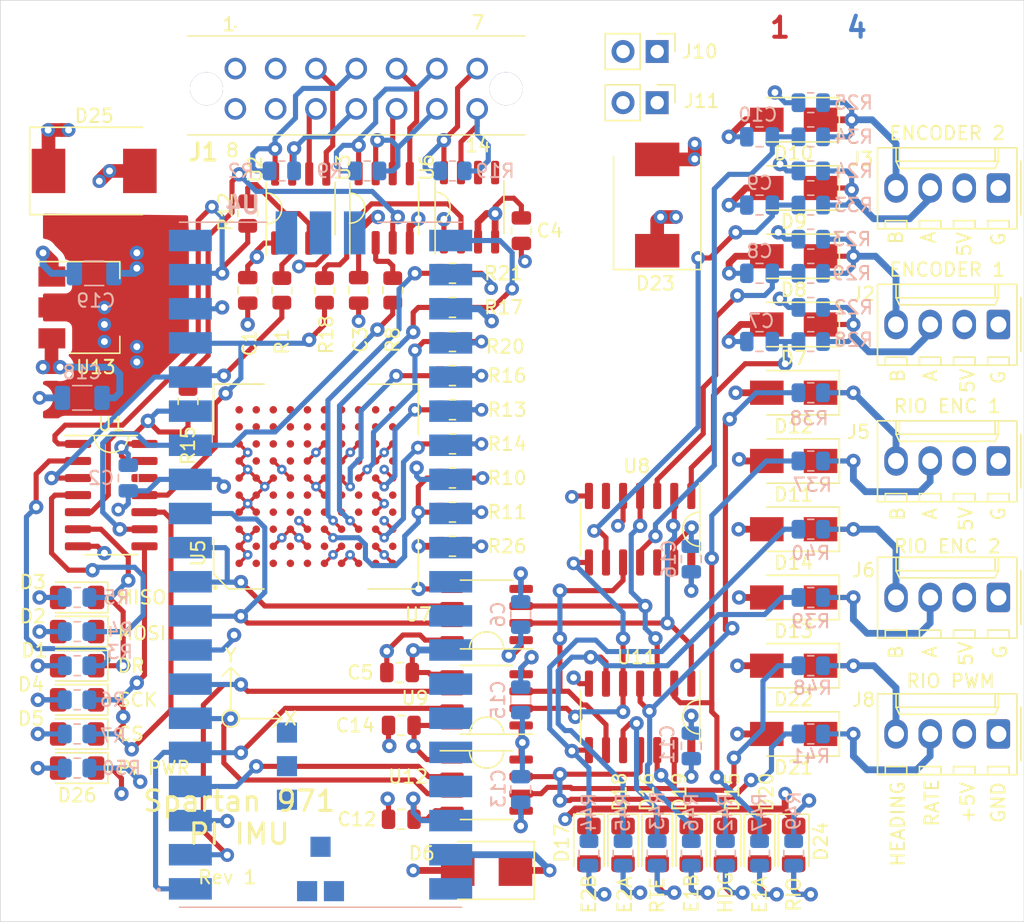
<source format=kicad_pcb>
(kicad_pcb (version 20171130) (host pcbnew 5.1.12-84ad8e8a86~92~ubuntu20.04.1)
  (title_block (title "Raspberry PI Pico IMU") (date 2021-12-18) (rev 1.0) (company "Spartan 971"))
  (layers (0 F.Cu signal) (1 In1.Cu power) (2 In2.Cu power) (31 B.Cu signal) (34 B.Paste user hide) (35 F.Paste user hide) (36 B.SilkS user hide) (37 F.SilkS user hide) (38 B.Mask user hide) (39 F.Mask user hide) (44 Edge.Cuts user))
  (net 0 "")
  (net 1 GND)
  (net 2 +3V3)
  (net 3 +5V)
  (net 4 +5VD)
  (net 5 GNDD)
  (net 6 "Net-(C7-Pad2)")
  (net 7 "Net-(C8-Pad2)")
  (net 8 "Net-(C9-Pad2)")
  (net 9 "Net-(C10-Pad2)")
  (net 10 "Net-(D1-Pad2)")
  (net 11 "Net-(D2-Pad2)")
  (net 12 "Net-(D3-Pad2)")
  (net 13 "Net-(D4-Pad2)")
  (net 14 "Net-(D5-Pad2)")
  (net 15 "Net-(D6-Pad1)")
  (net 16 "Net-(D15-Pad2)")
  (net 17 "Net-(D16-Pad2)")
  (net 18 "Net-(D17-Pad2)")
  (net 19 "Net-(D18-Pad2)")
  (net 20 "Net-(D19-Pad2)")
  (net 21 "Net-(D20-Pad2)")
  (net 22 "Net-(D24-Pad2)")
  (net 23 "Net-(D26-Pad2)")
  (net 24 /DR_H)
  (net 25 /MOSI_H)
  (net 26 /MISO_H)
  (net 27 /SCK_H)
  (net 28 /CS_H)
  (net 29 /DR_L)
  (net 30 /MOSI_L)
  (net 31 /MISO_L)
  (net 32 /SCK_L)
  (net 33 /CS_L)
  (net 34 /EN1A)
  (net 35 /EN1B)
  (net 36 /EN2B)
  (net 37 /EN2A)
  (net 38 /EN1A-RIO)
  (net 39 /EN1B-RIO)
  (net 40 /EN2A-RIO)
  (net 41 /EN2B-RIO)
  (net 42 /RATE-PWM-RIO)
  (net 43 /HEADING_PWM_RIO)
  (net 44 /MOSI_PI)
  (net 45 "Net-(R1-Pad1)")
  (net 46 "Net-(R3-Pad2)")
  (net 47 "Net-(R4-Pad2)")
  (net 48 "Net-(R5-Pad2)")
  (net 49 "Net-(R6-Pad2)")
  (net 50 "Net-(R7-Pad2)")
  (net 51 "Net-(R8-Pad1)")
  (net 52 /SCK_PI)
  (net 53 "Net-(R11-Pad1)")
  (net 54 /DR_PI)
  (net 55 "Net-(R12-Pad2)")
  (net 56 "Net-(R13-Pad1)")
  (net 57 "Net-(R14-Pad1)")
  (net 58 "Net-(R15-Pad2)")
  (net 59 /MISO_PI)
  (net 60 "Net-(R16-Pad1)")
  (net 61 "Net-(R17-Pad1)")
  (net 62 /CS_PIn)
  (net 63 "Net-(R18-Pad1)")
  (net 64 "Net-(R20-Pad1)")
  (net 65 "Net-(R21-Pad1)")
  (net 66 "Net-(R26-Pad1)")
  (net 67 /ENC1-A)
  (net 68 /RATE_PWM)
  (net 69 /ENC1-B)
  (net 70 /HEADING_PWM)
  (net 71 /ENC2-A)
  (net 72 /ENC2-B)
  (net 73 "Net-(R37-Pad2)")
  (net 74 "Net-(R38-Pad2)")
  (net 75 "Net-(R39-Pad2)")
  (net 76 "Net-(R40-Pad2)")
  (net 77 "Net-(R41-Pad2)")
  (net 78 "Net-(R42-Pad2)")
  (net 79 "Net-(R43-Pad2)")
  (net 80 "Net-(R48-Pad2)")
  (net 81 "Net-(U11-Pad3)")
  (net 82 "Net-(U11-Pad9)")
  (net 83 "Net-(U11-Pad1)")
  (net 84 /RST_IMU)
  (net 85 /DR_IMU)
  (net 86 /SYNC_IMU)
  (net 87 /DIN_IMU)
  (net 88 /DOUT_IMU)
  (net 89 /SCLK_IMU)
  (net 90 /CS_IMU)
  (net 91 "Net-(U11-Pad5)")
  (module MountingHole:MountingHole_3.2mm_M3 (layer F.Cu) (at 137.795 95.25)
    (fp_text reference H4 hide)
    (fp_text value "MountingHole M3" hide)
    (pad 1 np_thru_hole circle (at 0 0) (size 3.2 3.2) (drill 3.2) (layers *.Cu *.Mask))
  )
  (module RspPiPicoIMU:BGA-100_10x10_15.0x15.0mm (layer F.Cu) (at 116.84 102.235 90)
    (fp_text reference U5 (at -4.953 -8.763 90) (layer F.SilkS))
    (fp_text value ADIS16505-3BMLZ)
    (pad K10 smd circle (at 5.715 5.715 90) (size 0.56 0.56) (layers F.Cu F.Paste F.Mask) (clearance 0.085))
    (pad J10 smd circle (at 5.715 4.445 90) (size 0.56 0.56) (layers F.Cu F.Paste F.Mask) (clearance 0.085))
    (pad H10 smd circle (at 5.715 3.175 90) (size 0.56 0.56) (layers F.Cu F.Paste F.Mask) (clearance 0.085))
    (pad G10 smd circle (at 5.715 1.905 90) (size 0.56 0.56) (layers F.Cu F.Paste F.Mask) (clearance 0.085))
    (pad F10 smd circle (at 5.715 0.635 90) (size 0.56 0.56) (layers F.Cu F.Paste F.Mask) (clearance 0.085))
    (pad E10 smd circle (at 5.715 -0.635 90) (size 0.56 0.56) (layers F.Cu F.Paste F.Mask) (clearance 0.085))
    (pad D10 smd circle (at 5.715 -1.905 90) (size 0.56 0.56) (layers F.Cu F.Paste F.Mask) (clearance 0.085))
    (pad C10 smd circle (at 5.715 -3.175 90) (size 0.56 0.56) (layers F.Cu F.Paste F.Mask) (clearance 0.085))
    (pad B10 smd circle (at 5.715 -4.445 90) (size 0.56 0.56) (layers F.Cu F.Paste F.Mask) (clearance 0.085))
    (pad A10 smd circle (at 5.715 -5.715 90) (size 0.56 0.56) (layers F.Cu F.Paste F.Mask) (clearance 0.085))
    (pad K9 smd circle (at 4.445 5.715 90) (size 0.56 0.56) (layers F.Cu F.Paste F.Mask) (clearance 0.085))
    (pad J9 smd circle (at 4.445 4.445 90) (size 0.56 0.56) (layers F.Cu F.Paste F.Mask) (clearance 0.085))
    (pad H9 smd circle (at 4.445 3.175 90) (size 0.56 0.56) (layers F.Cu F.Paste F.Mask) (clearance 0.085))
    (pad G9 smd circle (at 4.445 1.905 90) (size 0.56 0.56) (layers F.Cu F.Paste F.Mask) (clearance 0.085))
    (pad F9 smd circle (at 4.445 0.635 90) (size 0.56 0.56) (layers F.Cu F.Paste F.Mask) (clearance 0.085))
    (pad E9 smd circle (at 4.445 -0.635 90) (size 0.56 0.56) (layers F.Cu F.Paste F.Mask) (clearance 0.085))
    (pad D9 smd circle (at 4.445 -1.905 90) (size 0.56 0.56) (layers F.Cu F.Paste F.Mask) (clearance 0.085))
    (pad C9 smd circle (at 4.445 -3.175 90) (size 0.56 0.56) (layers F.Cu F.Paste F.Mask) (clearance 0.085))
    (pad B9 smd circle (at 4.445 -4.445 90) (size 0.56 0.56) (layers F.Cu F.Paste F.Mask) (clearance 0.085))
    (pad A9 smd circle (at 4.445 -5.715 90) (size 0.56 0.56) (layers F.Cu F.Paste F.Mask) (clearance 0.085))
    (pad K8 smd circle (at 3.175 5.715 90) (size 0.56 0.56) (layers F.Cu F.Paste F.Mask) (net 1 GND) (clearance 0.085))
    (pad J8 smd circle (at 3.175 4.445 90) (size 0.56 0.56) (layers F.Cu F.Paste F.Mask) (clearance 0.085))
    (pad H8 smd circle (at 3.175 3.175 90) (size 0.56 0.56) (layers F.Cu F.Paste F.Mask) (net 1 GND) (clearance 0.085))
    (pad G8 smd circle (at 3.175 1.905 90) (size 0.56 0.56) (layers F.Cu F.Paste F.Mask) (clearance 0.085))
    (pad F8 smd circle (at 3.175 0.635 90) (size 0.56 0.56) (layers F.Cu F.Paste F.Mask) (net 1 GND) (clearance 0.085))
    (pad E8 smd circle (at 3.175 -0.635 90) (size 0.56 0.56) (layers F.Cu F.Paste F.Mask) (clearance 0.085))
    (pad D8 smd circle (at 3.175 -1.905 90) (size 0.56 0.56) (layers F.Cu F.Paste F.Mask) (clearance 0.085))
    (pad C8 smd circle (at 3.175 -3.175 90) (size 0.56 0.56) (layers F.Cu F.Paste F.Mask) (clearance 0.085))
    (pad B8 smd circle (at 3.175 -4.445 90) (size 0.56 0.56) (layers F.Cu F.Paste F.Mask) (clearance 0.085))
    (pad A8 smd circle (at 3.175 -5.715 90) (size 0.56 0.56) (layers F.Cu F.Paste F.Mask) (net 1 GND) (clearance 0.085))
    (pad K7 smd circle (at 1.905 5.715 90) (size 0.56 0.56) (layers F.Cu F.Paste F.Mask) (clearance 0.085))
    (pad J7 smd circle (at 1.905 4.445 90) (size 0.56 0.56) (layers F.Cu F.Paste F.Mask) (net 1 GND) (clearance 0.085))
    (pad H7 smd circle (at 1.905 3.175 90) (size 0.56 0.56) (layers F.Cu F.Paste F.Mask) (clearance 0.085))
    (pad G7 smd circle (at 1.905 1.905 90) (size 0.56 0.56) (layers F.Cu F.Paste F.Mask) (net 1 GND) (clearance 0.085))
    (pad F7 smd circle (at 1.905 0.635 90) (size 0.56 0.56) (layers F.Cu F.Paste F.Mask) (clearance 0.085))
    (pad E7 smd circle (at 1.905 -0.635 90) (size 0.56 0.56) (layers F.Cu F.Paste F.Mask) (net 1 GND) (clearance 0.085))
    (pad D7 smd circle (at 1.905 -1.905 90) (size 0.56 0.56) (layers F.Cu F.Paste F.Mask) (clearance 0.085))
    (pad C7 smd circle (at 1.905 -3.175 90) (size 0.56 0.56) (layers F.Cu F.Paste F.Mask) (net 2 +3V3) (clearance 0.085))
    (pad B7 smd circle (at 1.905 -4.445 90) (size 0.56 0.56) (layers F.Cu F.Paste F.Mask) (clearance 0.085))
    (pad A7 smd circle (at 1.905 -5.715 90) (size 0.56 0.56) (layers F.Cu F.Paste F.Mask) (net 1 GND) (clearance 0.085))
    (pad K6 smd circle (at 0.635 5.715 90) (size 0.56 0.56) (layers F.Cu F.Paste F.Mask) (net 2 +3V3) (clearance 0.085))
    (pad J6 smd circle (at 0.635 4.445 90) (size 0.56 0.56) (layers F.Cu F.Paste F.Mask) (net 85 /DR_IMU) (clearance 0.085))
    (pad H6 smd circle (at 0.635 3.175 90) (size 0.56 0.56) (layers F.Cu F.Paste F.Mask) (net 89 /SCLK_IMU) (clearance 0.085))
    (pad G6 smd circle (at 0.635 1.905 90) (size 0.56 0.56) (layers F.Cu F.Paste F.Mask) (net 87 /DIN_IMU) (clearance 0.085))
    (pad F6 smd circle (at 0.635 0.635 90) (size 0.56 0.56) (layers F.Cu F.Paste F.Mask) (net 1 GND) (clearance 0.085))
    (pad E6 smd circle (at 0.635 -0.635 90) (size 0.56 0.56) (layers F.Cu F.Paste F.Mask) (net 1 GND) (clearance 0.085))
    (pad D6 smd circle (at 0.635 -1.905 90) (size 0.56 0.56) (layers F.Cu F.Paste F.Mask) (net 2 +3V3) (clearance 0.085))
    (pad C6 smd circle (at 0.635 -3.175 90) (size 0.56 0.56) (layers F.Cu F.Paste F.Mask) (net 1 GND) (clearance 0.085))
    (pad B6 smd circle (at 0.635 -4.445 90) (size 0.56 0.56) (layers F.Cu F.Paste F.Mask) (net 1 GND) (clearance 0.085))
    (pad A6 smd circle (at 0.635 -5.715 90) (size 0.56 0.56) (layers F.Cu F.Paste F.Mask) (net 1 GND) (clearance 0.085))
    (pad K5 smd circle (at -0.635 5.715 90) (size 0.56 0.56) (layers F.Cu F.Paste F.Mask) (clearance 0.085))
    (pad J5 smd circle (at -0.635 4.445 90) (size 0.56 0.56) (layers F.Cu F.Paste F.Mask) (net 2 +3V3) (clearance 0.085))
    (pad H5 smd circle (at -0.635 3.175 90) (size 0.56 0.56) (layers F.Cu F.Paste F.Mask) (clearance 0.085))
    (pad G5 smd circle (at -0.635 1.905 90) (size 0.56 0.56) (layers F.Cu F.Paste F.Mask) (clearance 0.085))
    (pad F5 smd circle (at -0.635 0.635 90) (size 0.56 0.56) (layers F.Cu F.Paste F.Mask) (net 1 GND) (clearance 0.085))
    (pad E5 smd circle (at -0.635 -0.635 90) (size 0.56 0.56) (layers F.Cu F.Paste F.Mask) (clearance 0.085))
    (pad D5 smd circle (at -0.635 -1.905 90) (size 0.56 0.56) (layers F.Cu F.Paste F.Mask) (clearance 0.085))
    (pad C5 smd circle (at -0.635 -3.175 90) (size 0.56 0.56) (layers F.Cu F.Paste F.Mask) (clearance 0.085))
    (pad B5 smd circle (at -0.635 -4.445 90) (size 0.56 0.56) (layers F.Cu F.Paste F.Mask) (net 1 GND) (clearance 0.085))
    (pad A5 smd circle (at -0.635 -5.715 90) (size 0.56 0.56) (layers F.Cu F.Paste F.Mask) (net 1 GND) (clearance 0.085))
    (pad K4 smd circle (at -1.905 5.715 90) (size 0.56 0.56) (layers F.Cu F.Paste F.Mask) (clearance 0.085))
    (pad J4 smd circle (at -1.905 4.445 90) (size 0.56 0.56) (layers F.Cu F.Paste F.Mask) (net 2 +3V3) (clearance 0.085))
    (pad H4 smd circle (at -1.905 3.175 90) (size 0.56 0.56) (layers F.Cu F.Paste F.Mask) (clearance 0.085))
    (pad G4 smd circle (at -1.905 1.905 90) (size 0.56 0.56) (layers F.Cu F.Paste F.Mask) (clearance 0.085))
    (pad F4 smd circle (at -1.905 0.635 90) (size 0.56 0.56) (layers F.Cu F.Paste F.Mask) (clearance 0.085))
    (pad E4 smd circle (at -1.905 -0.635 90) (size 0.56 0.56) (layers F.Cu F.Paste F.Mask) (clearance 0.085))
    (pad D4 smd circle (at -1.905 -1.905 90) (size 0.56 0.56) (layers F.Cu F.Paste F.Mask) (clearance 0.085))
    (pad C4 smd circle (at -1.905 -3.175 90) (size 0.56 0.56) (layers F.Cu F.Paste F.Mask) (clearance 0.085))
    (pad B4 smd circle (at -1.905 -4.445 90) (size 0.56 0.56) (layers F.Cu F.Paste F.Mask) (net 1 GND) (clearance 0.085))
    (pad A4 smd circle (at -1.905 -5.715 90) (size 0.56 0.56) (layers F.Cu F.Paste F.Mask) (net 1 GND) (clearance 0.085))
    (pad K3 smd circle (at -3.175 5.715 90) (size 0.56 0.56) (layers F.Cu F.Paste F.Mask) (net 1 GND) (clearance 0.085))
    (pad J3 smd circle (at -3.175 4.445 90) (size 0.56 0.56) (layers F.Cu F.Paste F.Mask) (net 86 /SYNC_IMU) (clearance 0.085))
    (pad H3 smd circle (at -3.175 3.175 90) (size 0.56 0.56) (layers F.Cu F.Paste F.Mask) (net 88 /DOUT_IMU) (clearance 0.085))
    (pad G3 smd circle (at -3.175 1.905 90) (size 0.56 0.56) (layers F.Cu F.Paste F.Mask) (net 90 /CS_IMU) (clearance 0.085))
    (pad F3 smd circle (at -3.175 0.635 90) (size 0.56 0.56) (layers F.Cu F.Paste F.Mask) (net 84 /RST_IMU) (clearance 0.085))
    (pad E3 smd circle (at -3.175 -0.635 90) (size 0.56 0.56) (layers F.Cu F.Paste F.Mask) (net 2 +3V3) (clearance 0.085))
    (pad D3 smd circle (at -3.175 -1.905 90) (size 0.56 0.56) (layers F.Cu F.Paste F.Mask) (net 1 GND) (clearance 0.085))
    (pad C3 smd circle (at -3.175 -3.175 90) (size 0.56 0.56) (layers F.Cu F.Paste F.Mask) (clearance 0.085))
    (pad B3 smd circle (at -3.175 -4.445 90) (size 0.56 0.56) (layers F.Cu F.Paste F.Mask) (net 1 GND) (clearance 0.085))
    (pad A3 smd circle (at -3.175 -5.715 90) (size 0.56 0.56) (layers F.Cu F.Paste F.Mask) (net 1 GND) (clearance 0.085))
    (pad K2 smd circle (at -4.445 5.715 90) (size 0.56 0.56) (layers F.Cu F.Paste F.Mask) (clearance 0.085))
    (pad J2 smd circle (at -4.445 4.445 90) (size 0.56 0.56) (layers F.Cu F.Paste F.Mask) (net 1 GND) (clearance 0.085))
    (pad H2 smd circle (at -4.445 3.175 90) (size 0.56 0.56) (layers F.Cu F.Paste F.Mask) (clearance 0.085))
    (pad G2 smd circle (at -4.445 1.905 90) (size 0.56 0.56) (layers F.Cu F.Paste F.Mask) (net 1 GND) (clearance 0.085))
    (pad F2 smd circle (at -4.445 0.635 90) (size 0.56 0.56) (layers F.Cu F.Paste F.Mask) (clearance 0.085))
    (pad E2 smd circle (at -4.445 -0.635 90) (size 0.56 0.56) (layers F.Cu F.Paste F.Mask) (net 1 GND) (clearance 0.085))
    (pad D2 smd circle (at -4.445 -1.905 90) (size 0.56 0.56) (layers F.Cu F.Paste F.Mask) (clearance 0.085))
    (pad C2 smd circle (at -4.445 -3.175 90) (size 0.56 0.56) (layers F.Cu F.Paste F.Mask) (net 1 GND) (clearance 0.085))
    (pad B2 smd circle (at -4.445 -4.445 90) (size 0.56 0.56) (layers F.Cu F.Paste F.Mask) (clearance 0.085))
    (pad A2 smd circle (at -4.445 -5.715 90) (size 0.56 0.56) (layers F.Cu F.Paste F.Mask) (net 1 GND) (clearance 0.085))
    (pad K1 smd circle (at -5.715 5.715 90) (size 0.56 0.56) (layers F.Cu F.Paste F.Mask) (net 1 GND) (clearance 0.085))
    (pad J1 smd circle (at -5.715 4.445 90) (size 0.56 0.56) (layers F.Cu F.Paste F.Mask) (clearance 0.085))
    (pad H1 smd circle (at -5.715 3.175 90) (size 0.56 0.56) (layers F.Cu F.Paste F.Mask) (net 2 +3V3) (clearance 0.085))
    (pad G1 smd circle (at -5.715 1.905 90) (size 0.56 0.56) (layers F.Cu F.Paste F.Mask) (net 2 +3V3) (clearance 0.085))
    (pad F1 smd circle (at -5.715 0.635 90) (size 0.56 0.56) (layers F.Cu F.Paste F.Mask) (net 1 GND) (clearance 0.085))
    (pad E1 smd circle (at -5.715 -0.635 90) (size 0.56 0.56) (layers F.Cu F.Paste F.Mask) (clearance 0.085))
    (pad D1 smd circle (at -5.715 -1.905 90) (size 0.56 0.56) (layers F.Cu F.Paste F.Mask) (clearance 0.085))
    (pad C1 smd circle (at -5.715 -3.175 90) (size 0.56 0.56) (layers F.Cu F.Paste F.Mask) (clearance 0.085))
    (pad B1 smd circle (at -5.715 -4.445 90) (size 0.56 0.56) (layers F.Cu F.Paste F.Mask) (clearance 0.085))
    (pad A1 smd circle (at -5.715 -5.715 90) (size 0.56 0.56) (layers F.Cu F.Paste F.Mask) (net 1 GND) (clearance 0.085))
  )
  (module Package_SO:SO-14_3.9x8.65mm_P1.27mm (layer F.Cu) (at 101.6 102.87)
    (fp_text reference U1 (at 0 -5.28) (layer F.SilkS))
    (fp_text value CD74ACT14M96)
    (pad 1 smd roundrect (at -2.475 -3.81) (size 1.95 0.6) (layers F.Cu F.Paste F.Mask) (net 55 "Net-(R12-Pad2)"))
    (pad 2 smd roundrect (at -2.475 -2.54) (size 1.95 0.6) (layers F.Cu F.Paste F.Mask) (net 46 "Net-(R3-Pad2)"))
    (pad 3 smd roundrect (at -2.475 -1.27) (size 1.95 0.6) (layers F.Cu F.Paste F.Mask) (net 44 /MOSI_PI))
    (pad 4 smd roundrect (at -2.475 0) (size 1.95 0.6) (layers F.Cu F.Paste F.Mask) (net 47 "Net-(R4-Pad2)"))
    (pad 5 smd roundrect (at -2.475 1.27) (size 1.95 0.6) (layers F.Cu F.Paste F.Mask) (net 58 "Net-(R15-Pad2)"))
    (pad 6 smd roundrect (at -2.475 2.54) (size 1.95 0.6) (layers F.Cu F.Paste F.Mask) (net 48 "Net-(R5-Pad2)"))
    (pad 7 smd roundrect (at -2.475 3.81) (size 1.95 0.6) (layers F.Cu F.Paste F.Mask) (net 1 GND))
    (pad 8 smd roundrect (at 2.475 3.81) (size 1.95 0.6) (layers F.Cu F.Paste F.Mask) (net 49 "Net-(R6-Pad2)"))
    (pad 9 smd roundrect (at 2.475 2.54) (size 1.95 0.6) (layers F.Cu F.Paste F.Mask) (net 52 /SCK_PI))
    (pad 10 smd roundrect (at 2.475 1.27) (size 1.95 0.6) (layers F.Cu F.Paste F.Mask) (net 50 "Net-(R7-Pad2)"))
    (pad 11 smd roundrect (at 2.475 0) (size 1.95 0.6) (layers F.Cu F.Paste F.Mask) (net 62 /CS_PIn))
    (pad 12 smd roundrect (at 2.475 -1.27) (size 1.95 0.6) (layers F.Cu F.Paste F.Mask))
    (pad 13 smd roundrect (at 2.475 -2.54) (size 1.95 0.6) (layers F.Cu F.Paste F.Mask) (net 3 +5V))
    (pad 14 smd roundrect (at 2.475 -3.81) (size 1.95 0.6) (layers F.Cu F.Paste F.Mask) (net 3 +5V))
  )
  (module Resistor_SMD:R_0805_2012Metric (layer B.Cu) (at 99.06 118.11)
    (fp_text reference R6 (at 2.667 0) (layer B.SilkS) (effects (justify mirror)))
    (fp_text value 1.00K)
    (pad 1 smd roundrect (at -0.9125 0) (size 1.025 1.4) (layers B.Cu B.Paste B.Mask) (roundrect_rratio 0.2439004878048781) (net 13 "Net-(D4-Pad2)"))
    (pad 2 smd roundrect (at 0.9125 0) (size 1.025 1.4) (layers B.Cu B.Paste B.Mask) (roundrect_rratio 0.2439004878048781) (net 49 "Net-(R6-Pad2)"))
  )
  (module MountingHole:MountingHole_3.2mm_M3 (layer F.Cu) (at 97.155 69.85)
    (fp_text reference H4 hide)
    (fp_text value "MountingHole M3" hide)
    (pad 1 np_thru_hole circle (at 0 0) (size 3.2 3.2) (drill 3.2) (layers *.Cu *.Mask))
  )
  (module MountingHole:MountingHole_3.2mm_M3 (layer F.Cu) (at 165.735 130.81)
    (fp_text reference H3 hide)
    (fp_text value "MountingHole M3" hide)
    (pad 1 np_thru_hole circle (at 0 0) (size 3.2 3.2) (drill 3.2) (layers *.Cu *.Mask))
  )
  (module MountingHole:MountingHole_3.2mm_M3 (layer F.Cu) (at 165.735 69.85)
    (fp_text reference H2 hide)
    (fp_text value "MountingHole M3" hide)
    (pad 1 np_thru_hole circle (at 0 0) (size 3.2 3.2) (drill 3.2) (layers *.Cu *.Mask))
  )
  (module MountingHole:MountingHole_3.2mm_M3 (layer F.Cu) (at 97.155 130.81)
    (fp_text reference H1 hide)
    (fp_text value "MountingHole M3" hide)
    (pad 1 np_thru_hole circle (at 0 0) (size 3.2 3.2) (drill 3.2) (layers *.Cu *.Mask))
  )
  (module Package_SO:SO-14_3.9x8.65mm_P1.27mm (layer F.Cu) (at 140.97 119.38 270)
    (fp_text reference U11 (at -4.445 0.254 180) (layer F.SilkS))
    (fp_text value CD74ACT14M96)
    (pad 14 smd roundrect (at 2.475 -3.81 270) (size 1.95 0.6) (layers F.Cu F.Paste F.Mask) (net 4 +5VD))
    (pad 13 smd roundrect (at 2.475 -2.54 270) (size 1.95 0.6) (layers F.Cu F.Paste F.Mask) (net 80 "Net-(R48-Pad2)"))
    (pad 12 smd roundrect (at 2.475 -1.27 270) (size 1.95 0.6) (layers F.Cu F.Paste F.Mask) (net 78 "Net-(R42-Pad2)"))
    (pad 11 smd roundrect (at 2.475 0 270) (size 1.95 0.6) (layers F.Cu F.Paste F.Mask) (net 77 "Net-(R41-Pad2)"))
    (pad 10 smd roundrect (at 2.475 1.27 270) (size 1.95 0.6) (layers F.Cu F.Paste F.Mask) (net 79 "Net-(R43-Pad2)"))
    (pad 9 smd roundrect (at 2.475 2.54 270) (size 1.95 0.6) (layers F.Cu F.Paste F.Mask) (net 82 "Net-(U11-Pad9)"))
    (pad 8 smd roundrect (at 2.475 3.81 270) (size 1.95 0.6) (layers F.Cu F.Paste F.Mask) (net 76 "Net-(R40-Pad2)"))
    (pad 7 smd roundrect (at -2.475 3.81 270) (size 1.95 0.6) (layers F.Cu F.Paste F.Mask) (net 5 GNDD))
    (pad 6 smd roundrect (at -2.475 2.54 270) (size 1.95 0.6) (layers F.Cu F.Paste F.Mask) (net 75 "Net-(R39-Pad2)"))
    (pad 5 smd roundrect (at -2.475 1.27 270) (size 1.95 0.6) (layers F.Cu F.Paste F.Mask) (net 91 "Net-(U11-Pad5)"))
    (pad 4 smd roundrect (at -2.475 0 270) (size 1.95 0.6) (layers F.Cu F.Paste F.Mask) (net 74 "Net-(R38-Pad2)"))
    (pad 3 smd roundrect (at -2.475 -1.27 270) (size 1.95 0.6) (layers F.Cu F.Paste F.Mask) (net 81 "Net-(U11-Pad3)"))
    (pad 2 smd roundrect (at -2.475 -2.54 270) (size 1.95 0.6) (layers F.Cu F.Paste F.Mask) (net 73 "Net-(R37-Pad2)"))
    (pad 1 smd roundrect (at -2.475 -3.81 270) (size 1.95 0.6) (layers F.Cu F.Paste F.Mask) (net 83 "Net-(U11-Pad1)"))
  )
  (module Package_SO:SO-14_3.9x8.65mm_P1.27mm (layer F.Cu) (at 140.97 105.41 270)
    (fp_text reference U8 (at -4.699 0.254 180) (layer F.SilkS))
    (fp_text value CD74ACT14M96)
    (pad 14 smd roundrect (at 2.475 -3.81 270) (size 1.95 0.6) (layers F.Cu F.Paste F.Mask) (net 4 +5VD))
    (pad 13 smd roundrect (at 2.475 -2.54 270) (size 1.95 0.6) (layers F.Cu F.Paste F.Mask) (net 5 GNDD))
    (pad 12 smd roundrect (at 2.475 -1.27 270) (size 1.95 0.6) (layers F.Cu F.Paste F.Mask))
    (pad 11 smd roundrect (at 2.475 0 270) (size 1.95 0.6) (layers F.Cu F.Paste F.Mask) (net 9 "Net-(C10-Pad2)"))
    (pad 10 smd roundrect (at 2.475 1.27 270) (size 1.95 0.6) (layers F.Cu F.Paste F.Mask) (net 82 "Net-(U11-Pad9)"))
    (pad 9 smd roundrect (at 2.475 2.54 270) (size 1.95 0.6) (layers F.Cu F.Paste F.Mask) (net 8 "Net-(C9-Pad2)"))
    (pad 8 smd roundrect (at 2.475 3.81 270) (size 1.95 0.6) (layers F.Cu F.Paste F.Mask) (net 91 "Net-(U11-Pad5)"))
    (pad 7 smd roundrect (at -2.475 3.81 270) (size 1.95 0.6) (layers F.Cu F.Paste F.Mask) (net 5 GNDD))
    (pad 6 smd roundrect (at -2.475 2.54 270) (size 1.95 0.6) (layers F.Cu F.Paste F.Mask))
    (pad 5 smd roundrect (at -2.475 1.27 270) (size 1.95 0.6) (layers F.Cu F.Paste F.Mask) (net 5 GNDD))
    (pad 4 smd roundrect (at -2.475 0 270) (size 1.95 0.6) (layers F.Cu F.Paste F.Mask) (net 81 "Net-(U11-Pad3)"))
    (pad 3 smd roundrect (at -2.475 -1.27 270) (size 1.95 0.6) (layers F.Cu F.Paste F.Mask) (net 7 "Net-(C8-Pad2)"))
    (pad 2 smd roundrect (at -2.475 -2.54 270) (size 1.95 0.6) (layers F.Cu F.Paste F.Mask) (net 83 "Net-(U11-Pad1)"))
    (pad 1 smd roundrect (at -2.475 -3.81 270) (size 1.95 0.6) (layers F.Cu F.Paste F.Mask) (net 6 "Net-(C7-Pad2)"))
  )
  (module Package_SO:SO-8_3.9x4.9mm_P1.27mm (layer F.Cu) (at 129.54 118.11 180)
    (fp_text reference U9 (at 5.334 0.127) (layer F.SilkS))
    (fp_text value ADUM1280ARZ)
    (pad 1 smd roundrect (at -2.575 -1.905 180) (size 1.75 0.6) (layers F.Cu F.Paste F.Mask) (net 4 +5VD))
    (pad 2 smd roundrect (at -2.575 -0.635 180) (size 1.75 0.6) (layers F.Cu F.Paste F.Mask) (net 91 "Net-(U11-Pad5)"))
    (pad 3 smd roundrect (at -2.575 0.635 180) (size 1.75 0.6) (layers F.Cu F.Paste F.Mask) (net 82 "Net-(U11-Pad9)"))
    (pad 4 smd roundrect (at -2.575 1.905 180) (size 1.75 0.6) (layers F.Cu F.Paste F.Mask) (net 5 GNDD))
    (pad 5 smd roundrect (at 2.575 1.905 180) (size 1.75 0.6) (layers F.Cu F.Paste F.Mask) (net 1 GND))
    (pad 6 smd roundrect (at 2.575 0.635 180) (size 1.75 0.6) (layers F.Cu F.Paste F.Mask) (net 72 /ENC2-B))
    (pad 7 smd roundrect (at 2.575 -0.635 180) (size 1.75 0.6) (layers F.Cu F.Paste F.Mask) (net 71 /ENC2-A))
    (pad 8 smd roundrect (at 2.575 -1.905 180) (size 1.75 0.6) (layers F.Cu F.Paste F.Mask) (net 2 +3V3))
  )
  (module Capacitor_SMD:C_0805_2012Metric (layer F.Cu) (at 111.76 87.63 270)
    (fp_text reference C1 (at 3.937 -0.127 90) (layer F.SilkS))
    (fp_text value 0.1uF)
    (pad 2 smd roundrect (at 0.95 0 270) (size 1 1.45) (layers F.Cu F.Paste F.Mask) (net 1 GND))
    (pad 1 smd roundrect (at -0.95 0 270) (size 1 1.45) (layers F.Cu F.Paste F.Mask) (net 2 +3V3))
  )
  (module Capacitor_SMD:C_0805_2012Metric (layer B.Cu) (at 102.87 101.6 270)
    (fp_text reference C2 (at 0 2.032 180) (layer B.SilkS) (effects (justify mirror)))
    (fp_text value 0.1uF)
    (pad 1 smd roundrect (at -0.95 0 270) (size 1 1.45) (layers B.Cu B.Paste B.Mask) (net 3 +5V))
    (pad 2 smd roundrect (at 0.95 0 270) (size 1 1.45) (layers B.Cu B.Paste B.Mask) (net 1 GND))
  )
  (module Capacitor_SMD:C_0805_2012Metric (layer F.Cu) (at 120.015 87.63 270)
    (fp_text reference C3 (at 3.683 -0.127 90) (layer F.SilkS))
    (fp_text value 0.1uF)
    (pad 1 smd roundrect (at -0.95 0 270) (size 1 1.45) (layers F.Cu F.Paste F.Mask) (net 2 +3V3))
    (pad 2 smd roundrect (at 0.95 0 270) (size 1 1.45) (layers F.Cu F.Paste F.Mask) (net 1 GND))
  )
  (module Capacitor_SMD:C_0805_2012Metric (layer F.Cu) (at 132.1308 83.185 90)
    (fp_text reference C4 (at 0 2.1082) (layer F.SilkS))
    (fp_text value 0.1uF)
    (pad 1 smd roundrect (at -0.95 0 90) (size 1 1.45) (layers F.Cu F.Paste F.Mask) (net 2 +3V3))
    (pad 2 smd roundrect (at 0.95 0 90) (size 1 1.45) (layers F.Cu F.Paste F.Mask) (net 1 GND))
  )
  (module Capacitor_SMD:C_0805_2012Metric (layer F.Cu) (at 123.063 116.078)
    (fp_text reference C5 (at -2.921 0) (layer F.SilkS))
    (fp_text value 0.1uF)
    (pad 1 smd roundrect (at -0.95 0) (size 1 1.45) (layers F.Cu F.Paste F.Mask) (net 2 +3V3))
    (pad 2 smd roundrect (at 0.95 0) (size 1 1.45) (layers F.Cu F.Paste F.Mask) (net 1 GND))
  )
  (module Capacitor_SMD:C_0805_2012Metric (layer B.Cu) (at 132.08 111.76 270)
    (fp_text reference C6 (at 0 1.68 90) (layer B.SilkS) (effects (justify mirror)))
    (fp_text value 0.1uF)
    (pad 2 smd roundrect (at 0.95 0 270) (size 1 1.45) (layers B.Cu B.Paste B.Mask) (net 4 +5VD))
    (pad 1 smd roundrect (at -0.95 0 270) (size 1 1.45) (layers B.Cu B.Paste B.Mask) (net 5 GNDD))
  )
  (module Capacitor_SMD:C_0805_2012Metric (layer B.Cu) (at 149.86 91.44)
    (fp_text reference C7 (at 0.127 -1.524) (layer B.SilkS) (effects (justify mirror)))
    (fp_text value 1.0nF)
    (pad 2 smd roundrect (at 0.95 0) (size 1 1.45) (layers B.Cu B.Paste B.Mask) (net 6 "Net-(C7-Pad2)"))
    (pad 1 smd roundrect (at -0.95 0) (size 1 1.45) (layers B.Cu B.Paste B.Mask) (net 5 GNDD))
  )
  (module Capacitor_SMD:C_0805_2012Metric (layer B.Cu) (at 149.86 86.36)
    (fp_text reference C8 (at 0 -1.651) (layer B.SilkS) (effects (justify mirror)))
    (fp_text value 1.0nF)
    (pad 2 smd roundrect (at 0.95 0) (size 1 1.45) (layers B.Cu B.Paste B.Mask) (net 7 "Net-(C8-Pad2)"))
    (pad 1 smd roundrect (at -0.95 0) (size 1 1.45) (layers B.Cu B.Paste B.Mask) (net 5 GNDD))
  )
  (module Capacitor_SMD:C_0805_2012Metric (layer B.Cu) (at 149.86 81.28)
    (fp_text reference C9 (at 0 -1.651) (layer B.SilkS) (effects (justify mirror)))
    (fp_text value 1.0nF)
    (pad 1 smd roundrect (at -0.95 0) (size 1 1.45) (layers B.Cu B.Paste B.Mask) (net 5 GNDD))
    (pad 2 smd roundrect (at 0.95 0) (size 1 1.45) (layers B.Cu B.Paste B.Mask) (net 8 "Net-(C9-Pad2)"))
  )
  (module Capacitor_SMD:C_0805_2012Metric (layer B.Cu) (at 149.86 76.2)
    (fp_text reference C10 (at -0.127 -1.651) (layer B.SilkS) (effects (justify mirror)))
    (fp_text value 1.0nF)
    (pad 2 smd roundrect (at 0.95 0) (size 1 1.45) (layers B.Cu B.Paste B.Mask) (net 9 "Net-(C10-Pad2)"))
    (pad 1 smd roundrect (at -0.95 0) (size 1 1.45) (layers B.Cu B.Paste B.Mask) (net 5 GNDD))
  )
  (module Capacitor_SMD:C_0805_2012Metric (layer B.Cu) (at 144.78 121.539 90)
    (fp_text reference C11 (at 0.127 -1.778 90) (layer B.SilkS) (effects (justify mirror)))
    (fp_text value 0.1uF)
    (pad 2 smd roundrect (at 0.95 0 90) (size 1 1.45) (layers B.Cu B.Paste B.Mask) (net 4 +5VD))
    (pad 1 smd roundrect (at -0.95 0 90) (size 1 1.45) (layers B.Cu B.Paste B.Mask) (net 5 GNDD))
  )
  (module Capacitor_SMD:C_0805_2012Metric (layer F.Cu) (at 123.19 127)
    (fp_text reference C12 (at -3.302 0) (layer F.SilkS))
    (fp_text value 0.1uF)
    (pad 1 smd roundrect (at -0.95 0) (size 1 1.45) (layers F.Cu F.Paste F.Mask) (net 2 +3V3))
    (pad 2 smd roundrect (at 0.95 0) (size 1 1.45) (layers F.Cu F.Paste F.Mask) (net 1 GND))
  )
  (module Capacitor_SMD:C_0805_2012Metric (layer B.Cu) (at 132.08 124.78 90)
    (fp_text reference C13 (at 0.066 -1.651 90) (layer B.SilkS) (effects (justify mirror)))
    (fp_text value 0.1uF)
    (pad 1 smd roundrect (at -0.95 0 90) (size 1 1.45) (layers B.Cu B.Paste B.Mask) (net 5 GNDD))
    (pad 2 smd roundrect (at 0.95 0 90) (size 1 1.45) (layers B.Cu B.Paste B.Mask) (net 4 +5VD))
  )
  (module Capacitor_SMD:C_0805_2012Metric (layer F.Cu) (at 123.19 120.015 180)
    (fp_text reference C14 (at 3.429 0) (layer F.SilkS))
    (fp_text value 0.1uF)
    (pad 2 smd roundrect (at 0.95 0 180) (size 1 1.45) (layers F.Cu F.Paste F.Mask) (net 1 GND))
    (pad 1 smd roundrect (at -0.95 0 180) (size 1 1.45) (layers F.Cu F.Paste F.Mask) (net 2 +3V3))
  )
  (module Capacitor_SMD:C_0805_2012Metric (layer B.Cu) (at 132.08 118.11 270)
    (fp_text reference C15 (at 0 1.68 90) (layer B.SilkS) (effects (justify mirror)))
    (fp_text value 0.1uF)
    (pad 1 smd roundrect (at -0.95 0 270) (size 1 1.45) (layers B.Cu B.Paste B.Mask) (net 5 GNDD))
    (pad 2 smd roundrect (at 0.95 0 270) (size 1 1.45) (layers B.Cu B.Paste B.Mask) (net 4 +5VD))
  )
  (module Capacitor_SMD:C_0805_2012Metric (layer B.Cu) (at 144.78 107.63 270)
    (fp_text reference C16 (at 0 1.68 90) (layer B.SilkS) (effects (justify mirror)))
    (fp_text value 0.1uF)
    (pad 1 smd roundrect (at -0.95 0 270) (size 1 1.45) (layers B.Cu B.Paste B.Mask) (net 5 GNDD))
    (pad 2 smd roundrect (at 0.95 0 270) (size 1 1.45) (layers B.Cu B.Paste B.Mask) (net 4 +5VD))
  )
  (module Capacitor_SMD:C_1206_3216Metric (layer B.Cu) (at 99.441 95.631)
    (fp_text reference C18 (at 0 -1.905) (layer B.SilkS) (effects (justify mirror)))
    (fp_text value 22uF)
    (pad 1 smd roundrect (at -1.475 0) (size 1.15 1.8) (layers B.Cu B.Paste B.Mask) (roundrect_rratio 0.2173904347826087) (net 1 GND))
    (pad 2 smd roundrect (at 1.475 0) (size 1.15 1.8) (layers B.Cu B.Paste B.Mask) (roundrect_rratio 0.2173904347826087) (net 3 +5V))
  )
  (module Capacitor_SMD:C_1206_3216Metric (layer B.Cu) (at 100.33 86.36)
    (fp_text reference C19 (at 0.127 2.032) (layer B.SilkS) (effects (justify mirror)))
    (fp_text value 22uF)
    (pad 2 smd roundrect (at 1.475 0) (size 1.15 1.8) (layers B.Cu B.Paste B.Mask) (roundrect_rratio 0.2173904347826087) (net 2 +3V3))
    (pad 1 smd roundrect (at -1.475 0) (size 1.15 1.8) (layers B.Cu B.Paste B.Mask) (roundrect_rratio 0.2173904347826087) (net 1 GND))
  )
  (module LED_SMD:LED_1206_3216Metric (layer F.Cu) (at 99.06 115.57 180)
    (fp_text reference D1 (at 3.175 1.143) (layer F.SilkS))
    (fp_text value DR (at -2.921 0) (layer F.SilkS) (effects (justify left)))
    (pad 1 smd roundrect (at -1.4 0 180) (size 1.25 1.75) (layers F.Cu F.Paste F.Mask) (roundrect_rratio 0.2) (net 1 GND))
    (pad 2 smd roundrect (at 1.4 0 180) (size 1.25 1.75) (layers F.Cu F.Paste F.Mask) (roundrect_rratio 0.2) (net 10 "Net-(D1-Pad2)"))
  )
  (module LED_SMD:LED_1206_3216Metric (layer F.Cu) (at 99.06 113.03 180)
    (fp_text reference D2 (at 3.302 1.143) (layer F.SilkS))
    (fp_text value MOSI (at -2.921 -0.127) (layer F.SilkS) (effects (justify left)))
    (pad 1 smd roundrect (at -1.4 0 180) (size 1.25 1.75) (layers F.Cu F.Paste F.Mask) (roundrect_rratio 0.2) (net 1 GND))
    (pad 2 smd roundrect (at 1.4 0 180) (size 1.25 1.75) (layers F.Cu F.Paste F.Mask) (roundrect_rratio 0.2) (net 11 "Net-(D2-Pad2)"))
  )
  (module LED_SMD:LED_1206_3216Metric (layer F.Cu) (at 99.06 110.49 180)
    (fp_text reference D3 (at 3.302 1.143) (layer F.SilkS))
    (fp_text value MISO (at -2.921 0) (layer F.SilkS) (effects (justify left)))
    (pad 2 smd roundrect (at 1.4 0 180) (size 1.25 1.75) (layers F.Cu F.Paste F.Mask) (roundrect_rratio 0.2) (net 12 "Net-(D3-Pad2)"))
    (pad 1 smd roundrect (at -1.4 0 180) (size 1.25 1.75) (layers F.Cu F.Paste F.Mask) (roundrect_rratio 0.2) (net 1 GND))
  )
  (module LED_SMD:LED_1206_3216Metric (layer F.Cu) (at 99.06 118.11 180)
    (fp_text reference D4 (at 3.429 1.143) (layer F.SilkS))
    (fp_text value SCK (at -2.921 0) (layer F.SilkS) (effects (justify left)))
    (pad 1 smd roundrect (at -1.4 0 180) (size 1.25 1.75) (layers F.Cu F.Paste F.Mask) (roundrect_rratio 0.2) (net 1 GND))
    (pad 2 smd roundrect (at 1.4 0 180) (size 1.25 1.75) (layers F.Cu F.Paste F.Mask) (roundrect_rratio 0.2) (net 13 "Net-(D4-Pad2)"))
  )
  (module LED_SMD:LED_1206_3216Metric (layer F.Cu) (at 99.06 120.65 180)
    (fp_text reference D5 (at 3.429 1.143) (layer F.SilkS))
    (fp_text value CS (at -2.921 0) (layer F.SilkS) (effects (justify left)))
    (pad 2 smd roundrect (at 1.4 0 180) (size 1.25 1.75) (layers F.Cu F.Paste F.Mask) (roundrect_rratio 0.2) (net 14 "Net-(D5-Pad2)"))
    (pad 1 smd roundrect (at -1.4 0 180) (size 1.25 1.75) (layers F.Cu F.Paste F.Mask) (roundrect_rratio 0.2) (net 1 GND))
  )
  (module Diode_SMD:D_SMB (layer F.Cu) (at 129.54 130.81 180)
    (fp_text reference D6 (at 4.826 1.27) (layer F.SilkS))
    (fp_text value B240)
    (pad 1 smd rect (at -2.15 0 180) (size 2.5 2.3) (layers F.Cu F.Paste F.Mask) (net 15 "Net-(D6-Pad1)"))
    (pad 2 smd rect (at 2.15 0 180) (size 2.5 2.3) (layers F.Cu F.Paste F.Mask) (net 3 +5V))
  )
  (module LED_SMD:LED_1206_3216Metric (layer F.Cu) (at 147.32 128.905 270)
    (fp_text reference D15 (at -3.937 -0.508 90) (layer F.SilkS))
    (fp_text value HDG (at 5.207 0 90) (layer F.SilkS) (effects (font (size 1.016 1.016)) (justify left)))
    (pad 1 smd roundrect (at -1.4 0 270) (size 1.25 1.75) (layers F.Cu F.Paste F.Mask) (roundrect_rratio 0.2) (net 5 GNDD))
    (pad 2 smd roundrect (at 1.4 0 270) (size 1.25 1.75) (layers F.Cu F.Paste F.Mask) (roundrect_rratio 0.2) (net 16 "Net-(D15-Pad2)"))
  )
  (module LED_SMD:LED_1206_3216Metric (layer F.Cu) (at 142.24 128.905 270)
    (fp_text reference D16 (at -3.937 0.762 90) (layer F.SilkS))
    (fp_text value RTE (at 5.207 0 90) (layer F.SilkS) (effects (font (size 1.016 1.016)) (justify left)))
    (pad 1 smd roundrect (at -1.4 0 270) (size 1.25 1.75) (layers F.Cu F.Paste F.Mask) (roundrect_rratio 0.2) (net 5 GNDD))
    (pad 2 smd roundrect (at 1.4 0 270) (size 1.25 1.75) (layers F.Cu F.Paste F.Mask) (roundrect_rratio 0.2) (net 17 "Net-(D16-Pad2)"))
  )
  (module LED_SMD:LED_1206_3216Metric (layer F.Cu) (at 137.16 128.905 270)
    (fp_text reference D17 (at -0.127 2.032 90) (layer F.SilkS))
    (fp_text value E2B (at 5.207 0 90) (layer F.SilkS) (effects (font (size 1.016 1.016)) (justify left)))
    (pad 2 smd roundrect (at 1.4 0 270) (size 1.25 1.75) (layers F.Cu F.Paste F.Mask) (roundrect_rratio 0.2) (net 18 "Net-(D17-Pad2)"))
    (pad 1 smd roundrect (at -1.4 0 270) (size 1.25 1.75) (layers F.Cu F.Paste F.Mask) (roundrect_rratio 0.2) (net 5 GNDD))
  )
  (module LED_SMD:LED_1206_3216Metric (layer F.Cu) (at 139.7 128.905 270)
    (fp_text reference D18 (at -3.937 0.254 90) (layer F.SilkS))
    (fp_text value E2A (at 5.207 -0.127 90) (layer F.SilkS) (effects (font (size 1.016 1.016)) (justify left)))
    (pad 2 smd roundrect (at 1.4 0 270) (size 1.25 1.75) (layers F.Cu F.Paste F.Mask) (roundrect_rratio 0.2) (net 19 "Net-(D18-Pad2)"))
    (pad 1 smd roundrect (at -1.4 0 270) (size 1.25 1.75) (layers F.Cu F.Paste F.Mask) (roundrect_rratio 0.2) (net 5 GNDD))
  )
  (module LED_SMD:LED_1206_3216Metric (layer F.Cu) (at 144.78 128.905 270)
    (fp_text reference D19 (at -3.937 0.889 90) (layer F.SilkS))
    (fp_text value E1B (at 5.152 0 90) (layer F.SilkS) (effects (font (size 1.016 1.016)) (justify left)))
    (pad 1 smd roundrect (at -1.4 0 270) (size 1.25 1.75) (layers F.Cu F.Paste F.Mask) (roundrect_rratio 0.2) (net 5 GNDD))
    (pad 2 smd roundrect (at 1.4 0 270) (size 1.25 1.75) (layers F.Cu F.Paste F.Mask) (roundrect_rratio 0.2) (net 20 "Net-(D19-Pad2)"))
  )
  (module LED_SMD:LED_1206_3216Metric (layer F.Cu) (at 149.86 128.905 270)
    (fp_text reference D20 (at -3.937 -0.508 90) (layer F.SilkS))
    (fp_text value E1A (at 5.207 0 90) (layer F.SilkS) (effects (font (size 1.016 1.016)) (justify left)))
    (pad 2 smd roundrect (at 1.4 0 270) (size 1.25 1.75) (layers F.Cu F.Paste F.Mask) (roundrect_rratio 0.2) (net 21 "Net-(D20-Pad2)"))
    (pad 1 smd roundrect (at -1.4 0 270) (size 1.25 1.75) (layers F.Cu F.Paste F.Mask) (roundrect_rratio 0.2) (net 5 GNDD))
  )
  (module Diode_SMD:D_SMA (layer F.Cu) (at 152.4 120.65 180)
    (fp_text reference D21 (at 0 -2.5) (layer F.SilkS))
    (fp_text value SMA6J5.0A)
    (pad 1 smd rect (at -2 0 180) (size 2.5 1.8) (layers F.Cu F.Paste F.Mask) (net 42 /RATE-PWM-RIO))
    (pad 2 smd rect (at 2 0 180) (size 2.5 1.8) (layers F.Cu F.Paste F.Mask) (net 5 GNDD))
  )
  (module Diode_SMD:D_SMC (layer F.Cu) (at 142.24 81.28 90)
    (fp_text reference D23 (at -5.842 -0.127 180) (layer F.SilkS))
    (fp_text value SMDJ5.0A)
    (pad 2 smd rect (at 3.4 0 180) (size 3.3 2.5) (layers F.Cu F.Paste F.Mask) (net 5 GNDD))
    (pad 1 smd rect (at -3.4 0 180) (size 3.3 2.5) (layers F.Cu F.Paste F.Mask) (net 4 +5VD))
  )
  (module LED_SMD:LED_1206_3216Metric (layer F.Cu) (at 152.4 128.905 270)
    (fp_text reference D24 (at -0.257 -2.032 90) (layer F.SilkS))
    (fp_text value RIO (at 5.077 0 90) (layer F.SilkS) (effects (font (size 1.016 1.016)) (justify left)))
    (pad 2 smd roundrect (at 1.4 0 270) (size 1.25 1.75) (layers F.Cu F.Paste F.Mask) (roundrect_rratio 0.2) (net 22 "Net-(D24-Pad2)"))
    (pad 1 smd roundrect (at -1.4 0 270) (size 1.25 1.75) (layers F.Cu F.Paste F.Mask) (roundrect_rratio 0.2) (net 5 GNDD))
  )
  (module Diode_SMD:D_SMC (layer F.Cu) (at 100.33 78.74)
    (fp_text reference D25 (at 0 -4.1) (layer F.SilkS))
    (fp_text value SMDJ5.0A)
    (pad 1 smd rect (at -3.4 0 90) (size 3.3 2.5) (layers F.Cu F.Paste F.Mask) (net 3 +5V))
    (pad 2 smd rect (at 3.4 0 90) (size 3.3 2.5) (layers F.Cu F.Paste F.Mask) (net 1 GND))
  )
  (module LED_SMD:LED_1206_3216Metric (layer F.Cu) (at 99.06 123.19 180)
    (fp_text reference D26 (at 0 -2.032) (layer F.SilkS))
    (fp_text value "PI PWR" (at -2.921 0) (layer F.SilkS) (effects (justify left)))
    (pad 1 smd roundrect (at -1.4 0 180) (size 1.25 1.75) (layers F.Cu F.Paste F.Mask) (roundrect_rratio 0.2) (net 1 GND))
    (pad 2 smd roundrect (at 1.4 0 180) (size 1.25 1.75) (layers F.Cu F.Paste F.Mask) (roundrect_rratio 0.2) (net 23 "Net-(D26-Pad2)"))
  )
  (module Connector_Molex:Molex_KK-254_AE-6410-04A_1x04_P2.54mm_Vertical (layer F.Cu) (at 167.64 90.17 180)
    (fp_text reference J2 (at 10.033 2.286) (layer F.SilkS))
    (fp_text value "ENCODER 1" (at 3.81 4.08) (layer F.SilkS))
    (pad 1 thru_hole roundrect (at 0 0 180) (size 1.74 2.19) (drill 1.19) (layers *.Cu *.Mask) (roundrect_rratio 0.1436775862068966) (net 5 GNDD))
    (pad 2 thru_hole oval (at 2.54 0 180) (size 1.74 2.19) (drill 1.19) (layers *.Cu *.Mask) (net 4 +5VD))
    (pad 3 thru_hole oval (at 5.08 0 180) (size 1.74 2.19) (drill 1.19) (layers *.Cu *.Mask) (net 34 /EN1A))
    (pad 4 thru_hole oval (at 7.62 0 180) (size 1.74 2.19) (drill 1.19) (layers *.Cu *.Mask) (net 35 /EN1B))
  )
  (module Connector_Molex:Molex_KK-254_AE-6410-04A_1x04_P2.54mm_Vertical (layer F.Cu) (at 167.64 80.01 180)
    (fp_text reference J3 (at 10.16 2.159) (layer F.SilkS))
    (fp_text value "ENCODER 2" (at 3.81 4.08) (layer F.SilkS))
    (pad 4 thru_hole oval (at 7.62 0 180) (size 1.74 2.19) (drill 1.19) (layers *.Cu *.Mask) (net 36 /EN2B))
    (pad 3 thru_hole oval (at 5.08 0 180) (size 1.74 2.19) (drill 1.19) (layers *.Cu *.Mask) (net 37 /EN2A))
    (pad 2 thru_hole oval (at 2.54 0 180) (size 1.74 2.19) (drill 1.19) (layers *.Cu *.Mask) (net 4 +5VD))
    (pad 1 thru_hole roundrect (at 0 0 180) (size 1.74 2.19) (drill 1.19) (layers *.Cu *.Mask) (roundrect_rratio 0.1436775862068966) (net 5 GNDD))
  )
  (module Connector_Molex:Molex_KK-254_AE-6410-04A_1x04_P2.54mm_Vertical (layer F.Cu) (at 167.64 100.33 180)
    (fp_text reference J5 (at 10.414 2.159) (layer F.SilkS))
    (fp_text value "RIO ENC 1" (at 3.81 4.08) (layer F.SilkS))
    (pad 4 thru_hole oval (at 7.62 0 180) (size 1.74 2.19) (drill 1.19) (layers *.Cu *.Mask) (net 39 /EN1B-RIO))
    (pad 3 thru_hole oval (at 5.08 0 180) (size 1.74 2.19) (drill 1.19) (layers *.Cu *.Mask) (net 38 /EN1A-RIO))
    (pad 2 thru_hole oval (at 2.54 0 180) (size 1.74 2.19) (drill 1.19) (layers *.Cu *.Mask) (net 4 +5VD))
    (pad 1 thru_hole roundrect (at 0 0 180) (size 1.74 2.19) (drill 1.19) (layers *.Cu *.Mask) (roundrect_rratio 0.1436775862068966) (net 5 GNDD))
  )
  (module Connector_Molex:Molex_KK-254_AE-6410-04A_1x04_P2.54mm_Vertical (layer F.Cu) (at 167.64 110.49 180)
    (fp_text reference J6 (at 10.033 2.032) (layer F.SilkS))
    (fp_text value "RIO ENC 2" (at 3.81 3.81) (layer F.SilkS))
    (pad 1 thru_hole roundrect (at 0 0 180) (size 1.74 2.19) (drill 1.19) (layers *.Cu *.Mask) (roundrect_rratio 0.1436775862068966) (net 5 GNDD))
    (pad 2 thru_hole oval (at 2.54 0 180) (size 1.74 2.19) (drill 1.19) (layers *.Cu *.Mask) (net 4 +5VD))
    (pad 3 thru_hole oval (at 5.08 0 180) (size 1.74 2.19) (drill 1.19) (layers *.Cu *.Mask) (net 40 /EN2A-RIO))
    (pad 4 thru_hole oval (at 7.62 0 180) (size 1.74 2.19) (drill 1.19) (layers *.Cu *.Mask) (net 41 /EN2B-RIO))
  )
  (module Connector_Molex:Molex_KK-254_AE-6410-04A_1x04_P2.54mm_Vertical (layer F.Cu) (at 167.64 120.65 180)
    (fp_text reference J8 (at 10.033 2.54) (layer F.SilkS))
    (fp_text value "RIO PWM" (at 3.556 3.937) (layer F.SilkS))
    (pad 1 thru_hole roundrect (at 0 0 180) (size 1.74 2.19) (drill 1.19) (layers *.Cu *.Mask) (roundrect_rratio 0.1436775862068966) (net 5 GNDD))
    (pad 2 thru_hole oval (at 2.54 0 180) (size 1.74 2.19) (drill 1.19) (layers *.Cu *.Mask) (net 4 +5VD))
    (pad 3 thru_hole oval (at 5.08 0 180) (size 1.74 2.19) (drill 1.19) (layers *.Cu *.Mask) (net 42 /RATE-PWM-RIO))
    (pad 4 thru_hole oval (at 7.62 0 180) (size 1.74 2.19) (drill 1.19) (layers *.Cu *.Mask) (net 43 /HEADING_PWM_RIO))
  )
  (module Connector_PinHeader_2.54mm:PinHeader_1x02_P2.54mm_Vertical (layer F.Cu) (at 142.24 69.85 270)
    (fp_text reference J10 (at 0 -3.175 180) (layer F.SilkS))
    (fp_text value Conn_01x02_Male hide)
    (pad 1 thru_hole rect (at 0 0 270) (size 1.7 1.7) (drill 1) (layers *.Cu *.Mask) (net 4 +5VD))
    (pad 2 thru_hole oval (at 0 2.54 270) (size 1.7 1.7) (drill 1) (layers *.Cu *.Mask) (net 3 +5V))
  )
  (module Connector_PinHeader_2.54mm:PinHeader_1x02_P2.54mm_Vertical (layer F.Cu) (at 142.24 73.66 270)
    (fp_text reference J11 (at -0.127 -3.302 180) (layer F.SilkS))
    (fp_text value Conn_01x02_Male hide)
    (pad 2 thru_hole oval (at 0 2.54 270) (size 1.7 1.7) (drill 1) (layers *.Cu *.Mask) (net 1 GND))
    (pad 1 thru_hole rect (at 0 0 270) (size 1.7 1.7) (drill 1) (layers *.Cu *.Mask) (net 5 GNDD))
  )
  (module Resistor_SMD:R_0805_2012Metric (layer F.Cu) (at 114.3 87.63 270)
    (fp_text reference R1 (at 3.81 0 90) (layer F.SilkS))
    (fp_text value 33R)
    (pad 2 smd roundrect (at 0.9125 0 270) (size 1.025 1.4) (layers F.Cu F.Paste F.Mask) (roundrect_rratio 0.2439004878048781) (net 44 /MOSI_PI))
    (pad 1 smd roundrect (at -0.9125 0 270) (size 1.025 1.4) (layers F.Cu F.Paste F.Mask) (roundrect_rratio 0.2439004878048781) (net 45 "Net-(R1-Pad1)"))
  )
  (module Resistor_SMD:R_0805_2012Metric (layer B.Cu) (at 114.3 78.74)
    (fp_text reference R2 (at -3.048 0) (layer B.SilkS) (effects (justify mirror)))
    (fp_text value 121R)
    (pad 2 smd roundrect (at 0.9125 0) (size 1.025 1.4) (layers B.Cu B.Paste B.Mask) (roundrect_rratio 0.2439004878048781) (net 30 /MOSI_L))
    (pad 1 smd roundrect (at -0.9125 0) (size 1.025 1.4) (layers B.Cu B.Paste B.Mask) (roundrect_rratio 0.2439004878048781) (net 25 /MOSI_H))
  )
  (module Resistor_SMD:R_0805_2012Metric (layer B.Cu) (at 99.06 115.57)
    (fp_text reference R3 (at 3.175 -1.016) (layer B.SilkS) (effects (justify mirror)))
    (fp_text value 1.00K)
    (pad 2 smd roundrect (at 0.9125 0) (size 1.025 1.4) (layers B.Cu B.Paste B.Mask) (roundrect_rratio 0.2439004878048781) (net 46 "Net-(R3-Pad2)"))
    (pad 1 smd roundrect (at -0.9125 0) (size 1.025 1.4) (layers B.Cu B.Paste B.Mask) (roundrect_rratio 0.2439004878048781) (net 10 "Net-(D1-Pad2)"))
  )
  (module Resistor_SMD:R_0805_2012Metric (layer B.Cu) (at 99.06 113.03)
    (fp_text reference R4 (at 3.175 -0.127) (layer B.SilkS) (effects (justify mirror)))
    (fp_text value 1.00K)
    (pad 1 smd roundrect (at -0.9125 0) (size 1.025 1.4) (layers B.Cu B.Paste B.Mask) (roundrect_rratio 0.2439004878048781) (net 11 "Net-(D2-Pad2)"))
    (pad 2 smd roundrect (at 0.9125 0) (size 1.025 1.4) (layers B.Cu B.Paste B.Mask) (roundrect_rratio 0.2439004878048781) (net 47 "Net-(R4-Pad2)"))
  )
  (module Resistor_SMD:R_0805_2012Metric (layer B.Cu) (at 99.06 110.49)
    (fp_text reference R5 (at 2.921 0) (layer B.SilkS) (effects (justify mirror)))
    (fp_text value 1.00K)
    (pad 2 smd roundrect (at 0.9125 0) (size 1.025 1.4) (layers B.Cu B.Paste B.Mask) (roundrect_rratio 0.2439004878048781) (net 48 "Net-(R5-Pad2)"))
    (pad 1 smd roundrect (at -0.9125 0) (size 1.025 1.4) (layers B.Cu B.Paste B.Mask) (roundrect_rratio 0.2439004878048781) (net 12 "Net-(D3-Pad2)"))
  )
  (module Resistor_SMD:R_0805_2012Metric (layer B.Cu) (at 99.06 120.65)
    (fp_text reference R7 (at 2.667 0.127) (layer B.SilkS) (effects (justify mirror)))
    (fp_text value 1.00K)
    (pad 2 smd roundrect (at 0.9125 0) (size 1.025 1.4) (layers B.Cu B.Paste B.Mask) (roundrect_rratio 0.2439004878048781) (net 50 "Net-(R7-Pad2)"))
    (pad 1 smd roundrect (at -0.9125 0) (size 1.025 1.4) (layers B.Cu B.Paste B.Mask) (roundrect_rratio 0.2439004878048781) (net 14 "Net-(D5-Pad2)"))
  )
  (module Resistor_SMD:R_0805_2012Metric (layer F.Cu) (at 122.555 87.63 270)
    (fp_text reference R8 (at 3.683 0 90) (layer F.SilkS))
    (fp_text value 33R)
    (pad 1 smd roundrect (at -0.9125 0 270) (size 1.025 1.4) (layers F.Cu F.Paste F.Mask) (roundrect_rratio 0.2439004878048781) (net 51 "Net-(R8-Pad1)"))
    (pad 2 smd roundrect (at 0.9125 0 270) (size 1.025 1.4) (layers F.Cu F.Paste F.Mask) (roundrect_rratio 0.2439004878048781) (net 52 /SCK_PI))
  )
  (module Resistor_SMD:R_0805_2012Metric (layer B.Cu) (at 120.65 78.74)
    (fp_text reference R9 (at -2.794 0) (layer B.SilkS) (effects (justify mirror)))
    (fp_text value 121R)
    (pad 1 smd roundrect (at -0.9125 0) (size 1.025 1.4) (layers B.Cu B.Paste B.Mask) (roundrect_rratio 0.2439004878048781) (net 27 /SCK_H))
    (pad 2 smd roundrect (at 0.9125 0) (size 1.025 1.4) (layers B.Cu B.Paste B.Mask) (roundrect_rratio 0.2439004878048781) (net 32 /SCK_L))
  )
  (module Resistor_SMD:R_0805_2012Metric (layer F.Cu) (at 127 101.6)
    (fp_text reference R10 (at 4.064 0) (layer F.SilkS))
    (fp_text value 4.99k)
    (pad 2 smd roundrect (at 0.9125 0) (size 1.025 1.4) (layers F.Cu F.Paste F.Mask) (roundrect_rratio 0.2439004878048781) (net 2 +3V3))
    (pad 1 smd roundrect (at -0.9125 0) (size 1.025 1.4) (layers F.Cu F.Paste F.Mask) (roundrect_rratio 0.2439004878048781) (net 84 /RST_IMU))
  )
  (module Resistor_SMD:R_0805_2012Metric (layer F.Cu) (at 127 104.14 180)
    (fp_text reference R11 (at -4.064 0) (layer F.SilkS))
    (fp_text value 33R)
    (pad 2 smd roundrect (at 0.9125 0 180) (size 1.025 1.4) (layers F.Cu F.Paste F.Mask) (roundrect_rratio 0.2439004878048781) (net 84 /RST_IMU))
    (pad 1 smd roundrect (at -0.9125 0 180) (size 1.025 1.4) (layers F.Cu F.Paste F.Mask) (roundrect_rratio 0.2439004878048781) (net 53 "Net-(R11-Pad1)"))
  )
  (module Resistor_SMD:R_0805_2012Metric (layer F.Cu) (at 111.76 81.915 270)
    (fp_text reference R12 (at -0.127 1.651 90) (layer F.SilkS))
    (fp_text value 33R)
    (pad 1 smd roundrect (at -0.9125 0 270) (size 1.025 1.4) (layers F.Cu F.Paste F.Mask) (roundrect_rratio 0.2439004878048781) (net 54 /DR_PI))
    (pad 2 smd roundrect (at 0.9125 0 270) (size 1.025 1.4) (layers F.Cu F.Paste F.Mask) (roundrect_rratio 0.2439004878048781) (net 55 "Net-(R12-Pad2)"))
  )
  (module Resistor_SMD:R_0805_2012Metric (layer F.Cu) (at 127 96.52 180)
    (fp_text reference R13 (at -4.064 0) (layer F.SilkS))
    (fp_text value 33R)
    (pad 1 smd roundrect (at -0.9125 0 180) (size 1.025 1.4) (layers F.Cu F.Paste F.Mask) (roundrect_rratio 0.2439004878048781) (net 56 "Net-(R13-Pad1)"))
    (pad 2 smd roundrect (at 0.9125 0 180) (size 1.025 1.4) (layers F.Cu F.Paste F.Mask) (roundrect_rratio 0.2439004878048781) (net 85 /DR_IMU))
  )
  (module Resistor_SMD:R_0805_2012Metric (layer F.Cu) (at 127 99.06 180)
    (fp_text reference R14 (at -4.064 0) (layer F.SilkS))
    (fp_text value 33R)
    (pad 1 smd roundrect (at -0.9125 0 180) (size 1.025 1.4) (layers F.Cu F.Paste F.Mask) (roundrect_rratio 0.2439004878048781) (net 57 "Net-(R14-Pad1)"))
    (pad 2 smd roundrect (at 0.9125 0 180) (size 1.025 1.4) (layers F.Cu F.Paste F.Mask) (roundrect_rratio 0.2439004878048781) (net 86 /SYNC_IMU))
  )
  (module Resistor_SMD:R_0805_2012Metric (layer F.Cu) (at 107.315 95.885 270)
    (fp_text reference R15 (at 3.302 0 90) (layer F.SilkS))
    (fp_text value 33R)
    (pad 2 smd roundrect (at 0.9125 0 270) (size 1.025 1.4) (layers F.Cu F.Paste F.Mask) (roundrect_rratio 0.2439004878048781) (net 58 "Net-(R15-Pad2)"))
    (pad 1 smd roundrect (at -0.9125 0 270) (size 1.025 1.4) (layers F.Cu F.Paste F.Mask) (roundrect_rratio 0.2439004878048781) (net 59 /MISO_PI))
  )
  (module Resistor_SMD:R_0805_2012Metric (layer F.Cu) (at 127 93.98 180)
    (fp_text reference R16 (at -4.064 0) (layer F.SilkS))
    (fp_text value 33R)
    (pad 2 smd roundrect (at 0.9125 0 180) (size 1.025 1.4) (layers F.Cu F.Paste F.Mask) (roundrect_rratio 0.2439004878048781) (net 87 /DIN_IMU))
    (pad 1 smd roundrect (at -0.9125 0 180) (size 1.025 1.4) (layers F.Cu F.Paste F.Mask) (roundrect_rratio 0.2439004878048781) (net 60 "Net-(R16-Pad1)"))
  )
  (module Resistor_SMD:R_0805_2012Metric (layer F.Cu) (at 127 88.9 180)
    (fp_text reference R17 (at -3.81 0) (layer F.SilkS))
    (fp_text value 33R)
    (pad 1 smd roundrect (at -0.9125 0 180) (size 1.025 1.4) (layers F.Cu F.Paste F.Mask) (roundrect_rratio 0.2439004878048781) (net 61 "Net-(R17-Pad1)"))
    (pad 2 smd roundrect (at 0.9125 0 180) (size 1.025 1.4) (layers F.Cu F.Paste F.Mask) (roundrect_rratio 0.2439004878048781) (net 88 /DOUT_IMU))
  )
  (module Resistor_SMD:R_0805_2012Metric (layer F.Cu) (at 117.475 87.63 270)
    (fp_text reference R18 (at 3.302 -0.127 90) (layer F.SilkS))
    (fp_text value 33R)
    (pad 2 smd roundrect (at 0.9125 0 270) (size 1.025 1.4) (layers F.Cu F.Paste F.Mask) (roundrect_rratio 0.2439004878048781) (net 62 /CS_PIn))
    (pad 1 smd roundrect (at -0.9125 0 270) (size 1.025 1.4) (layers F.Cu F.Paste F.Mask) (roundrect_rratio 0.2439004878048781) (net 63 "Net-(R18-Pad1)"))
  )
  (module Resistor_SMD:R_0805_2012Metric (layer B.Cu) (at 127 78.74)
    (fp_text reference R19 (at 3.175 0) (layer B.SilkS) (effects (justify mirror)))
    (fp_text value 121R)
    (pad 2 smd roundrect (at 0.9125 0) (size 1.025 1.4) (layers B.Cu B.Paste B.Mask) (roundrect_rratio 0.2439004878048781) (net 33 /CS_L))
    (pad 1 smd roundrect (at -0.9125 0) (size 1.025 1.4) (layers B.Cu B.Paste B.Mask) (roundrect_rratio 0.2439004878048781) (net 28 /CS_H))
  )
  (module Resistor_SMD:R_0805_2012Metric (layer F.Cu) (at 127 91.44 180)
    (fp_text reference R20 (at -3.937 -0.381) (layer F.SilkS))
    (fp_text value 33R)
    (pad 2 smd roundrect (at 0.9125 0 180) (size 1.025 1.4) (layers F.Cu F.Paste F.Mask) (roundrect_rratio 0.2439004878048781) (net 89 /SCLK_IMU))
    (pad 1 smd roundrect (at -0.9125 0 180) (size 1.025 1.4) (layers F.Cu F.Paste F.Mask) (roundrect_rratio 0.2439004878048781) (net 64 "Net-(R20-Pad1)"))
  )
  (module Resistor_SMD:R_0805_2012Metric (layer F.Cu) (at 127 86.36 180)
    (fp_text reference R21 (at -3.81 0) (layer F.SilkS))
    (fp_text value 33R)
    (pad 1 smd roundrect (at -0.9125 0 180) (size 1.025 1.4) (layers F.Cu F.Paste F.Mask) (roundrect_rratio 0.2439004878048781) (net 65 "Net-(R21-Pad1)"))
    (pad 2 smd roundrect (at 0.9125 0 180) (size 1.025 1.4) (layers F.Cu F.Paste F.Mask) (roundrect_rratio 0.2439004878048781) (net 90 /CS_IMU))
  )
  (module Resistor_SMD:R_0805_2012Metric (layer B.Cu) (at 153.67 88.9 180)
    (fp_text reference R22 (at -3.175 0) (layer B.SilkS) (effects (justify mirror)))
    (fp_text value 10.0k)
    (pad 2 smd roundrect (at 0.9125 0 180) (size 1.025 1.4) (layers B.Cu B.Paste B.Mask) (roundrect_rratio 0.2439004878048781) (net 4 +5VD))
    (pad 1 smd roundrect (at -0.9125 0 180) (size 1.025 1.4) (layers B.Cu B.Paste B.Mask) (roundrect_rratio 0.2439004878048781) (net 34 /EN1A))
  )
  (module Resistor_SMD:R_0805_2012Metric (layer B.Cu) (at 153.67 83.82 180)
    (fp_text reference R23 (at -3.048 0) (layer B.SilkS) (effects (justify mirror)))
    (fp_text value 10.0k)
    (pad 2 smd roundrect (at 0.9125 0 180) (size 1.025 1.4) (layers B.Cu B.Paste B.Mask) (roundrect_rratio 0.2439004878048781) (net 4 +5VD))
    (pad 1 smd roundrect (at -0.9125 0 180) (size 1.025 1.4) (layers B.Cu B.Paste B.Mask) (roundrect_rratio 0.2439004878048781) (net 35 /EN1B))
  )
  (module Resistor_SMD:R_0805_2012Metric (layer B.Cu) (at 153.67 78.74 180)
    (fp_text reference R24 (at -3.175 0) (layer B.SilkS) (effects (justify mirror)))
    (fp_text value 10.0k)
    (pad 1 smd roundrect (at -0.9125 0 180) (size 1.025 1.4) (layers B.Cu B.Paste B.Mask) (roundrect_rratio 0.2439004878048781) (net 37 /EN2A))
    (pad 2 smd roundrect (at 0.9125 0 180) (size 1.025 1.4) (layers B.Cu B.Paste B.Mask) (roundrect_rratio 0.2439004878048781) (net 4 +5VD))
  )
  (module Resistor_SMD:R_0805_2012Metric (layer B.Cu) (at 153.67 73.66 180)
    (fp_text reference R25 (at -3.175 0) (layer B.SilkS) (effects (justify mirror)))
    (fp_text value 10.0k)
    (pad 2 smd roundrect (at 0.9125 0 180) (size 1.025 1.4) (layers B.Cu B.Paste B.Mask) (roundrect_rratio 0.2439004878048781) (net 4 +5VD))
    (pad 1 smd roundrect (at -0.9125 0 180) (size 1.025 1.4) (layers B.Cu B.Paste B.Mask) (roundrect_rratio 0.2439004878048781) (net 36 /EN2B))
  )
  (module Resistor_SMD:R_0805_2012Metric (layer F.Cu) (at 127 106.68 180)
    (fp_text reference R26 (at -4.064 0) (layer F.SilkS))
    (fp_text value 4.99k)
    (pad 2 smd roundrect (at 0.9125 0 180) (size 1.025 1.4) (layers F.Cu F.Paste F.Mask) (roundrect_rratio 0.2439004878048781) (net 2 +3V3))
    (pad 1 smd roundrect (at -0.9125 0 180) (size 1.025 1.4) (layers F.Cu F.Paste F.Mask) (roundrect_rratio 0.2439004878048781) (net 66 "Net-(R26-Pad1)"))
  )
  (module Resistor_SMD:R_0805_2012Metric (layer B.Cu) (at 153.67 91.44 180)
    (fp_text reference R28 (at -3.175 0.127) (layer B.SilkS) (effects (justify mirror)))
    (fp_text value 1.00K)
    (pad 2 smd roundrect (at 0.9125 0 180) (size 1.025 1.4) (layers B.Cu B.Paste B.Mask) (roundrect_rratio 0.2439004878048781) (net 6 "Net-(C7-Pad2)"))
    (pad 1 smd roundrect (at -0.9125 0 180) (size 1.025 1.4) (layers B.Cu B.Paste B.Mask) (roundrect_rratio 0.2439004878048781) (net 34 /EN1A))
  )
  (module Resistor_SMD:R_0805_2012Metric (layer B.Cu) (at 153.67 86.36 180)
    (fp_text reference R29 (at -3.048 0) (layer B.SilkS) (effects (justify mirror)))
    (fp_text value 1.00K)
    (pad 1 smd roundrect (at -0.9125 0 180) (size 1.025 1.4) (layers B.Cu B.Paste B.Mask) (roundrect_rratio 0.2439004878048781) (net 35 /EN1B))
    (pad 2 smd roundrect (at 0.9125 0 180) (size 1.025 1.4) (layers B.Cu B.Paste B.Mask) (roundrect_rratio 0.2439004878048781) (net 7 "Net-(C8-Pad2)"))
  )
  (module Resistor_SMD:R_0805_2012Metric (layer B.Cu) (at 153.67 81.28 180)
    (fp_text reference R33 (at -3.175 0) (layer B.SilkS) (effects (justify mirror)))
    (fp_text value 1.00K)
    (pad 1 smd roundrect (at -0.9125 0 180) (size 1.025 1.4) (layers B.Cu B.Paste B.Mask) (roundrect_rratio 0.2439004878048781) (net 37 /EN2A))
    (pad 2 smd roundrect (at 0.9125 0 180) (size 1.025 1.4) (layers B.Cu B.Paste B.Mask) (roundrect_rratio 0.2439004878048781) (net 8 "Net-(C9-Pad2)"))
  )
  (module Resistor_SMD:R_0805_2012Metric (layer B.Cu) (at 153.67 76.2 180)
    (fp_text reference R34 (at -3.175 0) (layer B.SilkS) (effects (justify mirror)))
    (fp_text value 1.00K)
    (pad 2 smd roundrect (at 0.9125 0 180) (size 1.025 1.4) (layers B.Cu B.Paste B.Mask) (roundrect_rratio 0.2439004878048781) (net 9 "Net-(C10-Pad2)"))
    (pad 1 smd roundrect (at -0.9125 0 180) (size 1.025 1.4) (layers B.Cu B.Paste B.Mask) (roundrect_rratio 0.2439004878048781) (net 36 /EN2B))
  )
  (module Resistor_SMD:R_0805_2012Metric (layer B.Cu) (at 153.67 100.33 180)
    (fp_text reference R37 (at -0.127 -1.778) (layer B.SilkS) (effects (justify mirror)))
    (fp_text value 100R)
    (pad 1 smd roundrect (at -0.9125 0 180) (size 1.025 1.4) (layers B.Cu B.Paste B.Mask) (roundrect_rratio 0.2439004878048781) (net 38 /EN1A-RIO))
    (pad 2 smd roundrect (at 0.9125 0 180) (size 1.025 1.4) (layers B.Cu B.Paste B.Mask) (roundrect_rratio 0.2439004878048781) (net 73 "Net-(R37-Pad2)"))
  )
  (module Resistor_SMD:R_0805_2012Metric (layer B.Cu) (at 153.67 95.25 180)
    (fp_text reference R38 (at 0.127 -1.905) (layer B.SilkS) (effects (justify mirror)))
    (fp_text value 100R)
    (pad 2 smd roundrect (at 0.9125 0 180) (size 1.025 1.4) (layers B.Cu B.Paste B.Mask) (roundrect_rratio 0.2439004878048781) (net 74 "Net-(R38-Pad2)"))
    (pad 1 smd roundrect (at -0.9125 0 180) (size 1.025 1.4) (layers B.Cu B.Paste B.Mask) (roundrect_rratio 0.2439004878048781) (net 39 /EN1B-RIO))
  )
  (module Resistor_SMD:R_0805_2012Metric (layer B.Cu) (at 153.67 110.49 180)
    (fp_text reference R39 (at 0 -1.778) (layer B.SilkS) (effects (justify mirror)))
    (fp_text value 100R)
    (pad 1 smd roundrect (at -0.9125 0 180) (size 1.025 1.4) (layers B.Cu B.Paste B.Mask) (roundrect_rratio 0.2439004878048781) (net 40 /EN2A-RIO))
    (pad 2 smd roundrect (at 0.9125 0 180) (size 1.025 1.4) (layers B.Cu B.Paste B.Mask) (roundrect_rratio 0.2439004878048781) (net 75 "Net-(R39-Pad2)"))
  )
  (module Resistor_SMD:R_0805_2012Metric (layer B.Cu) (at 153.67 105.41 180)
    (fp_text reference R40 (at 0 -1.778) (layer B.SilkS) (effects (justify mirror)))
    (fp_text value 100R)
    (pad 2 smd roundrect (at 0.9125 0 180) (size 1.025 1.4) (layers B.Cu B.Paste B.Mask) (roundrect_rratio 0.2439004878048781) (net 76 "Net-(R40-Pad2)"))
    (pad 1 smd roundrect (at -0.9125 0 180) (size 1.025 1.4) (layers B.Cu B.Paste B.Mask) (roundrect_rratio 0.2439004878048781) (net 41 /EN2B-RIO))
  )
  (module Resistor_SMD:R_0805_2012Metric (layer B.Cu) (at 153.67 120.65 180)
    (fp_text reference R41 (at 0 -1.651) (layer B.SilkS) (effects (justify mirror)))
    (fp_text value 100R)
    (pad 2 smd roundrect (at 0.9125 0 180) (size 1.025 1.4) (layers B.Cu B.Paste B.Mask) (roundrect_rratio 0.2439004878048781) (net 77 "Net-(R41-Pad2)"))
    (pad 1 smd roundrect (at -0.9125 0 180) (size 1.025 1.4) (layers B.Cu B.Paste B.Mask) (roundrect_rratio 0.2439004878048781) (net 42 /RATE-PWM-RIO))
  )
  (module Resistor_SMD:R_0805_2012Metric (layer B.Cu) (at 147.32 129.54 90)
    (fp_text reference R42 (at 3.048 0 270) (layer B.SilkS) (effects (justify mirror)))
    (fp_text value 1.00K)
    (pad 2 smd roundrect (at 0.9125 0 90) (size 1.025 1.4) (layers B.Cu B.Paste B.Mask) (roundrect_rratio 0.2439004878048781) (net 78 "Net-(R42-Pad2)"))
    (pad 1 smd roundrect (at -0.9125 0 90) (size 1.025 1.4) (layers B.Cu B.Paste B.Mask) (roundrect_rratio 0.2439004878048781) (net 16 "Net-(D15-Pad2)"))
  )
  (module Resistor_SMD:R_0805_2012Metric (layer B.Cu) (at 142.24 129.54 90)
    (fp_text reference R43 (at 3.175 0 270) (layer B.SilkS) (effects (justify mirror)))
    (fp_text value 1.00K)
    (pad 1 smd roundrect (at -0.9125 0 90) (size 1.025 1.4) (layers B.Cu B.Paste B.Mask) (roundrect_rratio 0.2439004878048781) (net 17 "Net-(D16-Pad2)"))
    (pad 2 smd roundrect (at 0.9125 0 90) (size 1.025 1.4) (layers B.Cu B.Paste B.Mask) (roundrect_rratio 0.2439004878048781) (net 79 "Net-(R43-Pad2)"))
  )
  (module Resistor_SMD:R_0805_2012Metric (layer B.Cu) (at 137.16 129.54 90)
    (fp_text reference R44 (at 3.048 0 90) (layer B.SilkS) (effects (justify mirror)))
    (fp_text value 1.00K)
    (pad 1 smd roundrect (at -0.9125 0 90) (size 1.025 1.4) (layers B.Cu B.Paste B.Mask) (roundrect_rratio 0.2439004878048781) (net 18 "Net-(D17-Pad2)"))
    (pad 2 smd roundrect (at 0.9125 0 90) (size 1.025 1.4) (layers B.Cu B.Paste B.Mask) (roundrect_rratio 0.2439004878048781) (net 76 "Net-(R40-Pad2)"))
  )
  (module Resistor_SMD:R_0805_2012Metric (layer B.Cu) (at 139.7 129.54 90)
    (fp_text reference R45 (at 3.048 0 270) (layer B.SilkS) (effects (justify mirror)))
    (fp_text value 1.00K)
    (pad 1 smd roundrect (at -0.9125 0 90) (size 1.025 1.4) (layers B.Cu B.Paste B.Mask) (roundrect_rratio 0.2439004878048781) (net 19 "Net-(D18-Pad2)"))
    (pad 2 smd roundrect (at 0.9125 0 90) (size 1.025 1.4) (layers B.Cu B.Paste B.Mask) (roundrect_rratio 0.2439004878048781) (net 75 "Net-(R39-Pad2)"))
  )
  (module Resistor_SMD:R_0805_2012Metric (layer B.Cu) (at 144.78 129.54 90)
    (fp_text reference R46 (at 3.048 0 270) (layer B.SilkS) (effects (justify mirror)))
    (fp_text value 1.00K)
    (pad 2 smd roundrect (at 0.9125 0 90) (size 1.025 1.4) (layers B.Cu B.Paste B.Mask) (roundrect_rratio 0.2439004878048781) (net 74 "Net-(R38-Pad2)"))
    (pad 1 smd roundrect (at -0.9125 0 90) (size 1.025 1.4) (layers B.Cu B.Paste B.Mask) (roundrect_rratio 0.2439004878048781) (net 20 "Net-(D19-Pad2)"))
  )
  (module Resistor_SMD:R_0805_2012Metric (layer B.Cu) (at 149.86 129.54 90)
    (fp_text reference R47 (at 3.048 0 270) (layer B.SilkS) (effects (justify mirror)))
    (fp_text value 1.00K)
    (pad 1 smd roundrect (at -0.9125 0 90) (size 1.025 1.4) (layers B.Cu B.Paste B.Mask) (roundrect_rratio 0.2439004878048781) (net 21 "Net-(D20-Pad2)"))
    (pad 2 smd roundrect (at 0.9125 0 90) (size 1.025 1.4) (layers B.Cu B.Paste B.Mask) (roundrect_rratio 0.2439004878048781) (net 73 "Net-(R37-Pad2)"))
  )
  (module Resistor_SMD:R_0805_2012Metric (layer B.Cu) (at 153.67 115.57 180)
    (fp_text reference R48 (at -0.127 -1.651) (layer B.SilkS) (effects (justify mirror)))
    (fp_text value 100R)
    (pad 1 smd roundrect (at -0.9125 0 180) (size 1.025 1.4) (layers B.Cu B.Paste B.Mask) (roundrect_rratio 0.2439004878048781) (net 43 /HEADING_PWM_RIO))
    (pad 2 smd roundrect (at 0.9125 0 180) (size 1.025 1.4) (layers B.Cu B.Paste B.Mask) (roundrect_rratio 0.2439004878048781) (net 80 "Net-(R48-Pad2)"))
  )
  (module Resistor_SMD:R_0805_2012Metric (layer B.Cu) (at 152.4 129.54 90)
    (fp_text reference R49 (at 3.175 0 270) (layer B.SilkS) (effects (justify mirror)))
    (fp_text value 1.00K)
    (pad 1 smd roundrect (at -0.9125 0 90) (size 1.025 1.4) (layers B.Cu B.Paste B.Mask) (roundrect_rratio 0.2439004878048781) (net 22 "Net-(D24-Pad2)"))
    (pad 2 smd roundrect (at 0.9125 0 90) (size 1.025 1.4) (layers B.Cu B.Paste B.Mask) (roundrect_rratio 0.2439004878048781) (net 4 +5VD))
  )
  (module Resistor_SMD:R_0805_2012Metric (layer B.Cu) (at 99.06 123.19)
    (fp_text reference R50 (at 3.302 0) (layer B.SilkS) (effects (justify mirror)))
    (fp_text value 1.00K)
    (pad 1 smd roundrect (at -0.9125 0) (size 1.025 1.4) (layers B.Cu B.Paste B.Mask) (roundrect_rratio 0.2439004878048781) (net 23 "Net-(D26-Pad2)"))
    (pad 2 smd roundrect (at 0.9125 0) (size 1.025 1.4) (layers B.Cu B.Paste B.Mask) (roundrect_rratio 0.2439004878048781) (net 3 +5V))
  )
  (module Package_SO:SO-8_3.9x4.9mm_P1.27mm (layer F.Cu) (at 115.705 81.535 90)
    (fp_text reference U2 (at 2.922 -3.4 90) (layer F.SilkS))
    (fp_text value ADM3490ARZ)
    (pad 8 smd roundrect (at 2.575 -1.905 90) (size 1.75 0.6) (layers F.Cu F.Paste F.Mask) (net 25 /MOSI_H))
    (pad 7 smd roundrect (at 2.575 -0.635 90) (size 1.75 0.6) (layers F.Cu F.Paste F.Mask) (net 30 /MOSI_L))
    (pad 6 smd roundrect (at 2.575 0.635 90) (size 1.75 0.6) (layers F.Cu F.Paste F.Mask) (net 29 /DR_L))
    (pad 5 smd roundrect (at 2.575 1.905 90) (size 1.75 0.6) (layers F.Cu F.Paste F.Mask) (net 24 /DR_H))
    (pad 4 smd roundrect (at -2.575 1.905 90) (size 1.75 0.6) (layers F.Cu F.Paste F.Mask) (net 1 GND))
    (pad 3 smd roundrect (at -2.575 0.635 90) (size 1.75 0.6) (layers F.Cu F.Paste F.Mask) (net 54 /DR_PI))
    (pad 2 smd roundrect (at -2.575 -0.635 90) (size 1.75 0.6) (layers F.Cu F.Paste F.Mask) (net 45 "Net-(R1-Pad1)"))
    (pad 1 smd roundrect (at -2.575 -1.905 90) (size 1.75 0.6) (layers F.Cu F.Paste F.Mask) (net 2 +3V3))
  )
  (module Package_SO:SO-8_3.9x4.9mm_P1.27mm (layer F.Cu) (at 121.92 81.51 90)
    (fp_text reference U3 (at 3.024 -3.048 90) (layer F.SilkS))
    (fp_text value ADM3490ARZ hide)
    (pad 1 smd roundrect (at -2.575 -1.905 90) (size 1.75 0.6) (layers F.Cu F.Paste F.Mask) (net 2 +3V3))
    (pad 2 smd roundrect (at -2.575 -0.635 90) (size 1.75 0.6) (layers F.Cu F.Paste F.Mask) (net 51 "Net-(R8-Pad1)"))
    (pad 3 smd roundrect (at -2.575 0.635 90) (size 1.75 0.6) (layers F.Cu F.Paste F.Mask) (net 59 /MISO_PI))
    (pad 4 smd roundrect (at -2.575 1.905 90) (size 1.75 0.6) (layers F.Cu F.Paste F.Mask) (net 1 GND))
    (pad 5 smd roundrect (at 2.575 1.905 90) (size 1.75 0.6) (layers F.Cu F.Paste F.Mask) (net 26 /MISO_H))
    (pad 6 smd roundrect (at 2.575 0.635 90) (size 1.75 0.6) (layers F.Cu F.Paste F.Mask) (net 31 /MISO_L))
    (pad 7 smd roundrect (at 2.575 -0.635 90) (size 1.75 0.6) (layers F.Cu F.Paste F.Mask) (net 32 /SCK_L))
    (pad 8 smd roundrect (at 2.575 -1.905 90) (size 1.75 0.6) (layers F.Cu F.Paste F.Mask) (net 27 /SCK_H))
  )
  (module Package_SO:SO-8_3.9x4.9mm_P1.27mm (layer F.Cu) (at 128.27 81.435 90)
    (fp_text reference U6 (at 2.949 -3.175 90) (layer F.SilkS))
    (fp_text value ADM3490ARZ)
    (pad 8 smd roundrect (at 2.575 -1.905 90) (size 1.75 0.6) (layers F.Cu F.Paste F.Mask) (net 28 /CS_H))
    (pad 7 smd roundrect (at 2.575 -0.635 90) (size 1.75 0.6) (layers F.Cu F.Paste F.Mask) (net 33 /CS_L))
    (pad 6 smd roundrect (at 2.575 0.635 90) (size 1.75 0.6) (layers F.Cu F.Paste F.Mask))
    (pad 5 smd roundrect (at 2.575 1.905 90) (size 1.75 0.6) (layers F.Cu F.Paste F.Mask))
    (pad 4 smd roundrect (at -2.575 1.905 90) (size 1.75 0.6) (layers F.Cu F.Paste F.Mask) (net 1 GND))
    (pad 3 smd roundrect (at -2.575 0.635 90) (size 1.75 0.6) (layers F.Cu F.Paste F.Mask) (net 1 GND))
    (pad 2 smd roundrect (at -2.575 -0.635 90) (size 1.75 0.6) (layers F.Cu F.Paste F.Mask) (net 63 "Net-(R18-Pad1)"))
    (pad 1 smd roundrect (at -2.575 -1.905 90) (size 1.75 0.6) (layers F.Cu F.Paste F.Mask) (net 2 +3V3))
  )
  (module Package_SO:SO-8_3.9x4.9mm_P1.27mm (layer F.Cu) (at 129.54 111.76 180)
    (fp_text reference U7 (at 5.08 0) (layer F.SilkS))
    (fp_text value ADUM1280ARZ)
    (pad 1 smd roundrect (at -2.575 -1.905 180) (size 1.75 0.6) (layers F.Cu F.Paste F.Mask) (net 4 +5VD))
    (pad 2 smd roundrect (at -2.575 -0.635 180) (size 1.75 0.6) (layers F.Cu F.Paste F.Mask) (net 83 "Net-(U11-Pad1)"))
    (pad 3 smd roundrect (at -2.575 0.635 180) (size 1.75 0.6) (layers F.Cu F.Paste F.Mask) (net 81 "Net-(U11-Pad3)"))
    (pad 4 smd roundrect (at -2.575 1.905 180) (size 1.75 0.6) (layers F.Cu F.Paste F.Mask) (net 5 GNDD))
    (pad 5 smd roundrect (at 2.575 1.905 180) (size 1.75 0.6) (layers F.Cu F.Paste F.Mask) (net 1 GND))
    (pad 6 smd roundrect (at 2.575 0.635 180) (size 1.75 0.6) (layers F.Cu F.Paste F.Mask) (net 69 /ENC1-B))
    (pad 7 smd roundrect (at 2.575 -0.635 180) (size 1.75 0.6) (layers F.Cu F.Paste F.Mask) (net 67 /ENC1-A))
    (pad 8 smd roundrect (at 2.575 -1.905 180) (size 1.75 0.6) (layers F.Cu F.Paste F.Mask) (net 2 +3V3))
  )
  (module Package_SO:SO-8_3.9x4.9mm_P1.27mm (layer F.Cu) (at 129.54 124.46)
    (fp_text reference U12 (at -5.842 -0.635) (layer F.SilkS))
    (fp_text value ADUM1280ARZ)
    (pad 8 smd roundrect (at 2.575 -1.905) (size 1.75 0.6) (layers F.Cu F.Paste F.Mask) (net 4 +5VD))
    (pad 7 smd roundrect (at 2.575 -0.635) (size 1.75 0.6) (layers F.Cu F.Paste F.Mask) (net 77 "Net-(R41-Pad2)"))
    (pad 6 smd roundrect (at 2.575 0.635) (size 1.75 0.6) (layers F.Cu F.Paste F.Mask) (net 80 "Net-(R48-Pad2)"))
    (pad 5 smd roundrect (at 2.575 1.905) (size 1.75 0.6) (layers F.Cu F.Paste F.Mask) (net 5 GNDD))
    (pad 4 smd roundrect (at -2.575 1.905) (size 1.75 0.6) (layers F.Cu F.Paste F.Mask) (net 1 GND))
    (pad 3 smd roundrect (at -2.575 0.635) (size 1.75 0.6) (layers F.Cu F.Paste F.Mask) (net 70 /HEADING_PWM))
    (pad 2 smd roundrect (at -2.575 -0.635) (size 1.75 0.6) (layers F.Cu F.Paste F.Mask) (net 68 /RATE_PWM))
    (pad 1 smd roundrect (at -2.575 -1.905) (size 1.75 0.6) (layers F.Cu F.Paste F.Mask) (net 2 +3V3))
  )
  (module Package_TO_SOT_SMD:SOT-223 (layer F.Cu) (at 100.33 88.9)
    (fp_text reference U13 (at 0.127 4.445) (layer F.SilkS))
    (fp_text value AZ1117IH-3.3TRG1)
    (pad 4 smd rect (at 3.15 0) (size 2 3.8) (layers F.Cu F.Paste F.Mask) (net 2 +3V3))
    (pad 2 smd rect (at -3.15 0) (size 2 1.5) (layers F.Cu F.Paste F.Mask) (net 2 +3V3))
    (pad 3 smd rect (at -3.15 2.3) (size 2 1.5) (layers F.Cu F.Paste F.Mask) (net 3 +5V))
    (pad 1 smd rect (at -3.15 -2.3) (size 2 1.5) (layers F.Cu F.Paste F.Mask) (net 1 GND))
  )
  (module Diode_SMD:D_SMA (layer F.Cu) (at 152.4 90.17 180)
    (fp_text reference D7 (at 0 -2.5) (layer F.SilkS))
    (fp_text value SMA6J5.0A)
    (pad 2 smd rect (at 2 0 180) (size 2.5 1.8) (layers F.Cu F.Paste F.Mask) (net 5 GNDD))
    (pad 1 smd rect (at -2 0 180) (size 2.5 1.8) (layers F.Cu F.Paste F.Mask) (net 34 /EN1A))
  )
  (module Diode_SMD:D_SMA (layer F.Cu) (at 152.4 85.09 180)
    (fp_text reference D8 (at 0 -2.5) (layer F.SilkS))
    (fp_text value SMA6J5.0A)
    (pad 1 smd rect (at -2 0 180) (size 2.5 1.8) (layers F.Cu F.Paste F.Mask) (net 35 /EN1B))
    (pad 2 smd rect (at 2 0 180) (size 2.5 1.8) (layers F.Cu F.Paste F.Mask) (net 5 GNDD))
  )
  (module Diode_SMD:D_SMA (layer F.Cu) (at 152.4 80.01 180)
    (fp_text reference D9 (at 0 -2.5) (layer F.SilkS))
    (fp_text value SMA6J5.0A)
    (pad 2 smd rect (at 2 0 180) (size 2.5 1.8) (layers F.Cu F.Paste F.Mask) (net 5 GNDD))
    (pad 1 smd rect (at -2 0 180) (size 2.5 1.8) (layers F.Cu F.Paste F.Mask) (net 37 /EN2A))
  )
  (module Diode_SMD:D_SMA (layer F.Cu) (at 152.4 74.93 180)
    (fp_text reference D10 (at 0 -2.5) (layer F.SilkS))
    (fp_text value SMA6J5.0A)
    (pad 1 smd rect (at -2 0 180) (size 2.5 1.8) (layers F.Cu F.Paste F.Mask) (net 36 /EN2B))
    (pad 2 smd rect (at 2 0 180) (size 2.5 1.8) (layers F.Cu F.Paste F.Mask) (net 5 GNDD))
  )
  (module Diode_SMD:D_SMA (layer F.Cu) (at 152.4 100.33 180)
    (fp_text reference D11 (at 0 -2.5) (layer F.SilkS))
    (fp_text value SMA6J5.0A)
    (pad 2 smd rect (at 2 0 180) (size 2.5 1.8) (layers F.Cu F.Paste F.Mask) (net 5 GNDD))
    (pad 1 smd rect (at -2 0 180) (size 2.5 1.8) (layers F.Cu F.Paste F.Mask) (net 38 /EN1A-RIO))
  )
  (module Diode_SMD:D_SMA (layer F.Cu) (at 152.4 95.25 180)
    (fp_text reference D12 (at 0 -2.5) (layer F.SilkS))
    (fp_text value SMA6J5.0A)
    (pad 1 smd rect (at -2 0 180) (size 2.5 1.8) (layers F.Cu F.Paste F.Mask) (net 39 /EN1B-RIO))
    (pad 2 smd rect (at 2 0 180) (size 2.5 1.8) (layers F.Cu F.Paste F.Mask) (net 5 GNDD))
  )
  (module Diode_SMD:D_SMA (layer F.Cu) (at 152.4 110.49 180)
    (fp_text reference D13 (at 0 -2.5) (layer F.SilkS))
    (fp_text value SMA6J5.0A)
    (pad 2 smd rect (at 2 0 180) (size 2.5 1.8) (layers F.Cu F.Paste F.Mask) (net 5 GNDD))
    (pad 1 smd rect (at -2 0 180) (size 2.5 1.8) (layers F.Cu F.Paste F.Mask) (net 40 /EN2A-RIO))
  )
  (module Diode_SMD:D_SMA (layer F.Cu) (at 152.4 105.41 180)
    (fp_text reference D14 (at 0 -2.5) (layer F.SilkS))
    (fp_text value SMA6J5.0A)
    (pad 1 smd rect (at -2 0 180) (size 2.5 1.8) (layers F.Cu F.Paste F.Mask) (net 41 /EN2B-RIO))
    (pad 2 smd rect (at 2 0 180) (size 2.5 1.8) (layers F.Cu F.Paste F.Mask) (net 5 GNDD))
  )
  (module Diode_SMD:D_SMA (layer F.Cu) (at 152.4 115.57 180)
    (fp_text reference D22 (at 0 -2.5) (layer F.SilkS))
    (fp_text value SMA6J5.0A)
    (pad 1 smd rect (at -2 0 180) (size 2.5 1.8) (layers F.Cu F.Paste F.Mask) (net 43 /HEADING_PWM_RIO))
    (pad 2 smd rect (at 2 0 180) (size 2.5 1.8) (layers F.Cu F.Paste F.Mask) (net 5 GNDD))
  )
  (module RspPiPicoIMU:Molex430451425 (layer F.Cu) (at 110.84 71.12 180)
    (fp_text reference J1 (at 2.382 -6.223) (layer F.SilkS) (effects (font (size 1.27 1.27) (thickness 0.254))))
    (fp_text value MICROFIT-VERT-2x7 hide)
    (pad MH4 np_thru_hole circle (at 3 -3.94 180) (size 1.07 0) (drill 1.07) (layers *.Cu *.Mask))
    (pad MH3 np_thru_hole circle (at -21 -3.94 180) (size 1.07 0) (drill 1.07) (layers *.Cu *.Mask))
    (pad "" np_thru_hole circle (at 2.15 -1.5 180) (size 2.460244 2.460244) (drill 2.46) (layers *.Cu *.Mask))
    (pad "" np_thru_hole circle (at -20.15 -1.5 180) (size 2.460244 2.460244) (drill 2.46) (layers *.Cu *.Mask))
    (pad 14 thru_hole circle (at -18 -3 180) (size 1.605 1.605) (drill 1.07) (layers *.Cu *.Mask) (net 33 /CS_L))
    (pad 13 thru_hole circle (at -15 -3 180) (size 1.605 1.605) (drill 1.07) (layers *.Cu *.Mask) (net 32 /SCK_L))
    (pad 12 thru_hole circle (at -12 -3 180) (size 1.605 1.605) (drill 1.07) (layers *.Cu *.Mask) (net 31 /MISO_L))
    (pad 11 thru_hole circle (at -9 -3 180) (size 1.605 1.605) (drill 1.07) (layers *.Cu *.Mask) (net 30 /MOSI_L))
    (pad 10 thru_hole circle (at -6 -3 180) (size 1.605 1.605) (drill 1.07) (layers *.Cu *.Mask) (net 29 /DR_L))
    (pad 9 thru_hole circle (at -3 -3 180) (size 1.605 1.605) (drill 1.07) (layers *.Cu *.Mask) (net 1 GND))
    (pad 8 thru_hole circle (at 0 -3 180) (size 1.605 1.605) (drill 1.07) (layers *.Cu *.Mask) (net 1 GND))
    (pad 7 thru_hole circle (at -18 0 180) (size 1.605 1.605) (drill 1.07) (layers *.Cu *.Mask) (net 28 /CS_H))
    (pad 6 thru_hole circle (at -15 0 180) (size 1.605 1.605) (drill 1.07) (layers *.Cu *.Mask) (net 27 /SCK_H))
    (pad 5 thru_hole circle (at -12 0 180) (size 1.605 1.605) (drill 1.07) (layers *.Cu *.Mask) (net 26 /MISO_H))
    (pad 4 thru_hole circle (at -9 0 180) (size 1.605 1.605) (drill 1.07) (layers *.Cu *.Mask) (net 25 /MOSI_H))
    (pad 3 thru_hole circle (at -6 0 180) (size 1.605 1.605) (drill 1.07) (layers *.Cu *.Mask) (net 24 /DR_H))
    (pad 2 thru_hole circle (at -3 0 180) (size 1.605 1.605) (drill 1.07) (layers *.Cu *.Mask) (net 3 +5V))
    (pad 1 thru_hole circle (at 0 0 180) (size 1.605 1.605) (drill 1.07) (layers *.Cu *.Mask) (net 3 +5V))
  )
  (module RspPiPicoIMU:PICO (layer B.Cu) (at 106.68 82.55)
    (fp_text reference U4 (at 4.699 -1.27) (layer B.SilkS) (effects (font (size 1.27 1.27) (thickness 0.254)) (justify mirror)))
    (fp_text value SC0915-PI-Pico hide)
    (pad TP6 smd rect (at 8 38 270) (size 1.5 1.5) (layers B.Cu B.Paste B.Mask))
    (pad TP5 smd rect (at 8 40.5 270) (size 1.5 1.5) (layers B.Cu B.Paste B.Mask))
    (pad TP4 smd rect (at 8 43 270) (size 1.5 1.5) (layers B.Cu B.Paste B.Mask))
    (pad TP3 smd rect (at 9.5 49.8 270) (size 1.5 1.5) (layers B.Cu B.Paste B.Mask))
    (pad TP2 smd rect (at 11.5 49.8 270) (size 1.5 1.5) (layers B.Cu B.Paste B.Mask))
    (pad TP1 smd rect (at 10.5 46.5 270) (size 1.5 1.5) (layers B.Cu B.Paste B.Mask))
    (pad D3 smd rect (at 13.04 0.8) (size 1.6 3.2) (layers B.Cu B.Paste B.Mask))
    (pad D2 smd rect (at 10.5 0.8) (size 1.6 3.2) (layers B.Cu B.Paste B.Mask))
    (pad D1 smd rect (at 7.96 0.8) (size 1.6 3.2) (layers B.Cu B.Paste B.Mask))
    (pad 40 smd rect (at 20.19 49.63 270) (size 1.6 3.2) (layers B.Cu B.Paste B.Mask))
    (pad 39 smd rect (at 20.19 47.09 270) (size 1.6 3.2) (layers B.Cu B.Paste B.Mask) (net 15 "Net-(D6-Pad1)"))
    (pad 38 smd rect (at 20.19 44.55 270) (size 1.6 3.2) (layers B.Cu B.Paste B.Mask) (net 1 GND))
    (pad 37 smd rect (at 20.19 42.01 270) (size 1.6 3.2) (layers B.Cu B.Paste B.Mask))
    (pad 36 smd rect (at 20.19 39.47 270) (size 1.6 3.2) (layers B.Cu B.Paste B.Mask))
    (pad 35 smd rect (at 20.19 36.93 270) (size 1.6 3.2) (layers B.Cu B.Paste B.Mask))
    (pad 34 smd rect (at 20.19 34.39 270) (size 1.6 3.2) (layers B.Cu B.Paste B.Mask))
    (pad 33 smd rect (at 20.19 31.85 270) (size 1.6 3.2) (layers B.Cu B.Paste B.Mask) (net 1 GND))
    (pad 32 smd rect (at 20.19 29.31 270) (size 1.6 3.2) (layers B.Cu B.Paste B.Mask))
    (pad 31 smd rect (at 20.19 26.77 270) (size 1.6 3.2) (layers B.Cu B.Paste B.Mask))
    (pad 30 smd rect (at 20.19 24.23 270) (size 1.6 3.2) (layers B.Cu B.Paste B.Mask) (net 66 "Net-(R26-Pad1)"))
    (pad 29 smd rect (at 20.19 21.69 270) (size 1.6 3.2) (layers B.Cu B.Paste B.Mask) (net 53 "Net-(R11-Pad1)"))
    (pad 28 smd rect (at 20.19 19.15 270) (size 1.6 3.2) (layers B.Cu B.Paste B.Mask) (net 1 GND))
    (pad 27 smd rect (at 20.19 16.61 270) (size 1.6 3.2) (layers B.Cu B.Paste B.Mask) (net 57 "Net-(R14-Pad1)"))
    (pad 26 smd rect (at 20.19 14.07 270) (size 1.6 3.2) (layers B.Cu B.Paste B.Mask) (net 56 "Net-(R13-Pad1)"))
    (pad 25 smd rect (at 20.19 11.53 270) (size 1.6 3.2) (layers B.Cu B.Paste B.Mask) (net 60 "Net-(R16-Pad1)"))
    (pad 24 smd rect (at 20.19 8.99 270) (size 1.6 3.2) (layers B.Cu B.Paste B.Mask) (net 64 "Net-(R20-Pad1)"))
    (pad 23 smd rect (at 20.19 6.45 270) (size 1.6 3.2) (layers B.Cu B.Paste B.Mask) (net 1 GND))
    (pad 22 smd rect (at 20.19 3.91 270) (size 1.6 3.2) (layers B.Cu B.Paste B.Mask) (net 65 "Net-(R21-Pad1)"))
    (pad 21 smd rect (at 20.19 1.37 270) (size 1.6 3.2) (layers B.Cu B.Paste B.Mask) (net 61 "Net-(R17-Pad1)"))
    (pad 20 smd rect (at 0.81 1.37 270) (size 1.6 3.2) (layers B.Cu B.Paste B.Mask))
    (pad 19 smd rect (at 0.81 3.91 270) (size 1.6 3.2) (layers B.Cu B.Paste B.Mask) (net 55 "Net-(R12-Pad2)"))
    (pad 18 smd rect (at 0.81 6.45 270) (size 1.6 3.2) (layers B.Cu B.Paste B.Mask) (net 1 GND))
    (pad 17 smd rect (at 0.81 8.99 270) (size 1.6 3.2) (layers B.Cu B.Paste B.Mask) (net 62 /CS_PIn))
    (pad 16 smd rect (at 0.81 11.53 270) (size 1.6 3.2) (layers B.Cu B.Paste B.Mask) (net 44 /MOSI_PI))
    (pad 15 smd rect (at 0.81 14.07 270) (size 1.6 3.2) (layers B.Cu B.Paste B.Mask) (net 58 "Net-(R15-Pad2)"))
    (pad 14 smd rect (at 0.81 16.61 270) (size 1.6 3.2) (layers B.Cu B.Paste B.Mask) (net 52 /SCK_PI))
    (pad 13 smd rect (at 0.81 19.15 270) (size 1.6 3.2) (layers B.Cu B.Paste B.Mask) (net 1 GND))
    (pad 12 smd rect (at 0.81 21.69 270) (size 1.6 3.2) (layers B.Cu B.Paste B.Mask) (net 67 /ENC1-A))
    (pad 11 smd rect (at 0.81 24.23 270) (size 1.6 3.2) (layers B.Cu B.Paste B.Mask) (net 69 /ENC1-B))
    (pad 10 smd rect (at 0.81 26.77 270) (size 1.6 3.2) (layers B.Cu B.Paste B.Mask) (net 69 /ENC1-B))
    (pad 9 smd rect (at 0.81 29.31 270) (size 1.6 3.2) (layers B.Cu B.Paste B.Mask) (net 67 /ENC1-A))
    (pad 8 smd rect (at 0.81 31.85 270) (size 1.6 3.2) (layers B.Cu B.Paste B.Mask) (net 1 GND))
    (pad 7 smd rect (at 0.81 34.39 270) (size 1.6 3.2) (layers B.Cu B.Paste B.Mask) (net 72 /ENC2-B))
    (pad 6 smd rect (at 0.81 36.93 270) (size 1.6 3.2) (layers B.Cu B.Paste B.Mask) (net 70 /HEADING_PWM))
    (pad 5 smd rect (at 0.81 39.47 270) (size 1.6 3.2) (layers B.Cu B.Paste B.Mask) (net 71 /ENC2-A))
    (pad 4 smd rect (at 0.81 42.01 270) (size 1.6 3.2) (layers B.Cu B.Paste B.Mask) (net 68 /RATE_PWM))
    (pad 3 smd rect (at 0.81 44.55 270) (size 1.6 3.2) (layers B.Cu B.Paste B.Mask) (net 1 GND))
    (pad 2 smd rect (at 0.81 47.09 270) (size 1.6 3.2) (layers B.Cu B.Paste B.Mask) (net 72 /ENC2-B))
    (pad 1 smd rect (at 0.81 49.63 270) (size 1.6 3.2) (layers B.Cu B.Paste B.Mask) (net 71 /ENC2-A))
  )
  (gr_text G (at 167.64 83.82 90) (layer F.SilkS) (effects (font (size 1 1))))
  (gr_text 5V (at 165.1 84.201 90) (layer F.SilkS) (effects (font (size 1 1))))
  (gr_text A (at 162.433 83.693 90) (layer F.SilkS) (effects (font (size 1 1))))
  (gr_text B (at 160.02 83.693 90) (layer F.SilkS) (effects (font (size 1 1))))
  (gr_text G (at 167.64 94.107 90) (layer F.SilkS) (effects (font (size 1 1))))
  (gr_text 5V (at 165.354 94.361 90) (layer F.SilkS) (effects (font (size 1 1))))
  (gr_text A (at 162.56 93.98 90) (layer F.SilkS) (effects (font (size 1 1))))
  (gr_text B (at 160.147 93.98 90) (layer F.SilkS) (effects (font (size 1 1))))
  (gr_text G (at 167.64 104.267 90) (layer F.SilkS) (effects (font (size 1 1))))
  (gr_text 5V (at 165.227 104.648 90) (layer F.SilkS) (effects (font (size 1 1))))
  (gr_text A (at 162.56 104.267 90) (layer F.SilkS) (effects (font (size 1 1))))
  (gr_text B (at 160.147 104.267 90) (layer F.SilkS) (effects (font (size 1 1))))
  (gr_text G (at 167.767 114.554 90) (layer F.SilkS) (effects (font (size 1 1))))
  (gr_text 5V (at 165.227 114.681 90) (layer F.SilkS) (effects (font (size 1 1))))
  (gr_text A (at 162.56 114.554 90) (layer F.SilkS) (effects (font (size 1 1))))
  (gr_text B (at 160.02 114.554 90) (layer F.SilkS) (effects (font (size 1 1))))
  (gr_text HEADING (at 160.147 124.079 90) (layer F.SilkS) (effects (font (size 1 1)) (justify right)))
  (gr_text RATE (at 162.687 127.635 90) (layer F.SilkS) (effects (font (size 1 1)) (justify left)))
  (gr_text GND (at 167.64 127.381 90) (layer F.SilkS) (effects (font (size 1 1)) (justify left)))
  (gr_text +5V (at 165.354 127.381 90) (layer F.SilkS) (effects (font (size 1 1)) (justify left)))
  (gr_arc (start 113.145 81.535) (end 113.133001 82.678999) (angle -181.1427706) (layer F.SilkS) (width 0.12))
  (gr_arc (start 119.36 81.51) (end 119.340001 82.628999) (angle -182.1256503) (layer F.SilkS) (width 0.12))
  (gr_arc (start 125.71 81.435) (end 125.729999 82.549999) (angle -177.5221669) (layer F.SilkS) (width 0.12))
  (gr_arc (start 101.6 98.435) (end 100.330001 98.425001) (angle -180.9022771) (layer F.SilkS) (width 0.12))
  (gr_arc (start 129.54 121.92) (end 128.27 121.92) (angle -180) (layer F.SilkS) (width 0.12))
  (gr_arc (start 129.54 120.67) (end 130.809999 120.650001) (angle -178.4962704) (layer F.SilkS) (width 0.12))
  (gr_arc (start 129.54 114.32) (end 130.809999 114.300001) (angle -178.1955577) (layer F.SilkS) (width 0.12))
  (gr_arc (start 145.405 119.38) (end 145.414999 118.110001) (angle -180.9022771) (layer F.SilkS) (width 0.12))
  (gr_arc (start 145.405 105.41) (end 145.414999 104.140001) (angle -180.9022771) (layer F.SilkS) (width 0.12))
  (gr_line (start 93.345 134.62) (end 169.545 134.62) (layer Edge.Cuts) (width 0.05))
  (gr_line (start 169.545 134.62) (end 169.545 66.04) (layer Edge.Cuts) (width 0.05))
  (gr_text "Rev 1" (at 110.236 131.318) (layer F.SilkS) (effects (font (size 1 1))))
  (gr_text "Spartan 971\nPI IMU" (at 111.125 126.873) (layer F.SilkS) (effects (font (size 1.524 1.524) (thickness 0.2286))))
  (gr_text 14 (at 128.905 76.835) (layer F.SilkS) (effects (font (size 1 1))))
  (gr_text 7 (at 128.905 67.691) (layer F.SilkS) (effects (font (size 1 1))))
  (gr_text 8 (at 110.617 77.216) (layer F.SilkS) (effects (font (size 1 1))))
  (gr_text 1 (at 110.363 67.818) (layer F.SilkS) (effects (font (size 1 1))))
  (gr_line (start 114.3 119.507) (end 113.665 118.872) (layer F.SilkS) (width 0.12))
  (gr_line (start 114.3 119.507) (end 113.665 120.142) (layer F.SilkS) (width 0.12))
  (gr_circle (center 110.49 119.507) (end 111.125 119.507) (layer F.SilkS) (width 0.12))
  (gr_line (start 110.49 115.697) (end 110.49 118.872) (layer F.SilkS) (width 0.12))
  (gr_text 4 (at 157.099 68.072) (layer B.Cu) (effects (font (size 1.5 1.5) (thickness 0.3))))
  (gr_text 1 (at 151.384 68.072) (layer F.Cu) (effects (font (size 1.5 1.5) (thickness 0.3))))
  (gr_text Y (at 110.49 114.808) (layer F.SilkS) (effects (font (size 1 1))))
  (gr_text X (at 114.935 119.507) (layer F.SilkS) (effects (font (size 1 1))))
  (gr_line (start 110.49 115.697) (end 111.125 116.332) (layer F.SilkS) (width 0.12))
  (gr_line (start 110.49 115.697) (end 109.855 116.332) (layer F.SilkS) (width 0.12))
  (gr_line (start 111.125 119.507) (end 114.3 119.507) (layer F.SilkS) (width 0.12))
  (gr_line (start 93.345 66.04) (end 93.345 134.62) (layer Edge.Cuts) (width 0.05))
  (gr_line (start 169.545 66.04) (end 93.345 66.04) (layer Edge.Cuts) (width 0.05))
  (via (at 111.76 99.695) (size 0.7112) (drill 0.3048) (layers F.Cu B.Cu) (net 1))
  (segment (start 111.125 99.06) (end 111.76 99.695) (width 0.254) (layer F.Cu) (net 1))
  (segment (start 111.125 100.33) (end 111.76 99.695) (width 0.254) (layer F.Cu) (net 1))
  (via (at 111.76 100.965) (size 0.7112) (drill 0.3048) (layers F.Cu B.Cu) (net 1))
  (segment (start 111.125 100.33) (end 111.76 100.965) (width 0.254) (layer F.Cu) (net 1))
  (segment (start 112.395 101.6) (end 111.76 100.965) (width 0.254) (layer F.Cu) (net 1))
  (segment (start 111.125 101.6) (end 111.76 100.965) (width 0.254) (layer F.Cu) (net 1))
  (via (at 111.76 103.505) (size 0.7112) (drill 0.3048) (layers F.Cu B.Cu) (net 1))
  (segment (start 111.125 102.87) (end 111.76 103.505) (width 0.254) (layer F.Cu) (net 1))
  (segment (start 111.125 104.14) (end 111.76 103.505) (width 0.254) (layer F.Cu) (net 1))
  (segment (start 112.395 104.14) (end 111.76 103.505) (width 0.254) (layer F.Cu) (net 1))
  (segment (start 112.395 102.87) (end 111.76 103.505) (width 0.254) (layer F.Cu) (net 1))
  (via (at 111.76 106.045) (size 0.7112) (drill 0.3048) (layers F.Cu B.Cu) (net 1))
  (segment (start 111.125 105.41) (end 111.76 106.045) (width 0.254) (layer F.Cu) (net 1))
  (segment (start 112.395 105.41) (end 111.76 106.045) (width 0.254) (layer F.Cu) (net 1))
  (segment (start 111.125 106.68) (end 111.76 106.045) (width 0.254) (layer F.Cu) (net 1))
  (via (at 111.76 107.315) (size 0.7112) (drill 0.3048) (layers F.Cu B.Cu) (net 1))
  (segment (start 111.125 106.68) (end 111.76 107.315) (width 0.254) (layer F.Cu) (net 1))
  (segment (start 111.125 107.95) (end 111.76 107.315) (width 0.254) (layer F.Cu) (net 1))
  (via (at 114.3 106.045) (size 0.7112) (drill 0.3048) (layers F.Cu B.Cu) (net 1))
  (segment (start 114.935 105.41) (end 114.3 106.045) (width 0.254) (layer F.Cu) (net 1))
  (segment (start 113.665 106.68) (end 114.3 106.045) (width 0.254) (layer F.Cu) (net 1))
  (via (at 118.11 107.315) (size 0.7112) (drill 0.3048) (layers F.Cu B.Cu) (net 1))
  (segment (start 118.745 106.68) (end 118.11 107.315) (width 0.254) (layer F.Cu) (net 1))
  (segment (start 117.475 107.95) (end 118.11 107.315) (width 0.254) (layer F.Cu) (net 1))
  (segment (start 122.555 107.95) (end 121.92 107.315) (width 0.254) (layer F.Cu) (net 1))
  (via (at 121.92 107.315) (size 0.7112) (drill 0.3048) (layers F.Cu B.Cu) (net 1))
  (segment (start 121.285 106.68) (end 121.92 107.315) (width 0.254) (layer F.Cu) (net 1))
  (segment (start 121.285 100.33) (end 121.92 99.695) (width 0.254) (layer F.Cu) (net 1))
  (via (at 121.92 99.695) (size 0.7112) (drill 0.3048) (layers F.Cu B.Cu) (net 1))
  (segment (start 122.555 99.06) (end 121.92 99.695) (width 0.254) (layer F.Cu) (net 1))
  (segment (start 116.205 100.33) (end 116.84 99.695) (width 0.254) (layer F.Cu) (net 1))
  (via (at 116.84 99.695) (size 0.7112) (drill 0.3048) (layers F.Cu B.Cu) (net 1))
  (segment (start 117.475 99.06) (end 116.84 99.695) (width 0.254) (layer F.Cu) (net 1))
  (via (at 116.84 102.235) (size 0.7112) (drill 0.3048) (layers F.Cu B.Cu) (net 1))
  (segment (start 116.205 101.6) (end 116.84 102.235) (width 0.254) (layer F.Cu) (net 1))
  (segment (start 117.475 101.6) (end 116.84 102.235) (width 0.254) (layer F.Cu) (net 1))
  (segment (start 117.475 102.87) (end 116.84 102.235) (width 0.254) (layer F.Cu) (net 1))
  (via (at 113.03 102.235) (size 0.7112) (drill 0.3048) (layers F.Cu B.Cu) (net 1))
  (segment (start 113.665 101.6) (end 113.03 102.235) (width 0.254) (layer F.Cu) (net 1))
  (segment (start 112.395 101.6) (end 113.03 102.235) (width 0.254) (layer F.Cu) (net 1))
  (segment (start 112.395 102.87) (end 113.03 102.235) (width 0.254) (layer F.Cu) (net 1))
  (via (at 96.52 84.836) (size 1.0668) (drill 0.508) (layers F.Cu B.Cu) (net 1))
  (segment (start 96.52 85.725) (end 96.52 84.836) (width 0.508) (layer B.Cu) (net 1))
  (segment (start 97.155 86.36) (end 96.52 85.725) (width 0.508) (layer B.Cu) (net 1))
  (segment (start 98.855 86.36) (end 97.155 86.36) (width 0.508) (layer B.Cu) (net 1))
  (via (at 109.855 88.9) (size 1.0668) (drill 0.508) (layers F.Cu B.Cu) (net 1))
  (segment (start 109.755 89) (end 109.855 88.9) (width 0.381) (layer B.Cu) (net 1))
  (segment (start 107.49 89) (end 109.755 89) (width 0.381) (layer B.Cu) (net 1))
  (via (at 110.236 127.127) (size 1.0668) (drill 0.508) (layers F.Cu B.Cu) (net 1))
  (segment (start 110.209 127.1) (end 110.236 127.127) (width 0.381) (layer B.Cu) (net 1))
  (segment (start 107.49 127.1) (end 110.209 127.1) (width 0.381) (layer B.Cu) (net 1))
  (segment (start 123.825 84.085) (end 123.825 83.185) (width 0.508) (layer F.Cu) (net 1))
  (segment (start 123.825 83.185) (end 123.825 82.804) (width 0.508) (layer F.Cu) (net 1))
  (via (at 124.46 82.296) (size 1.0668) (drill 0.508) (layers F.Cu B.Cu) (net 1))
  (segment (start 123.952 82.804) (end 124.46 82.296) (width 0.508) (layer F.Cu) (net 1))
  (segment (start 123.825 82.804) (end 123.952 82.804) (width 0.508) (layer F.Cu) (net 1))
  (via (at 130.175 81.915) (size 1.0668) (drill 0.508) (layers F.Cu B.Cu) (net 1))
  (segment (start 130.175 84.01) (end 130.175 81.915) (width 0.508) (layer F.Cu) (net 1))
  (segment (start 130.175 81.915) (end 129.54 81.915) (width 0.508) (layer F.Cu) (net 1))
  (segment (start 129.54 81.915) (end 128.905 82.55) (width 0.508) (layer F.Cu) (net 1))
  (segment (start 128.905 82.55) (end 128.905 84.01) (width 0.508) (layer F.Cu) (net 1))
  (segment (start 104.333 102.55) (end 102.87 102.55) (width 0.381) (layer B.Cu) (net 1))
  (segment (start 105.183 101.7) (end 104.333 102.55) (width 0.381) (layer B.Cu) (net 1))
  (segment (start 107.49 101.7) (end 105.183 101.7) (width 0.381) (layer B.Cu) (net 1))
  (via (at 109.982 102.235) (size 1.0668) (drill 0.508) (layers F.Cu B.Cu) (net 1))
  (via (at 101.092 107.188) (size 1.0668) (drill 0.508) (layers F.Cu B.Cu) (net 1))
  (segment (start 100.584 106.68) (end 101.092 107.188) (width 0.381) (layer F.Cu) (net 1))
  (segment (start 99.125 106.68) (end 100.584 106.68) (width 0.381) (layer F.Cu) (net 1))
  (via (at 102.489 115.57) (size 1.0668) (drill 0.508) (layers F.Cu B.Cu) (net 1))
  (segment (start 100.46 115.57) (end 102.489 115.57) (width 0.381) (layer F.Cu) (net 1))
  (segment (start 102.362 113.03) (end 102.489 113.157) (width 0.381) (layer F.Cu) (net 1))
  (segment (start 100.46 113.03) (end 102.362 113.03) (width 0.381) (layer F.Cu) (net 1))
  (segment (start 102.489 113.157) (end 102.489 115.57) (width 0.381) (layer F.Cu) (net 1))
  (via (at 102.489 119.38) (size 1.0668) (drill 0.508) (layers F.Cu B.Cu) (net 1))
  (segment (start 101.981 118.11) (end 100.46 118.11) (width 0.381) (layer F.Cu) (net 1))
  (segment (start 102.489 118.618) (end 101.981 118.11) (width 0.381) (layer F.Cu) (net 1))
  (segment (start 102.489 119.38) (end 102.489 118.618) (width 0.381) (layer F.Cu) (net 1))
  (segment (start 100.46 120.65) (end 101.854 120.65) (width 0.381) (layer F.Cu) (net 1))
  (segment (start 102.489 120.015) (end 102.489 119.38) (width 0.381) (layer F.Cu) (net 1))
  (segment (start 101.854 120.65) (end 102.489 120.015) (width 0.381) (layer F.Cu) (net 1))
  (via (at 115.57 106.045) (size 0.7112) (drill 0.3048) (layers F.Cu B.Cu) (net 1))
  (segment (start 116.205 106.68) (end 115.57 106.045) (width 0.254) (layer F.Cu) (net 1))
  (segment (start 114.935 105.41) (end 115.57 106.045) (width 0.254) (layer F.Cu) (net 1))
  (segment (start 124.106 114.4) (end 124.079 114.427) (width 0.508) (layer B.Cu) (net 1))
  (segment (start 126.87 114.4) (end 124.106 114.4) (width 0.508) (layer B.Cu) (net 1))
  (via (at 124.079 125.476) (size 1.0668) (drill 0.508) (layers F.Cu B.Cu) (net 1))
  (segment (start 124.14 125.537) (end 124.079 125.476) (width 0.381) (layer F.Cu) (net 1))
  (segment (start 124.14 127) (end 124.14 125.537) (width 0.381) (layer F.Cu) (net 1))
  (segment (start 125.095 127) (end 124.14 127) (width 0.381) (layer F.Cu) (net 1))
  (segment (start 125.73 126.365) (end 125.095 127) (width 0.381) (layer F.Cu) (net 1))
  (segment (start 126.965 126.365) (end 125.73 126.365) (width 0.381) (layer F.Cu) (net 1))
  (via (at 122.301 121.539) (size 1.0668) (drill 0.508) (layers F.Cu B.Cu) (net 1))
  (segment (start 122.24 121.478) (end 122.301 121.539) (width 0.381) (layer F.Cu) (net 1))
  (segment (start 122.24 120.015) (end 122.24 121.478) (width 0.381) (layer F.Cu) (net 1))
  (segment (start 120.015 99.06) (end 119.398921 99.676079) (width 0.254) (layer F.Cu) (net 1))
  (segment (start 118.745 100.33) (end 119.38 99.695) (width 0.254) (layer F.Cu) (net 1))
  (via (at 119.398921 99.688241) (size 0.7112) (drill 0.3048) (layers F.Cu B.Cu) (net 1))
  (segment (start 102.489 111.556294) (end 102.489 113.157) (width 0.381) (layer F.Cu) (net 1))
  (segment (start 100.46 110.49) (end 101.422706 110.49) (width 0.381) (layer F.Cu) (net 1))
  (segment (start 101.422706 110.49) (end 102.489 111.556294) (width 0.381) (layer F.Cu) (net 1))
  (via (at 102.361992 125.095) (size 1.0668) (drill 0.508) (layers F.Cu B.Cu) (net 1))
  (segment (start 102.361992 123.951992) (end 102.361992 125.095) (width 0.381) (layer F.Cu) (net 1))
  (segment (start 101.6 123.19) (end 102.361992 123.951992) (width 0.381) (layer F.Cu) (net 1))
  (segment (start 100.46 123.19) (end 101.6 123.19) (width 0.381) (layer F.Cu) (net 1))
  (segment (start 130.175 81.407) (end 130.175 81.915) (width 0.381) (layer F.Cu) (net 1))
  (segment (start 130.81 80.772) (end 130.175 81.407) (width 0.381) (layer F.Cu) (net 1))
  (segment (start 131.572 80.772) (end 130.81 80.772) (width 0.381) (layer F.Cu) (net 1))
  (segment (start 132.1308 81.3308) (end 131.572 80.772) (width 0.381) (layer F.Cu) (net 1))
  (segment (start 132.1308 82.235) (end 132.1308 81.3308) (width 0.381) (layer F.Cu) (net 1))
  (segment (start 124.687 127.1) (end 126.87 127.1) (width 0.381) (layer B.Cu) (net 1))
  (segment (start 124.079 126.492) (end 124.687 127.1) (width 0.381) (layer B.Cu) (net 1))
  (segment (start 124.079 125.476) (end 124.079 126.492) (width 0.381) (layer B.Cu) (net 1))
  (via (at 102.121786 103.949747) (size 1.016) (drill 0.508) (layers F.Cu B.Cu) (net 1))
  (segment (start 102.312533 103.759) (end 102.121786 103.949747) (width 0.381) (layer B.Cu) (net 1))
  (segment (start 102.616 103.759) (end 102.312533 103.759) (width 0.381) (layer B.Cu) (net 1))
  (segment (start 102.87 103.505) (end 102.616 103.759) (width 0.381) (layer B.Cu) (net 1))
  (segment (start 102.87 102.55) (end 102.87 103.505) (width 0.381) (layer B.Cu) (net 1))
  (via (at 115.57 85.852) (size 1.016) (drill 0.508) (layers F.Cu B.Cu) (net 1))
  (segment (start 115.697 85.725) (end 115.57 85.852) (width 0.381) (layer F.Cu) (net 1))
  (segment (start 116.84 85.725) (end 115.697 85.725) (width 0.381) (layer F.Cu) (net 1))
  (segment (start 117.61 84.955) (end 116.84 85.725) (width 0.381) (layer F.Cu) (net 1))
  (segment (start 117.61 84.11) (end 117.61 84.955) (width 0.381) (layer F.Cu) (net 1))
  (segment (start 125.349 116.205) (end 125.222 116.078) (width 0.381) (layer F.Cu) (net 1))
  (segment (start 125.222 116.078) (end 124.013 116.078) (width 0.381) (layer F.Cu) (net 1))
  (segment (start 126.965 116.205) (end 125.349 116.205) (width 0.381) (layer F.Cu) (net 1))
  (segment (start 124.013 114.493) (end 124.079 114.427) (width 0.381) (layer F.Cu) (net 1))
  (segment (start 124.013 116.078) (end 124.013 114.493) (width 0.381) (layer F.Cu) (net 1))
  (via (at 124.079 114.427) (size 1.0668) (drill 0.508) (layers F.Cu B.Cu) (net 1))
  (via (at 124.482416 109.855) (size 1.0668) (drill 0.508) (layers F.Cu B.Cu) (net 1))
  (segment (start 126.965 109.855) (end 124.482416 109.855) (width 0.381) (layer F.Cu) (net 1))
  (via (at 129.921 89.916) (size 1.0668) (drill 0.508) (layers F.Cu B.Cu) (net 1))
  (segment (start 129.005 89) (end 129.921 89.916) (width 0.508) (layer B.Cu) (net 1))
  (segment (start 126.87 89) (end 129.005 89) (width 0.508) (layer B.Cu) (net 1))
  (via (at 124.333 100.838) (size 1.0668) (drill 0.508) (layers F.Cu B.Cu) (net 1))
  (segment (start 124.333 101.473) (end 124.333 100.838) (width 0.381) (layer B.Cu) (net 1))
  (segment (start 124.56 101.7) (end 124.333 101.473) (width 0.381) (layer B.Cu) (net 1))
  (segment (start 126.87 101.7) (end 124.56 101.7) (width 0.381) (layer B.Cu) (net 1))
  (via (at 121.92 104.775) (size 0.7112) (drill 0.3048) (layers F.Cu B.Cu) (net 1))
  (segment (start 122.555 105.41) (end 121.92 104.775) (width 0.254) (layer F.Cu) (net 1))
  (via (at 110.744 113.284) (size 1.0668) (drill 0.508) (layers F.Cu B.Cu) (net 1))
  (segment (start 110.744 113.538) (end 110.744 113.284) (width 0.381) (layer B.Cu) (net 1))
  (segment (start 109.882 114.4) (end 110.744 113.538) (width 0.381) (layer B.Cu) (net 1))
  (segment (start 107.49 114.4) (end 109.882 114.4) (width 0.381) (layer B.Cu) (net 1))
  (via (at 96.266 95.631) (size 1.016) (drill 0.508) (layers F.Cu B.Cu) (net 1))
  (segment (start 97.966 95.631) (end 96.266 95.631) (width 0.508) (layer B.Cu) (net 1))
  (via (at 120.01501 89.916) (size 1.016) (drill 0.508) (layers F.Cu B.Cu) (net 1))
  (segment (start 120.015 88.58) (end 120.015 89.91599) (width 0.381) (layer F.Cu) (net 1))
  (segment (start 120.015 89.91599) (end 120.01501 89.916) (width 0.381) (layer F.Cu) (net 1))
  (via (at 111.76 90.170004) (size 1.0668) (drill 0.508) (layers F.Cu B.Cu) (net 1))
  (segment (start 111.76 88.58) (end 111.76 90.170004) (width 0.381) (layer F.Cu) (net 1))
  (segment (start 109.982 102.235) (end 109.982 102.108) (width 0.381) (layer B.Cu) (net 1))
  (segment (start 109.574 101.7) (end 107.49 101.7) (width 0.381) (layer B.Cu) (net 1))
  (segment (start 109.982 102.108) (end 109.574 101.7) (width 0.381) (layer B.Cu) (net 1))
  (segment (start 97.18 85.496) (end 96.52 84.836) (width 1.016) (layer F.Cu) (net 1))
  (segment (start 97.18 86.6) (end 97.18 85.496) (width 1.016) (layer F.Cu) (net 1))
  (via (at 101.473 78.74) (size 1.016) (drill 0.508) (layers F.Cu B.Cu) (net 1))
  (segment (start 103.73 78.74) (end 101.473 78.74) (width 1.016) (layer F.Cu) (net 1))
  (via (at 100.711 79.502) (size 1.016) (drill 0.508) (layers F.Cu B.Cu) (net 1))
  (segment (start 101.473 78.74) (end 100.711 79.502) (width 1.016) (layer F.Cu) (net 1))
  (segment (start 116.205 105.41) (end 115.57 104.775) (width 0.254) (layer F.Cu) (net 2))
  (via (at 115.57 104.775) (size 0.7112) (drill 0.3048) (layers F.Cu B.Cu) (net 2))
  (segment (start 121.285 102.87) (end 121.92 103.505) (width 0.254) (layer F.Cu) (net 2))
  (via (at 121.92 103.505) (size 0.7112) (drill 0.3048) (layers F.Cu B.Cu) (net 2))
  (segment (start 121.285 104.14) (end 121.92 103.505) (width 0.254) (layer F.Cu) (net 2))
  (via (at 114.3 100.965) (size 0.7112) (drill 0.3048) (layers F.Cu B.Cu) (net 2))
  (segment (start 113.665 100.33) (end 114.3 100.965) (width 0.254) (layer F.Cu) (net 2))
  (segment (start 114.935 101.6) (end 114.3 100.965) (width 0.254) (layer F.Cu) (net 2))
  (via (at 103.505 85.979) (size 1.0668) (drill 0.508) (layers F.Cu B.Cu) (net 2))
  (via (at 103.505 84.836) (size 1.0668) (drill 0.508) (layers F.Cu B.Cu) (net 2))
  (segment (start 103.505 88.925) (end 103.48 88.9) (width 1.016) (layer F.Cu) (net 2))
  (segment (start 103.505 88.875) (end 103.48 88.9) (width 1.016) (layer F.Cu) (net 2))
  (segment (start 103.505 86.233) (end 103.505 88.875) (width 1.016) (layer F.Cu) (net 2))
  (segment (start 103.378 86.36) (end 103.505 86.233) (width 0.508) (layer B.Cu) (net 2))
  (segment (start 101.805 86.36) (end 103.378 86.36) (width 0.508) (layer B.Cu) (net 2))
  (via (at 126.365 82.332598) (size 1.0668) (drill 0.508) (layers F.Cu B.Cu) (net 2))
  (segment (start 126.365 84.01) (end 126.365 82.332598) (width 0.381) (layer F.Cu) (net 2))
  (via (at 112.441097 85.136097) (size 1.0668) (drill 0.508) (layers F.Cu B.Cu) (net 2))
  (segment (start 111.76 85.817194) (end 112.441097 85.136097) (width 0.381) (layer F.Cu) (net 2))
  (segment (start 111.76 86.68) (end 111.76 85.817194) (width 0.381) (layer F.Cu) (net 2))
  (segment (start 120.015 84.085) (end 120.015 83.21) (width 0.508) (layer F.Cu) (net 2))
  (segment (start 121.056 82.169) (end 121.449649 82.169) (width 0.508) (layer F.Cu) (net 2))
  (via (at 121.449649 82.169) (size 1.0668) (drill 0.508) (layers F.Cu B.Cu) (net 2))
  (segment (start 120.015 83.21) (end 121.056 82.169) (width 0.508) (layer F.Cu) (net 2))
  (segment (start 103.505 85.09) (end 103.505 86.233) (width 1.016) (layer F.Cu) (net 2))
  (segment (start 118.745 107.95) (end 119.36729 107.32771) (width 0.254) (layer F.Cu) (net 2))
  (segment (start 120.015 107.95) (end 119.38 107.315) (width 0.254) (layer F.Cu) (net 2))
  (via (at 124.482598 106.68) (size 1.0668) (drill 0.508) (layers F.Cu B.Cu) (net 2))
  (segment (start 126.0875 106.68) (end 124.482598 106.68) (width 0.508) (layer F.Cu) (net 2))
  (segment (start 126.965 120.015) (end 124.14 120.015) (width 0.381) (layer F.Cu) (net 2))
  (via (at 124.079 121.539) (size 1.0668) (drill 0.508) (layers F.Cu B.Cu) (net 2))
  (segment (start 124.14 121.478) (end 124.079 121.539) (width 0.381) (layer F.Cu) (net 2))
  (segment (start 124.14 120.015) (end 124.14 121.478) (width 0.381) (layer F.Cu) (net 2))
  (via (at 122.174 125.476) (size 1.0668) (drill 0.508) (layers F.Cu B.Cu) (net 2))
  (segment (start 122.24 125.542) (end 122.174 125.476) (width 0.381) (layer F.Cu) (net 2))
  (segment (start 122.24 127) (end 122.24 125.542) (width 0.381) (layer F.Cu) (net 2))
  (via (at 119.38 107.315006) (size 0.7112) (drill 0.3048) (layers F.Cu B.Cu) (net 2))
  (via (at 132.3975 85.471) (size 1.016) (drill 0.508) (layers F.Cu B.Cu) (net 2))
  (segment (start 132.1308 85.2043) (end 132.3975 85.471) (width 0.381) (layer F.Cu) (net 2))
  (segment (start 132.1308 84.135) (end 132.1308 85.2043) (width 0.381) (layer F.Cu) (net 2))
  (segment (start 120.015 84.085) (end 120.015 86.68) (width 0.381) (layer F.Cu) (net 2))
  (segment (start 125.095 122.555) (end 124.079 121.539) (width 0.381) (layer F.Cu) (net 2))
  (segment (start 126.965 122.555) (end 125.095 122.555) (width 0.381) (layer F.Cu) (net 2))
  (segment (start 122.113 116.078) (end 122.113 114.488) (width 0.381) (layer F.Cu) (net 2))
  (via (at 122.113 114.488) (size 1.0668) (drill 0.508) (layers F.Cu B.Cu) (net 2))
  (segment (start 126.965 113.665) (end 124.968 113.665) (width 0.381) (layer F.Cu) (net 2))
  (segment (start 124.968 113.665) (end 124.587 113.284) (width 0.381) (layer F.Cu) (net 2))
  (segment (start 124.587 113.284) (end 123.317 113.284) (width 0.381) (layer F.Cu) (net 2))
  (segment (start 123.317 113.284) (end 122.113 114.488) (width 0.381) (layer F.Cu) (net 2))
  (via (at 129.232002 101.6) (size 1.016) (drill 0.508) (layers F.Cu B.Cu) (net 2))
  (segment (start 127.9125 101.6) (end 129.232002 101.6) (width 0.381) (layer F.Cu) (net 2))
  (via (at 121.919977 100.965) (size 0.7112) (drill 0.3048) (layers F.Cu B.Cu) (net 2))
  (segment (start 121.92 100.965) (end 121.919977 100.965) (width 0.254) (layer F.Cu) (net 2))
  (segment (start 122.555 101.6) (end 121.92 100.965) (width 0.254) (layer F.Cu) (net 2))
  (via (at 103.505 91.821) (size 1.016) (drill 0.508) (layers F.Cu B.Cu) (net 2))
  (segment (start 103.505 91.567) (end 103.505 92.71) (width 1.016) (layer F.Cu) (net 2))
  (via (at 103.505 92.964) (size 1.016) (drill 0.508) (layers F.Cu B.Cu) (net 2))
  (via (at 101.092 88.9) (size 1.016) (drill 0.508) (layers F.Cu B.Cu) (net 2))
  (segment (start 103.48 88.9) (end 101.092 88.9) (width 1.016) (layer F.Cu) (net 2))
  (segment (start 97.18 88.9) (end 101.092 88.9) (width 1.016) (layer F.Cu) (net 2))
  (via (at 101.092 90.17) (size 1.016) (drill 0.508) (layers F.Cu B.Cu) (net 2))
  (segment (start 101.092 88.9) (end 101.092 90.17) (width 1.016) (layer F.Cu) (net 2))
  (via (at 101.092 91.44) (size 1.016) (drill 0.508) (layers F.Cu B.Cu) (net 2))
  (segment (start 101.092 90.17) (end 101.092 91.44) (width 1.016) (layer F.Cu) (net 2))
  (segment (start 112.994 84.11) (end 113.8 84.11) (width 0.381) (layer F.Cu) (net 2))
  (segment (start 112.441097 84.662903) (end 112.994 84.11) (width 0.381) (layer F.Cu) (net 2))
  (segment (start 112.441097 85.136097) (end 112.441097 84.662903) (width 0.381) (layer F.Cu) (net 2))
  (segment (start 103.48 88.9) (end 103.48 91.542) (width 1.016) (layer F.Cu) (net 2))
  (segment (start 103.48 91.542) (end 103.505 91.567) (width 1.016) (layer F.Cu) (net 2))
  (via (at 96.52 93.345) (size 1.0668) (drill 0.508) (layers F.Cu B.Cu) (net 3))
  (via (at 97.79 93.345) (size 1.0668) (drill 0.508) (layers F.Cu B.Cu) (net 3))
  (segment (start 97.79 93.345) (end 97.155 93.345) (width 1.016) (layer F.Cu) (net 3))
  (segment (start 96.52 93.345) (end 97.155 93.345) (width 1.016) (layer F.Cu) (net 3))
  (segment (start 97.155 91.225) (end 97.18 91.2) (width 1.016) (layer F.Cu) (net 3))
  (segment (start 97.155 93.345) (end 97.155 91.225) (width 1.016) (layer F.Cu) (net 3))
  (via (at 96.901 75.692) (size 1.016) (drill 0.508) (layers F.Cu B.Cu) (net 3))
  (segment (start 96.93 75.721) (end 96.901 75.692) (width 1.016) (layer F.Cu) (net 3))
  (segment (start 96.93 78.74) (end 96.93 75.721) (width 1.016) (layer F.Cu) (net 3))
  (segment (start 96.901 75.692) (end 97.917 75.692) (width 1.016) (layer F.Cu) (net 3))
  (via (at 98.425038 75.692) (size 1.016) (drill 0.508) (layers F.Cu B.Cu) (net 3))
  (segment (start 97.917 75.692) (end 98.425038 75.692) (width 1.016) (layer F.Cu) (net 3))
  (segment (start 102.743 123.19) (end 103.759 124.206) (width 0.381) (layer B.Cu) (net 3))
  (segment (start 99.9725 123.19) (end 102.743 123.19) (width 0.381) (layer B.Cu) (net 3))
  (via (at 103.759 124.206) (size 1.0668) (drill 0.508) (layers F.Cu B.Cu) (net 3))
  (via (at 124.079 130.81) (size 1.016) (drill 0.508) (layers F.Cu B.Cu) (net 3))
  (segment (start 127.39 130.81) (end 124.079 130.81) (width 0.508) (layer F.Cu) (net 3))
  (segment (start 100.916 95.631) (end 101.854 95.631) (width 0.508) (layer B.Cu) (net 3))
  (segment (start 101.854 95.631) (end 102.235 95.25) (width 0.508) (layer B.Cu) (net 3))
  (segment (start 102.235 95.25) (end 102.235 93.853) (width 0.508) (layer B.Cu) (net 3))
  (segment (start 101.727 93.345) (end 97.79 93.345) (width 0.508) (layer B.Cu) (net 3))
  (segment (start 102.235 93.853) (end 101.727 93.345) (width 0.508) (layer B.Cu) (net 3))
  (via (at 102.362 99.314) (size 1.0668) (drill 0.508) (layers F.Cu B.Cu) (net 3))
  (segment (start 102.87 100.65) (end 102.87 99.822) (width 0.381) (layer B.Cu) (net 3))
  (segment (start 102.87 99.822) (end 102.362 99.314) (width 0.381) (layer B.Cu) (net 3))
  (segment (start 104.075 99.06) (end 102.616 99.06) (width 0.381) (layer F.Cu) (net 3))
  (segment (start 102.616 99.06) (end 102.362 99.314) (width 0.381) (layer F.Cu) (net 3))
  (segment (start 102.362 99.949) (end 102.362 99.314) (width 0.381) (layer F.Cu) (net 3))
  (segment (start 102.743 100.33) (end 102.362 99.949) (width 0.381) (layer F.Cu) (net 3))
  (segment (start 104.075 100.33) (end 102.743 100.33) (width 0.381) (layer F.Cu) (net 3))
  (segment (start 132.115 121.193) (end 132.207 121.285) (width 0.381) (layer F.Cu) (net 4))
  (via (at 132.207 121.285) (size 1.0668) (drill 0.508) (layers F.Cu B.Cu) (net 4))
  (segment (start 132.115 120.015) (end 132.115 121.193) (width 0.381) (layer F.Cu) (net 4))
  (segment (start 132.207 123.703) (end 132.08 123.83) (width 0.381) (layer B.Cu) (net 4))
  (segment (start 132.207 121.285) (end 132.207 123.703) (width 0.381) (layer B.Cu) (net 4))
  (segment (start 132.207 119.187) (end 132.08 119.06) (width 0.381) (layer B.Cu) (net 4))
  (segment (start 132.207 121.285) (end 132.207 119.187) (width 0.381) (layer B.Cu) (net 4))
  (segment (start 132.115 121.377) (end 132.207 121.285) (width 0.381) (layer F.Cu) (net 4))
  (segment (start 132.115 122.555) (end 132.115 121.377) (width 0.381) (layer F.Cu) (net 4))
  (via (at 151.37698 88.25798) (size 1.0668) (drill 0.508) (layers F.Cu B.Cu) (net 4))
  (segment (start 152.019 88.9) (end 151.37698 88.25798) (width 0.381) (layer B.Cu) (net 4))
  (segment (start 152.7575 88.9) (end 152.019 88.9) (width 0.381) (layer B.Cu) (net 4))
  (via (at 151.257 83.312) (size 1.0668) (drill 0.508) (layers F.Cu B.Cu) (net 4))
  (segment (start 151.765 83.82) (end 151.257 83.312) (width 0.381) (layer B.Cu) (net 4))
  (segment (start 152.7575 83.82) (end 151.765 83.82) (width 0.381) (layer B.Cu) (net 4))
  (via (at 151.003 72.898) (size 1.0668) (drill 0.508) (layers F.Cu B.Cu) (net 4))
  (segment (start 151.765 73.66) (end 151.003 72.898) (width 0.381) (layer B.Cu) (net 4))
  (segment (start 152.7575 73.66) (end 151.765 73.66) (width 0.381) (layer B.Cu) (net 4))
  (via (at 151.384 78.232) (size 1.0668) (drill 0.508) (layers F.Cu B.Cu) (net 4))
  (segment (start 151.892 78.74) (end 151.384 78.232) (width 0.381) (layer B.Cu) (net 4))
  (segment (start 152.7575 78.74) (end 151.892 78.74) (width 0.381) (layer B.Cu) (net 4))
  (via (at 144.78 109.982) (size 1.0668) (drill 0.508) (layers F.Cu B.Cu) (net 4))
  (segment (start 144.78 107.885) (end 144.78 109.982) (width 0.381) (layer F.Cu) (net 4))
  (segment (start 144.78 109.982) (end 144.78 108.58) (width 0.381) (layer B.Cu) (net 4))
  (segment (start 144.78 121.855) (end 144.78 119.302424) (width 0.381) (layer F.Cu) (net 4))
  (segment (start 144.78 120.97) (end 144.78 119.302424) (width 0.381) (layer B.Cu) (net 4))
  (via (at 144.78 119.302424) (size 1.0668) (drill 0.508) (layers F.Cu B.Cu) (net 4))
  (segment (start 142.24 84.68) (end 142.24 84.582) (width 1.016) (layer F.Cu) (net 4))
  (via (at 142.494 82.169) (size 1.016) (drill 0.508) (layers F.Cu B.Cu) (net 4))
  (segment (start 142.24 82.423) (end 142.494 82.169) (width 1.016) (layer F.Cu) (net 4))
  (segment (start 142.24 84.582) (end 142.24 82.423) (width 1.016) (layer F.Cu) (net 4))
  (via (at 143.637 82.169) (size 1.016) (drill 0.508) (layers F.Cu B.Cu) (net 4))
  (segment (start 142.494 82.169) (end 143.637 82.169) (width 1.016) (layer F.Cu) (net 4))
  (via (at 131.191 114.808) (size 1.0668) (drill 0.508) (layers F.Cu B.Cu) (net 4))
  (segment (start 132.08 112.71) (end 132.08 113.919) (width 0.381) (layer B.Cu) (net 4))
  (segment (start 132.08 113.919) (end 131.191 114.808) (width 0.381) (layer B.Cu) (net 4))
  (segment (start 131.445 114.808) (end 131.191 114.808) (width 0.381) (layer F.Cu) (net 4))
  (segment (start 132.115 114.138) (end 131.445 114.808) (width 0.381) (layer F.Cu) (net 4))
  (segment (start 132.115 113.665) (end 132.115 114.138) (width 0.381) (layer F.Cu) (net 4))
  (via (at 153.543 125.603) (size 1.0668) (drill 0.508) (layers F.Cu B.Cu) (net 4))
  (segment (start 152.4 128.6275) (end 152.4 126.746) (width 0.381) (layer B.Cu) (net 4))
  (segment (start 152.4 126.746) (end 153.543 125.603) (width 0.381) (layer B.Cu) (net 4))
  (via (at 132.08 108.712) (size 1.0668) (drill 0.508) (layers F.Cu B.Cu) (net 5))
  (segment (start 132.115 108.747) (end 132.08 108.712) (width 0.381) (layer F.Cu) (net 5))
  (segment (start 132.115 109.855) (end 132.115 108.747) (width 0.381) (layer F.Cu) (net 5))
  (segment (start 132.08 110.81) (end 132.08 108.712) (width 0.381) (layer B.Cu) (net 5))
  (via (at 132.886247 114.939424) (size 1.0668) (drill 0.508) (layers F.Cu B.Cu) (net 5))
  (segment (start 132.08 115.745671) (end 132.886247 114.939424) (width 0.381) (layer B.Cu) (net 5))
  (segment (start 132.08 117.16) (end 132.08 115.745671) (width 0.381) (layer B.Cu) (net 5))
  (segment (start 132.115 127.473) (end 132.08 127.508) (width 0.381) (layer F.Cu) (net 5))
  (via (at 132.08 127.508) (size 1.0668) (drill 0.508) (layers F.Cu B.Cu) (net 5))
  (segment (start 132.115 126.365) (end 132.115 127.473) (width 0.381) (layer F.Cu) (net 5))
  (segment (start 132.08 127.508) (end 132.08 125.73) (width 0.381) (layer B.Cu) (net 5))
  (via (at 147.574 76.2) (size 1.0668) (drill 0.508) (layers F.Cu B.Cu) (net 5))
  (segment (start 148.91 76.2) (end 147.574 76.2) (width 0.381) (layer B.Cu) (net 5))
  (via (at 147.574 81.28) (size 1.0668) (drill 0.508) (layers F.Cu B.Cu) (net 5))
  (segment (start 148.91 81.28) (end 147.574 81.28) (width 0.381) (layer B.Cu) (net 5))
  (via (at 147.574 91.44) (size 1.0668) (drill 0.508) (layers F.Cu B.Cu) (net 5))
  (segment (start 148.91 91.44) (end 147.574 91.44) (width 0.381) (layer B.Cu) (net 5))
  (via (at 136.017 116.459) (size 1.0668) (drill 0.508) (layers F.Cu B.Cu) (net 5))
  (segment (start 136.463 116.905) (end 136.017 116.459) (width 0.381) (layer F.Cu) (net 5))
  (segment (start 137.16 116.905) (end 136.463 116.905) (width 0.381) (layer F.Cu) (net 5))
  (segment (start 148.844 74.93) (end 147.574 76.2) (width 0.508) (layer F.Cu) (net 5))
  (segment (start 150.4 74.93) (end 148.844 74.93) (width 0.508) (layer F.Cu) (net 5))
  (segment (start 148.844 80.01) (end 147.574 81.28) (width 0.508) (layer F.Cu) (net 5))
  (segment (start 150.4 80.01) (end 148.844 80.01) (width 0.508) (layer F.Cu) (net 5))
  (via (at 148.082 95.25) (size 1.0668) (drill 0.508) (layers F.Cu B.Cu) (net 5))
  (segment (start 150.4 95.25) (end 148.082 95.25) (width 0.508) (layer F.Cu) (net 5))
  (via (at 148.336 100.203) (size 1.0668) (drill 0.508) (layers F.Cu B.Cu) (net 5))
  (segment (start 148.463 100.33) (end 148.336 100.203) (width 0.508) (layer F.Cu) (net 5))
  (segment (start 150.4 100.33) (end 148.463 100.33) (width 0.508) (layer F.Cu) (net 5))
  (via (at 148.2979 105.41) (size 1.0668) (drill 0.508) (layers F.Cu B.Cu) (net 5))
  (segment (start 150.4 105.41) (end 148.2979 105.41) (width 0.508) (layer F.Cu) (net 5))
  (via (at 148.336 110.49) (size 1.0668) (drill 0.508) (layers F.Cu B.Cu) (net 5))
  (segment (start 150.4 110.49) (end 148.336 110.49) (width 0.508) (layer F.Cu) (net 5))
  (segment (start 150.4 115.57) (end 148.463 115.57) (width 0.508) (layer F.Cu) (net 5))
  (via (at 148.209 115.57) (size 1.0668) (drill 0.508) (layers F.Cu B.Cu) (net 5))
  (segment (start 148.463 115.57) (end 148.209 115.57) (width 0.508) (layer F.Cu) (net 5))
  (via (at 148.209 120.65) (size 1.0668) (drill 0.508) (layers F.Cu B.Cu) (net 5))
  (segment (start 150.4 120.65) (end 148.209 120.65) (width 0.508) (layer F.Cu) (net 5))
  (segment (start 148.463 90.17) (end 147.574 91.059) (width 0.508) (layer F.Cu) (net 5))
  (segment (start 147.574 91.059) (end 147.574 91.44) (width 0.508) (layer F.Cu) (net 5))
  (segment (start 150.4 90.17) (end 148.463 90.17) (width 0.508) (layer F.Cu) (net 5))
  (segment (start 132.886247 114.939424) (end 132.168647 115.657024) (width 0.381) (layer F.Cu) (net 5))
  (segment (start 132.168647 115.657024) (end 132.168647 116.151353) (width 0.381) (layer F.Cu) (net 5))
  (segment (start 132.168647 116.151353) (end 132.115 116.205) (width 0.381) (layer F.Cu) (net 5))
  (segment (start 137.16 127.505) (end 137.16 126.365) (width 0.508) (layer F.Cu) (net 5))
  (via (at 144.780004 123.825) (size 1.0668) (drill 0.508) (layers F.Cu B.Cu) (net 5))
  (segment (start 144.78 122.87) (end 144.78 123.824996) (width 0.381) (layer B.Cu) (net 5))
  (segment (start 144.78 123.824996) (end 144.780004 123.825) (width 0.381) (layer B.Cu) (net 5))
  (via (at 135.382 127) (size 1.016) (drill 0.508) (layers F.Cu B.Cu) (net 5))
  (segment (start 144.78 105.313196) (end 144.805164 105.288032) (width 0.381) (layer B.Cu) (net 5))
  (segment (start 143.51 106.583196) (end 144.805164 105.288032) (width 0.381) (layer F.Cu) (net 5))
  (segment (start 143.51 107.885) (end 143.51 106.583196) (width 0.381) (layer F.Cu) (net 5))
  (segment (start 144.78 106.68) (end 144.78 105.313196) (width 0.381) (layer B.Cu) (net 5))
  (via (at 144.805164 105.288032) (size 1.0668) (drill 0.508) (layers F.Cu B.Cu) (net 5))
  (segment (start 139.7 102.935) (end 139.7 103.124) (width 0.381) (layer F.Cu) (net 5))
  (via (at 139.319 105.156) (size 1.016) (drill 0.508) (layers F.Cu B.Cu) (net 5))
  (segment (start 139.7 104.775) (end 139.319 105.156) (width 0.381) (layer F.Cu) (net 5))
  (segment (start 139.7 103.124) (end 139.7 104.775) (width 0.381) (layer F.Cu) (net 5))
  (via (at 135.89 102.997) (size 1.016) (drill 0.508) (layers F.Cu B.Cu) (net 5))
  (segment (start 135.952 102.935) (end 135.89 102.997) (width 0.381) (layer F.Cu) (net 5))
  (segment (start 137.16 102.935) (end 135.952 102.935) (width 0.381) (layer F.Cu) (net 5))
  (segment (start 147.59796 85.588862) (end 147.59796 86.35753) (width 0.508) (layer F.Cu) (net 5))
  (segment (start 147.60043 86.36) (end 147.59796 86.35753) (width 0.381) (layer B.Cu) (net 5))
  (segment (start 148.096822 85.09) (end 147.59796 85.588862) (width 0.508) (layer F.Cu) (net 5))
  (segment (start 150.4 85.09) (end 148.096822 85.09) (width 0.508) (layer F.Cu) (net 5))
  (segment (start 148.91 86.36) (end 147.60043 86.36) (width 0.381) (layer B.Cu) (net 5))
  (via (at 147.59796 86.35753) (size 1.0668) (drill 0.508) (layers F.Cu B.Cu) (net 5))
  (via (at 145.034 77.851) (size 1.016) (drill 0.508) (layers F.Cu B.Cu) (net 5))
  (segment (start 145.005 77.88) (end 145.034 77.851) (width 1.016) (layer F.Cu) (net 5))
  (segment (start 142.24 77.88) (end 145.005 77.88) (width 1.016) (layer F.Cu) (net 5))
  (via (at 145.034 76.708) (size 1.016) (drill 0.508) (layers F.Cu B.Cu) (net 5))
  (segment (start 145.034 77.851) (end 145.034 76.708) (width 1.016) (layer F.Cu) (net 5))
  (via (at 151.765 125.095) (size 1.016) (drill 0.508) (layers F.Cu B.Cu) (net 5))
  (segment (start 144.78 126.238) (end 147.32 126.238) (width 0.508) (layer F.Cu) (net 5))
  (segment (start 139.573 126.238) (end 142.24 126.238) (width 0.508) (layer F.Cu) (net 5))
  (segment (start 137.16 126.365) (end 137.287 126.238) (width 0.508) (layer F.Cu) (net 5))
  (segment (start 136.144 126.238) (end 135.382 127) (width 0.508) (layer F.Cu) (net 5))
  (segment (start 137.287 126.238) (end 136.144 126.238) (width 0.508) (layer F.Cu) (net 5))
  (segment (start 137.287 126.238) (end 139.573 126.238) (width 0.508) (layer F.Cu) (net 5))
  (segment (start 139.7 126.365) (end 139.573 126.238) (width 0.508) (layer F.Cu) (net 5))
  (segment (start 139.7 127.505) (end 139.7 126.365) (width 0.508) (layer F.Cu) (net 5))
  (segment (start 142.24 127.505) (end 142.24 126.238) (width 0.508) (layer F.Cu) (net 5))
  (segment (start 144.78 127.505) (end 144.78 126.492) (width 0.381) (layer F.Cu) (net 5))
  (segment (start 142.24 126.238) (end 144.78 126.238) (width 0.508) (layer F.Cu) (net 5))
  (segment (start 147.32 127.505) (end 147.32 126.238) (width 0.508) (layer F.Cu) (net 5))
  (segment (start 147.32 126.238) (end 149.86 126.238) (width 0.508) (layer F.Cu) (net 5))
  (segment (start 149.86 127.505) (end 149.86 126.238) (width 0.508) (layer F.Cu) (net 5))
  (segment (start 149.86 126.238) (end 151.638 126.238) (width 0.508) (layer F.Cu) (net 5))
  (segment (start 151.765 126.111) (end 151.765 125.095) (width 0.508) (layer F.Cu) (net 5))
  (segment (start 151.638 126.238) (end 151.765 126.111) (width 0.508) (layer F.Cu) (net 5))
  (segment (start 152.4 127) (end 152.4 127.01) (width 0.508) (layer F.Cu) (net 5))
  (segment (start 152.4 127.01) (end 152.4 127.635) (width 0.508) (layer F.Cu) (net 5))
  (segment (start 151.638 126.238) (end 152.4 127) (width 0.508) (layer F.Cu) (net 5))
  (via (at 151.765 93.091) (size 1.0668) (drill 0.508) (layers F.Cu B.Cu) (net 6))
  (segment (start 151.257 93.091) (end 151.765 93.091) (width 0.381) (layer F.Cu) (net 6))
  (segment (start 151.765 93.091) (end 151.765 91.44) (width 0.381) (layer B.Cu) (net 6))
  (segment (start 151.765 91.44) (end 150.81 91.44) (width 0.381) (layer B.Cu) (net 6))
  (segment (start 152.7575 91.44) (end 151.765 91.44) (width 0.381) (layer B.Cu) (net 6))
  (segment (start 148.793706 93.091) (end 151.765 93.091) (width 0.381) (layer F.Cu) (net 6))
  (segment (start 146.431 99.187) (end 146.431 95.453706) (width 0.381) (layer F.Cu) (net 6))
  (segment (start 144.78 100.838) (end 146.431 99.187) (width 0.381) (layer F.Cu) (net 6))
  (segment (start 146.431 95.453706) (end 148.793706 93.091) (width 0.381) (layer F.Cu) (net 6))
  (segment (start 144.78 102.935) (end 144.78 100.838) (width 0.381) (layer F.Cu) (net 6))
  (segment (start 150.81 86.36) (end 152.7575 86.36) (width 0.381) (layer B.Cu) (net 7))
  (via (at 148.209001 88.011001) (size 1.0668) (drill 0.508) (layers F.Cu B.Cu) (net 7))
  (segment (start 150.240999 88.011001) (end 148.209001 88.011001) (width 0.381) (layer B.Cu) (net 7))
  (segment (start 150.81 87.442) (end 150.240999 88.011001) (width 0.381) (layer B.Cu) (net 7))
  (segment (start 150.81 86.36) (end 150.81 87.442) (width 0.381) (layer B.Cu) (net 7))
  (segment (start 146.596099 89.623903) (end 147.675602 88.5444) (width 0.381) (layer F.Cu) (net 7))
  (segment (start 146.596099 93.941901) (end 146.596099 89.623903) (width 0.381) (layer F.Cu) (net 7))
  (segment (start 145.669 94.869) (end 146.596099 93.941901) (width 0.381) (layer F.Cu) (net 7))
  (segment (start 145.669 98.298) (end 145.669 94.869) (width 0.381) (layer F.Cu) (net 7))
  (segment (start 147.675602 88.5444) (end 148.209001 88.011001) (width 0.381) (layer F.Cu) (net 7))
  (segment (start 142.24 101.727) (end 145.669 98.298) (width 0.381) (layer F.Cu) (net 7))
  (segment (start 142.24 102.935) (end 142.24 101.727) (width 0.381) (layer F.Cu) (net 7))
  (segment (start 150.81 81.28) (end 152.7575 81.28) (width 0.381) (layer B.Cu) (net 8))
  (segment (start 150.81 81.28) (end 150.81 82.108) (width 0.381) (layer B.Cu) (net 8))
  (via (at 148.082 83.312) (size 1.0668) (drill 0.508) (layers F.Cu B.Cu) (net 8))
  (segment (start 149.606 83.312) (end 148.082 83.312) (width 0.381) (layer B.Cu) (net 8))
  (segment (start 150.81 82.108) (end 149.606 83.312) (width 0.381) (layer B.Cu) (net 8))
  (segment (start 137.922 105.537) (end 138.43 106.045) (width 0.381) (layer F.Cu) (net 8))
  (segment (start 138.43 106.045) (end 138.43 107.885) (width 0.381) (layer F.Cu) (net 8))
  (via (at 137.541 105.537) (size 1.016) (drill 0.508) (layers F.Cu B.Cu) (net 8))
  (segment (start 137.541 105.537) (end 137.922 105.537) (width 0.381) (layer F.Cu) (net 8))
  (segment (start 145.288 97.79) (end 145.288 85.217) (width 0.381) (layer B.Cu) (net 8))
  (segment (start 148.082 83.312) (end 146.177 85.217) (width 0.381) (layer F.Cu) (net 8))
  (segment (start 137.541 105.537) (end 145.288 97.79) (width 0.381) (layer B.Cu) (net 8))
  (segment (start 146.177 85.217) (end 145.288 85.217) (width 0.381) (layer F.Cu) (net 8))
  (via (at 145.288 85.217) (size 1.016) (drill 0.508) (layers F.Cu B.Cu) (net 8))
  (segment (start 150.81 76.2) (end 152.7575 76.2) (width 0.381) (layer B.Cu) (net 9))
  (segment (start 140.97 107.885) (end 140.97 107.061) (width 0.381) (layer F.Cu) (net 9))
  (via (at 142.113 105.918) (size 1.0668) (drill 0.508) (layers F.Cu B.Cu) (net 9))
  (segment (start 140.97 107.061) (end 142.113 105.918) (width 0.381) (layer F.Cu) (net 9))
  (segment (start 142.113 105.036659) (end 142.113 105.918) (width 0.381) (layer B.Cu) (net 9))
  (segment (start 146.494501 80.073499) (end 146.494501 100.655158) (width 0.381) (layer B.Cu) (net 9))
  (segment (start 147.574 78.994) (end 146.494501 80.073499) (width 0.381) (layer B.Cu) (net 9))
  (segment (start 149.225 78.994) (end 147.574 78.994) (width 0.381) (layer B.Cu) (net 9))
  (segment (start 146.494501 100.655158) (end 142.113 105.036659) (width 0.381) (layer B.Cu) (net 9))
  (segment (start 150.81 77.409) (end 149.225 78.994) (width 0.381) (layer B.Cu) (net 9))
  (segment (start 150.81 76.2) (end 150.81 77.409) (width 0.381) (layer B.Cu) (net 9))
  (via (at 96.139 115.57) (size 1.0668) (drill 0.508) (layers F.Cu B.Cu) (net 10))
  (segment (start 98.1475 115.57) (end 96.139 115.57) (width 0.381) (layer B.Cu) (net 10))
  (segment (start 96.139 115.57) (end 97.66 115.57) (width 0.381) (layer F.Cu) (net 10))
  (via (at 96.266 113.03) (size 1.0668) (drill 0.508) (layers F.Cu B.Cu) (net 11))
  (segment (start 98.1475 113.03) (end 96.266 113.03) (width 0.381) (layer B.Cu) (net 11))
  (segment (start 96.266 113.03) (end 97.66 113.03) (width 0.381) (layer F.Cu) (net 11))
  (via (at 96.266 110.49) (size 1.0668) (drill 0.508) (layers F.Cu B.Cu) (net 12))
  (segment (start 97.66 110.49) (end 96.266 110.49) (width 0.381) (layer F.Cu) (net 12))
  (segment (start 96.266 110.49) (end 98.1475 110.49) (width 0.381) (layer B.Cu) (net 12))
  (via (at 96.139 118.11) (size 1.0668) (drill 0.508) (layers F.Cu B.Cu) (net 13))
  (segment (start 97.66 118.11) (end 96.139 118.11) (width 0.381) (layer F.Cu) (net 13))
  (segment (start 96.139 118.11) (end 98.1475 118.11) (width 0.381) (layer B.Cu) (net 13))
  (via (at 96.139 120.65) (size 1.0668) (drill 0.508) (layers F.Cu B.Cu) (net 14))
  (segment (start 98.1475 120.65) (end 96.139 120.65) (width 0.381) (layer B.Cu) (net 14))
  (segment (start 96.139 120.65) (end 97.66 120.65) (width 0.381) (layer F.Cu) (net 14))
  (segment (start 126.87 129.64) (end 132.688 129.64) (width 0.508) (layer B.Cu) (net 15))
  (via (at 134.239 130.81) (size 1.016) (drill 0.508) (layers F.Cu B.Cu) (net 15))
  (segment (start 133.069 129.64) (end 134.239 130.81) (width 0.508) (layer B.Cu) (net 15))
  (segment (start 132.688 129.64) (end 133.069 129.64) (width 0.508) (layer B.Cu) (net 15))
  (segment (start 134.239 130.81) (end 131.69 130.81) (width 0.508) (layer F.Cu) (net 15))
  (segment (start 147.32 130.305) (end 147.32 132.08) (width 0.381) (layer F.Cu) (net 16))
  (via (at 148.59 132.461) (size 1.0668) (drill 0.508) (layers F.Cu B.Cu) (net 16))
  (segment (start 147.32 132.08) (end 147.701 132.461) (width 0.381) (layer F.Cu) (net 16))
  (segment (start 147.701 132.461) (end 148.59 132.461) (width 0.381) (layer F.Cu) (net 16))
  (segment (start 148.59 132.461) (end 147.828 132.461) (width 0.381) (layer B.Cu) (net 16))
  (segment (start 147.828 132.461) (end 147.32 131.953) (width 0.381) (layer B.Cu) (net 16))
  (segment (start 147.32 131.953) (end 147.32 130.4525) (width 0.381) (layer B.Cu) (net 16))
  (via (at 143.51 132.461) (size 1.0668) (drill 0.508) (layers F.Cu B.Cu) (net 17))
  (segment (start 142.748 132.461) (end 143.51 132.461) (width 0.381) (layer F.Cu) (net 17))
  (segment (start 142.24 131.953) (end 142.748 132.461) (width 0.381) (layer F.Cu) (net 17))
  (segment (start 142.24 131.953) (end 142.24 130.305) (width 0.381) (layer F.Cu) (net 17))
  (segment (start 142.494 132.461) (end 143.51 132.461) (width 0.381) (layer B.Cu) (net 17))
  (segment (start 142.24 132.207) (end 142.494 132.461) (width 0.381) (layer B.Cu) (net 17))
  (segment (start 142.24 130.4525) (end 142.24 132.207) (width 0.381) (layer B.Cu) (net 17))
  (via (at 138.303 132.588) (size 1.0668) (drill 0.508) (layers F.Cu B.Cu) (net 18))
  (segment (start 137.668 132.588) (end 138.303 132.588) (width 0.381) (layer F.Cu) (net 18))
  (segment (start 137.16 132.08) (end 137.668 132.588) (width 0.381) (layer F.Cu) (net 18))
  (segment (start 137.668 132.588) (end 138.303 132.588) (width 0.381) (layer B.Cu) (net 18))
  (segment (start 137.16 132.08) (end 137.16 130.305) (width 0.381) (layer F.Cu) (net 18))
  (segment (start 137.668 132.588) (end 137.16 132.08) (width 0.381) (layer B.Cu) (net 18))
  (segment (start 137.16 132.08) (end 137.16 130.4525) (width 0.381) (layer B.Cu) (net 18))
  (via (at 140.970006 132.461) (size 1.0668) (drill 0.508) (layers F.Cu B.Cu) (net 19))
  (segment (start 140.081 132.461) (end 140.970006 132.461) (width 0.381) (layer F.Cu) (net 19))
  (segment (start 139.7 132.08) (end 140.081 132.461) (width 0.381) (layer F.Cu) (net 19))
  (segment (start 140.081 132.461) (end 140.970006 132.461) (width 0.381) (layer B.Cu) (net 19))
  (segment (start 139.7 132.08) (end 140.081 132.461) (width 0.381) (layer B.Cu) (net 19))
  (segment (start 139.7 132.08) (end 139.7 130.305) (width 0.381) (layer F.Cu) (net 19))
  (segment (start 139.7 132.08) (end 139.7 130.4525) (width 0.381) (layer B.Cu) (net 19))
  (via (at 146.000243 132.46299) (size 1.0668) (drill 0.508) (layers F.Cu B.Cu) (net 20))
  (segment (start 145.03599 132.46299) (end 146.000243 132.46299) (width 0.381) (layer F.Cu) (net 20))
  (segment (start 144.78 132.207) (end 145.03599 132.46299) (width 0.381) (layer F.Cu) (net 20))
  (segment (start 144.78 132.207) (end 144.78 130.305) (width 0.381) (layer F.Cu) (net 20))
  (segment (start 146.000243 132.46299) (end 145.03599 132.46299) (width 0.381) (layer B.Cu) (net 20))
  (segment (start 144.78 132.207) (end 144.78 130.4525) (width 0.381) (layer B.Cu) (net 20))
  (segment (start 145.03599 132.46299) (end 144.78 132.207) (width 0.381) (layer B.Cu) (net 20))
  (via (at 151.13 132.588) (size 1.0668) (drill 0.508) (layers F.Cu B.Cu) (net 21))
  (segment (start 150.368 132.588) (end 151.13 132.588) (width 0.381) (layer F.Cu) (net 21))
  (segment (start 149.86 132.08) (end 150.368 132.588) (width 0.381) (layer F.Cu) (net 21))
  (segment (start 149.86 130.305) (end 149.86 132.08) (width 0.381) (layer F.Cu) (net 21))
  (segment (start 151.13 132.588) (end 150.241 132.588) (width 0.381) (layer B.Cu) (net 21))
  (segment (start 150.241 132.588) (end 149.86 132.207) (width 0.381) (layer B.Cu) (net 21))
  (segment (start 149.86 132.207) (end 149.86 130.4525) (width 0.381) (layer B.Cu) (net 21))
  (via (at 153.67 132.587992) (size 1.0668) (drill 0.508) (layers F.Cu B.Cu) (net 22))
  (segment (start 152.780992 132.587992) (end 153.67 132.587992) (width 0.381) (layer F.Cu) (net 22))
  (segment (start 152.4 132.207) (end 152.780992 132.587992) (width 0.381) (layer F.Cu) (net 22))
  (segment (start 152.4 130.435) (end 152.4 132.207) (width 0.381) (layer F.Cu) (net 22))
  (segment (start 153.67 132.587992) (end 153.034992 132.587992) (width 0.381) (layer B.Cu) (net 22))
  (segment (start 153.034992 132.587992) (end 153.034984 132.588) (width 0.381) (layer B.Cu) (net 22))
  (segment (start 153.034984 132.588) (end 152.654 132.588) (width 0.381) (layer B.Cu) (net 22))
  (segment (start 152.4 132.334) (end 152.4 130.4525) (width 0.381) (layer B.Cu) (net 22))
  (segment (start 152.654 132.588) (end 152.4 132.334) (width 0.381) (layer B.Cu) (net 22))
  (via (at 96.139 123.19) (size 1.0668) (drill 0.508) (layers F.Cu B.Cu) (net 23))
  (segment (start 97.66 123.19) (end 96.139 123.19) (width 0.381) (layer F.Cu) (net 23))
  (segment (start 96.139 123.19) (end 98.1475 123.19) (width 0.381) (layer B.Cu) (net 23))
  (segment (start 118.087001 72.367001) (end 116.84 71.12) (width 0.381) (layer F.Cu) (net 24))
  (segment (start 118.087001 76.857999) (end 118.087001 72.367001) (width 0.381) (layer F.Cu) (net 24))
  (segment (start 117.602 77.343) (end 118.087001 76.857999) (width 0.381) (layer F.Cu) (net 24))
  (segment (start 117.61 77.351) (end 117.602 77.343) (width 0.381) (layer F.Cu) (net 24))
  (segment (start 117.61 78.96) (end 117.61 77.351) (width 0.381) (layer F.Cu) (net 24))
  (segment (start 112.522 77.089) (end 112.141 77.47) (width 0.381) (layer B.Cu) (net 25))
  (segment (start 112.141 77.47) (end 112.141 78.486) (width 0.381) (layer B.Cu) (net 25))
  (segment (start 112.395 78.74) (end 113.3875 78.74) (width 0.381) (layer B.Cu) (net 25))
  (segment (start 112.141 78.486) (end 112.395 78.74) (width 0.381) (layer B.Cu) (net 25))
  (via (at 113.792 77.089) (size 1.0668) (drill 0.508) (layers F.Cu B.Cu) (net 25))
  (segment (start 113.8 78.96) (end 113.8 77.097) (width 0.381) (layer F.Cu) (net 25))
  (segment (start 113.8 77.097) (end 113.792 77.089) (width 0.381) (layer F.Cu) (net 25))
  (segment (start 113.792 77.089) (end 112.522 77.089) (width 0.381) (layer B.Cu) (net 25))
  (segment (start 113.792 76.327) (end 113.792 77.089) (width 0.381) (layer B.Cu) (net 25))
  (segment (start 115.316 74.803) (end 113.792 76.327) (width 0.381) (layer B.Cu) (net 25))
  (segment (start 115.316 73.152) (end 115.316 74.803) (width 0.381) (layer B.Cu) (net 25))
  (segment (start 115.872 72.596) (end 115.316 73.152) (width 0.381) (layer B.Cu) (net 25))
  (segment (start 118.364 72.596) (end 115.872 72.596) (width 0.381) (layer B.Cu) (net 25))
  (segment (start 119.84 71.12) (end 118.364 72.596) (width 0.381) (layer B.Cu) (net 25))
  (segment (start 124.333 72.613) (end 122.84 71.12) (width 0.381) (layer F.Cu) (net 26))
  (segment (start 124.333 75.057) (end 124.333 72.613) (width 0.381) (layer F.Cu) (net 26))
  (segment (start 123.825 75.565) (end 124.333 75.057) (width 0.381) (layer F.Cu) (net 26))
  (segment (start 123.825 78.935) (end 123.825 75.565) (width 0.381) (layer F.Cu) (net 26))
  (via (at 120.015 76.835) (size 1.0668) (drill 0.508) (layers F.Cu B.Cu) (net 27))
  (segment (start 120.015 78.935) (end 120.015 76.835) (width 0.381) (layer F.Cu) (net 27))
  (segment (start 118.872 76.835) (end 120.015 76.835) (width 0.381) (layer B.Cu) (net 27))
  (segment (start 118.364 77.343) (end 118.872 76.835) (width 0.381) (layer B.Cu) (net 27))
  (segment (start 118.364 78.359) (end 118.364 77.343) (width 0.381) (layer B.Cu) (net 27))
  (segment (start 118.745 78.74) (end 118.364 78.359) (width 0.381) (layer B.Cu) (net 27))
  (segment (start 119.7375 78.74) (end 118.745 78.74) (width 0.381) (layer B.Cu) (net 27))
  (segment (start 120.015 76.403706) (end 120.015 76.835) (width 0.381) (layer B.Cu) (net 27))
  (segment (start 121.285 75.133706) (end 120.015 76.403706) (width 0.381) (layer B.Cu) (net 27))
  (segment (start 121.285 73.406) (end 121.285 75.133706) (width 0.381) (layer B.Cu) (net 27))
  (segment (start 122.047 72.644) (end 121.285 73.406) (width 0.381) (layer B.Cu) (net 27))
  (segment (start 124.316 72.644) (end 122.047 72.644) (width 0.381) (layer B.Cu) (net 27))
  (segment (start 125.84 71.12) (end 124.316 72.644) (width 0.381) (layer B.Cu) (net 27))
  (segment (start 127.381 72.579) (end 128.84 71.12) (width 0.381) (layer F.Cu) (net 28))
  (segment (start 127.381 75.438) (end 127.381 72.579) (width 0.381) (layer F.Cu) (net 28))
  (segment (start 126.365 76.454) (end 127.381 75.438) (width 0.381) (layer F.Cu) (net 28))
  (segment (start 126.365 78.86) (end 126.365 76.454) (width 0.381) (layer F.Cu) (net 28))
  (via (at 126.365 76.454) (size 1.0668) (drill 0.508) (layers F.Cu B.Cu) (net 28))
  (segment (start 124.968 77.851) (end 126.365 76.454) (width 0.381) (layer B.Cu) (net 28))
  (segment (start 124.968 78.486) (end 124.968 77.851) (width 0.381) (layer B.Cu) (net 28))
  (segment (start 125.222 78.74) (end 124.968 78.486) (width 0.381) (layer B.Cu) (net 28))
  (segment (start 126.0875 78.74) (end 125.222 78.74) (width 0.381) (layer B.Cu) (net 28))
  (segment (start 116.34 74.62) (end 116.84 74.12) (width 0.381) (layer F.Cu) (net 29))
  (segment (start 116.34 78.96) (end 116.34 74.62) (width 0.381) (layer F.Cu) (net 29))
  (segment (start 115.2125 77.0655) (end 115.2125 78.74) (width 0.381) (layer B.Cu) (net 30))
  (via (at 115.2125 77.0655) (size 1.0668) (drill 0.508) (layers F.Cu B.Cu) (net 30))
  (segment (start 115.07 77.208) (end 115.2125 77.0655) (width 0.381) (layer F.Cu) (net 30))
  (segment (start 115.07 78.96) (end 115.07 77.208) (width 0.381) (layer F.Cu) (net 30))
  (segment (start 117.76 76.2) (end 119.84 74.12) (width 0.381) (layer B.Cu) (net 30))
  (segment (start 116.078 76.2) (end 117.76 76.2) (width 0.381) (layer B.Cu) (net 30))
  (segment (start 115.2125 77.0655) (end 116.078 76.2) (width 0.381) (layer B.Cu) (net 30))
  (segment (start 122.555 74.405) (end 122.84 74.12) (width 0.381) (layer F.Cu) (net 31))
  (segment (start 122.555 78.935) (end 122.555 74.405) (width 0.381) (layer F.Cu) (net 31))
  (via (at 121.412 76.454) (size 1.0668) (drill 0.508) (layers F.Cu B.Cu) (net 32))
  (segment (start 121.285 76.581) (end 121.412 76.454) (width 0.381) (layer F.Cu) (net 32))
  (segment (start 121.285 78.935) (end 121.285 76.581) (width 0.381) (layer F.Cu) (net 32))
  (segment (start 122.936 76.962) (end 122.428 76.454) (width 0.381) (layer B.Cu) (net 32))
  (segment (start 122.936 78.359) (end 122.936 76.962) (width 0.381) (layer B.Cu) (net 32))
  (segment (start 122.555 78.74) (end 122.936 78.359) (width 0.381) (layer B.Cu) (net 32))
  (segment (start 122.428 76.454) (end 121.412 76.454) (width 0.381) (layer B.Cu) (net 32))
  (segment (start 121.5625 78.74) (end 122.555 78.74) (width 0.381) (layer B.Cu) (net 32))
  (segment (start 122.998 76.962) (end 122.936 76.962) (width 0.381) (layer B.Cu) (net 32))
  (segment (start 125.84 74.12) (end 122.998 76.962) (width 0.381) (layer B.Cu) (net 32))
  (segment (start 127.635 76.581) (end 128.84 75.376) (width 0.381) (layer F.Cu) (net 33))
  (segment (start 128.84 75.376) (end 128.84 74.12) (width 0.381) (layer F.Cu) (net 33))
  (segment (start 127.635 78.86) (end 127.635 76.581) (width 0.381) (layer F.Cu) (net 33))
  (segment (start 128.84 76.0165) (end 128.84 74.12) (width 0.381) (layer B.Cu) (net 33))
  (segment (start 129.667 76.8435) (end 128.84 76.0165) (width 0.381) (layer B.Cu) (net 33))
  (segment (start 129.667 77.978) (end 129.667 76.8435) (width 0.381) (layer B.Cu) (net 33))
  (segment (start 128.905 78.74) (end 129.667 77.978) (width 0.381) (layer B.Cu) (net 33))
  (segment (start 127.9125 78.74) (end 128.905 78.74) (width 0.381) (layer B.Cu) (net 33))
  (segment (start 154.5825 88.9) (end 156.337 88.9) (width 0.381) (layer B.Cu) (net 34))
  (segment (start 156.337 88.9) (end 156.845 89.408) (width 0.381) (layer B.Cu) (net 34))
  (segment (start 156.464 91.44) (end 154.5825 91.44) (width 0.381) (layer B.Cu) (net 34))
  (segment (start 156.845 91.059) (end 156.464 91.44) (width 0.381) (layer B.Cu) (net 34))
  (via (at 156.845 90.17) (size 1.0668) (drill 0.508) (layers F.Cu B.Cu) (net 34))
  (segment (start 154.4 90.17) (end 156.845 90.17) (width 0.381) (layer F.Cu) (net 34))
  (segment (start 156.845 90.17) (end 156.845 91.059) (width 0.381) (layer B.Cu) (net 34))
  (segment (start 156.845 89.408) (end 156.845 90.17) (width 0.381) (layer B.Cu) (net 34))
  (segment (start 162.56 90.17) (end 162.56 90.805) (width 0.508) (layer B.Cu) (net 34))
  (segment (start 162.56 90.805) (end 161.163 92.202) (width 0.508) (layer B.Cu) (net 34))
  (segment (start 157.988 92.202) (end 156.845 91.059) (width 0.508) (layer B.Cu) (net 34))
  (segment (start 161.163 92.202) (end 157.988 92.202) (width 0.508) (layer B.Cu) (net 34))
  (segment (start 156.845 85.852) (end 156.337 86.36) (width 0.381) (layer B.Cu) (net 35))
  (segment (start 156.337 83.82) (end 156.845 84.328) (width 0.381) (layer B.Cu) (net 35))
  (segment (start 156.337 86.36) (end 154.5825 86.36) (width 0.381) (layer B.Cu) (net 35))
  (segment (start 154.5825 83.82) (end 156.337 83.82) (width 0.381) (layer B.Cu) (net 35))
  (segment (start 154.4 85.09) (end 156.845 85.09) (width 0.381) (layer F.Cu) (net 35))
  (segment (start 156.845 85.09) (end 156.845 85.852) (width 0.381) (layer B.Cu) (net 35))
  (via (at 156.845 85.09) (size 1.0668) (drill 0.508) (layers F.Cu B.Cu) (net 35))
  (segment (start 156.845 84.328) (end 156.845 85.09) (width 0.381) (layer B.Cu) (net 35))
  (segment (start 160.02 90.17) (end 160.02 86.614) (width 0.508) (layer B.Cu) (net 35))
  (segment (start 158.496 85.09) (end 156.845 85.09) (width 0.508) (layer B.Cu) (net 35))
  (segment (start 160.02 86.614) (end 158.496 85.09) (width 0.508) (layer B.Cu) (net 35))
  (segment (start 156.464 76.2) (end 154.5825 76.2) (width 0.381) (layer B.Cu) (net 36))
  (segment (start 156.718 75.946) (end 156.464 76.2) (width 0.381) (layer B.Cu) (net 36))
  (via (at 156.718 74.93) (size 1.0668) (drill 0.508) (layers F.Cu B.Cu) (net 36))
  (segment (start 156.718 74.93) (end 156.718 75.946) (width 0.381) (layer B.Cu) (net 36))
  (segment (start 154.5825 73.66) (end 156.21 73.66) (width 0.381) (layer B.Cu) (net 36))
  (segment (start 156.718 74.168) (end 156.718 74.93) (width 0.381) (layer B.Cu) (net 36))
  (segment (start 156.21 73.66) (end 156.718 74.168) (width 0.381) (layer B.Cu) (net 36))
  (segment (start 154.4 74.93) (end 156.718 74.93) (width 0.508) (layer F.Cu) (net 36))
  (segment (start 160.02 80.01) (end 160.02 76.708) (width 0.508) (layer B.Cu) (net 36))
  (segment (start 160.02 76.708) (end 158.242 74.93) (width 0.508) (layer B.Cu) (net 36))
  (segment (start 158.242 74.93) (end 156.718 74.93) (width 0.508) (layer B.Cu) (net 36))
  (segment (start 156.718 80.899) (end 156.337 81.28) (width 0.381) (layer B.Cu) (net 37))
  (segment (start 156.337 78.74) (end 156.718 79.121) (width 0.381) (layer B.Cu) (net 37))
  (segment (start 156.337 81.28) (end 154.5825 81.28) (width 0.381) (layer B.Cu) (net 37))
  (segment (start 154.5825 78.74) (end 156.337 78.74) (width 0.381) (layer B.Cu) (net 37))
  (via (at 156.718 80.137) (size 1.0668) (drill 0.508) (layers F.Cu B.Cu) (net 37))
  (segment (start 156.591 80.01) (end 156.718 80.137) (width 0.381) (layer F.Cu) (net 37))
  (segment (start 154.4 80.01) (end 156.591 80.01) (width 0.381) (layer F.Cu) (net 37))
  (segment (start 156.718 80.137) (end 156.718 80.899) (width 0.381) (layer B.Cu) (net 37))
  (segment (start 156.718 79.121) (end 156.718 80.137) (width 0.381) (layer B.Cu) (net 37))
  (segment (start 156.718 80.645) (end 156.718 80.137) (width 0.508) (layer B.Cu) (net 37))
  (segment (start 158.369 82.296) (end 156.718 80.645) (width 0.508) (layer B.Cu) (net 37))
  (segment (start 161.036 82.296) (end 158.369 82.296) (width 0.508) (layer B.Cu) (net 37))
  (segment (start 162.56 80.772) (end 161.036 82.296) (width 0.508) (layer B.Cu) (net 37))
  (segment (start 162.56 80.01) (end 162.56 80.772) (width 0.508) (layer B.Cu) (net 37))
  (via (at 156.845 100.33) (size 1.0668) (drill 0.508) (layers F.Cu B.Cu) (net 38))
  (segment (start 154.4 100.33) (end 156.845 100.33) (width 0.381) (layer F.Cu) (net 38))
  (segment (start 156.845 100.33) (end 154.5825 100.33) (width 0.381) (layer B.Cu) (net 38))
  (segment (start 162.56 100.33) (end 162.56 101.854) (width 0.508) (layer B.Cu) (net 38))
  (segment (start 162.56 101.854) (end 161.798 102.616) (width 0.508) (layer B.Cu) (net 38))
  (segment (start 161.798 102.616) (end 157.734 102.616) (width 0.508) (layer B.Cu) (net 38))
  (segment (start 156.845 101.727) (end 156.845 100.33) (width 0.508) (layer B.Cu) (net 38))
  (segment (start 157.734 102.616) (end 156.845 101.727) (width 0.508) (layer B.Cu) (net 38))
  (via (at 156.845 95.25) (size 1.0668) (drill 0.508) (layers F.Cu B.Cu) (net 39))
  (segment (start 154.5825 95.25) (end 156.845 95.25) (width 0.381) (layer B.Cu) (net 39))
  (segment (start 156.845 95.25) (end 154.4 95.25) (width 0.381) (layer F.Cu) (net 39))
  (segment (start 160.02 98.425) (end 156.845 95.25) (width 0.508) (layer B.Cu) (net 39))
  (segment (start 160.02 100.33) (end 160.02 98.425) (width 0.508) (layer B.Cu) (net 39))
  (via (at 156.845 110.49) (size 1.0668) (drill 0.508) (layers F.Cu B.Cu) (net 40))
  (segment (start 154.4 110.49) (end 156.845 110.49) (width 0.381) (layer F.Cu) (net 40))
  (segment (start 156.845 110.49) (end 154.5825 110.49) (width 0.381) (layer B.Cu) (net 40))
  (segment (start 162.56 110.49) (end 162.56 112.395) (width 0.508) (layer B.Cu) (net 40))
  (segment (start 162.56 112.395) (end 161.798 113.157) (width 0.508) (layer B.Cu) (net 40))
  (segment (start 161.798 113.157) (end 157.861 113.157) (width 0.508) (layer B.Cu) (net 40))
  (segment (start 156.845 112.141) (end 156.845 110.49) (width 0.508) (layer B.Cu) (net 40))
  (segment (start 157.861 113.157) (end 156.845 112.141) (width 0.508) (layer B.Cu) (net 40))
  (via (at 156.845 105.41) (size 1.0668) (drill 0.508) (layers F.Cu B.Cu) (net 41))
  (segment (start 154.5825 105.41) (end 156.845 105.41) (width 0.381) (layer B.Cu) (net 41))
  (segment (start 156.845 105.41) (end 154.4 105.41) (width 0.381) (layer F.Cu) (net 41))
  (segment (start 156.845 105.41) (end 158.623 105.41) (width 0.508) (layer B.Cu) (net 41))
  (segment (start 160.02 106.807) (end 160.02 110.49) (width 0.508) (layer B.Cu) (net 41))
  (segment (start 158.623 105.41) (end 160.02 106.807) (width 0.508) (layer B.Cu) (net 41))
  (via (at 156.845 120.65) (size 1.0668) (drill 0.508) (layers F.Cu B.Cu) (net 42))
  (segment (start 154.4 120.65) (end 156.845 120.65) (width 0.381) (layer F.Cu) (net 42))
  (segment (start 156.845 120.65) (end 154.5825 120.65) (width 0.381) (layer B.Cu) (net 42))
  (segment (start 162.56 120.65) (end 162.56 122.301) (width 0.508) (layer B.Cu) (net 42))
  (segment (start 162.56 122.301) (end 161.544 123.317) (width 0.508) (layer B.Cu) (net 42))
  (segment (start 161.544 123.317) (end 157.861 123.317) (width 0.508) (layer B.Cu) (net 42))
  (segment (start 156.845 122.301) (end 156.845 120.65) (width 0.508) (layer B.Cu) (net 42))
  (segment (start 157.861 123.317) (end 156.845 122.301) (width 0.508) (layer B.Cu) (net 42))
  (segment (start 154.5825 115.57) (end 156.845 115.57) (width 0.381) (layer B.Cu) (net 43))
  (via (at 156.845 115.57) (size 1.0668) (drill 0.508) (layers F.Cu B.Cu) (net 43))
  (segment (start 156.845 115.57) (end 154.4 115.57) (width 0.381) (layer F.Cu) (net 43))
  (segment (start 156.845 115.57) (end 158.369 115.57) (width 0.508) (layer B.Cu) (net 43))
  (segment (start 160.02 117.221) (end 160.02 120.65) (width 0.508) (layer B.Cu) (net 43))
  (segment (start 158.369 115.57) (end 160.02 117.221) (width 0.508) (layer B.Cu) (net 43))
  (via (at 109.982 93.98) (size 1.0668) (drill 0.508) (layers F.Cu B.Cu) (net 44))
  (segment (start 107.59 93.98) (end 107.49 94.08) (width 0.381) (layer B.Cu) (net 44))
  (segment (start 109.982 93.98) (end 107.59 93.98) (width 0.381) (layer B.Cu) (net 44))
  (via (at 97.155 101.6) (size 1.0668) (drill 0.508) (layers F.Cu B.Cu) (net 44))
  (segment (start 97.155 101.6) (end 99.125 101.6) (width 0.381) (layer F.Cu) (net 44))
  (segment (start 97.282 101.6) (end 97.155 101.6) (width 0.381) (layer B.Cu) (net 44))
  (segment (start 97.294702 101.6) (end 97.155 101.6) (width 0.381) (layer B.Cu) (net 44))
  (segment (start 104.814702 94.08) (end 97.294702 101.6) (width 0.381) (layer B.Cu) (net 44))
  (segment (start 107.49 94.08) (end 104.814702 94.08) (width 0.381) (layer B.Cu) (net 44))
  (segment (start 114.3 89.662) (end 109.982 93.98) (width 0.381) (layer F.Cu) (net 44))
  (segment (start 114.3 88.5425) (end 114.3 89.662) (width 0.381) (layer F.Cu) (net 44))
  (segment (start 115.07 84.11) (end 115.07 84.955) (width 0.381) (layer F.Cu) (net 45))
  (segment (start 114.3 85.725) (end 114.3 86.7175) (width 0.381) (layer F.Cu) (net 45))
  (segment (start 115.07 84.955) (end 114.3 85.725) (width 0.381) (layer F.Cu) (net 45))
  (segment (start 99.9725 115.57) (end 100.965 115.57) (width 0.381) (layer B.Cu) (net 46))
  (segment (start 100.965 115.57) (end 101.346 115.189) (width 0.381) (layer B.Cu) (net 46))
  (segment (start 101.346 115.189) (end 101.346 114.935) (width 0.381) (layer B.Cu) (net 46))
  (segment (start 101.346 114.935) (end 101.346 114.681) (width 0.381) (layer B.Cu) (net 46))
  (segment (start 101.346 114.681) (end 100.965 114.3) (width 0.381) (layer B.Cu) (net 46))
  (via (at 96.012 103.759) (size 1.0668) (drill 0.508) (layers F.Cu B.Cu) (net 46))
  (segment (start 95.288099 104.482901) (end 96.012 103.759) (width 0.381) (layer B.Cu) (net 46))
  (segment (start 95.288099 113.499393) (end 95.288099 104.482901) (width 0.381) (layer B.Cu) (net 46))
  (segment (start 96.088706 114.3) (end 95.288099 113.499393) (width 0.381) (layer B.Cu) (net 46))
  (segment (start 100.965 114.3) (end 96.088706 114.3) (width 0.381) (layer B.Cu) (net 46))
  (segment (start 96.977706 100.33) (end 99.125 100.33) (width 0.381) (layer F.Cu) (net 46))
  (segment (start 96.012 101.295706) (end 96.977706 100.33) (width 0.381) (layer F.Cu) (net 46))
  (segment (start 96.012 103.759) (end 96.012 101.295706) (width 0.381) (layer F.Cu) (net 46))
  (segment (start 99.125 102.87) (end 97.536 102.87) (width 0.381) (layer F.Cu) (net 47))
  (segment (start 97.536 102.87) (end 97.409 102.87) (width 0.381) (layer F.Cu) (net 47))
  (segment (start 97.409 102.87) (end 97.155 103.124) (width 0.381) (layer F.Cu) (net 47))
  (segment (start 97.155 103.124) (end 97.155 107.188) (width 0.381) (layer F.Cu) (net 47))
  (segment (start 98.425 108.458) (end 100.203 108.458) (width 0.381) (layer F.Cu) (net 47))
  (via (at 100.203 108.458) (size 1.0668) (drill 0.508) (layers F.Cu B.Cu) (net 47))
  (segment (start 97.155 107.188) (end 98.425 108.458) (width 0.381) (layer F.Cu) (net 47))
  (segment (start 102.743 113.03) (end 99.9725 113.03) (width 0.381) (layer B.Cu) (net 47))
  (segment (start 103.974902 111.798098) (end 102.743 113.03) (width 0.381) (layer B.Cu) (net 47))
  (segment (start 103.974902 108.877606) (end 103.974902 111.798098) (width 0.381) (layer B.Cu) (net 47))
  (segment (start 103.339394 108.242098) (end 103.974902 108.877606) (width 0.381) (layer B.Cu) (net 47))
  (segment (start 100.418902 108.242098) (end 103.339394 108.242098) (width 0.381) (layer B.Cu) (net 47))
  (segment (start 100.203 108.458) (end 100.418902 108.242098) (width 0.381) (layer B.Cu) (net 47))
  (segment (start 101.6 110.49) (end 102.87 109.22) (width 0.381) (layer B.Cu) (net 48))
  (via (at 102.87 109.22) (size 1.0668) (drill 0.508) (layers F.Cu B.Cu) (net 48))
  (segment (start 102.87 107.442) (end 102.87 109.22) (width 0.381) (layer F.Cu) (net 48))
  (segment (start 99.125 105.41) (end 100.838 105.41) (width 0.381) (layer F.Cu) (net 48))
  (segment (start 100.838 105.41) (end 102.87 107.442) (width 0.381) (layer F.Cu) (net 48))
  (segment (start 99.9725 110.49) (end 101.6 110.49) (width 0.381) (layer B.Cu) (net 48))
  (segment (start 104.075 116.27) (end 103.505 116.84) (width 0.381) (layer F.Cu) (net 49))
  (segment (start 104.075 106.68) (end 104.075 116.27) (width 0.381) (layer F.Cu) (net 49))
  (segment (start 102.235 118.11) (end 103.505 116.84) (width 0.381) (layer B.Cu) (net 49))
  (segment (start 99.9725 118.11) (end 102.235 118.11) (width 0.381) (layer B.Cu) (net 49))
  (via (at 103.505 116.84) (size 1.0668) (drill 0.508) (layers F.Cu B.Cu) (net 49))
  (via (at 103.124 121.793) (size 1.0668) (drill 0.508) (layers F.Cu B.Cu) (net 50))
  (segment (start 106.045 104.648) (end 106.045 118.872) (width 0.381) (layer F.Cu) (net 50))
  (segment (start 99.9725 120.65) (end 101.981 120.65) (width 0.381) (layer B.Cu) (net 50))
  (segment (start 101.981 120.65) (end 103.124 121.793) (width 0.381) (layer B.Cu) (net 50))
  (segment (start 104.075 104.14) (end 105.537 104.14) (width 0.381) (layer F.Cu) (net 50))
  (segment (start 105.537 104.14) (end 106.045 104.648) (width 0.381) (layer F.Cu) (net 50))
  (segment (start 106.045 118.872) (end 103.124 121.793) (width 0.381) (layer F.Cu) (net 50))
  (segment (start 122.555 85.800766) (end 122.555 86.7175) (width 0.381) (layer F.Cu) (net 51))
  (segment (start 122.225234 85.471) (end 122.555 85.800766) (width 0.381) (layer F.Cu) (net 51))
  (segment (start 121.412 85.471) (end 122.225234 85.471) (width 0.381) (layer F.Cu) (net 51))
  (segment (start 121.285 85.344) (end 121.412 85.471) (width 0.381) (layer F.Cu) (net 51))
  (segment (start 121.285 84.085) (end 121.285 85.344) (width 0.381) (layer F.Cu) (net 51))
  (segment (start 107.39 99.06) (end 107.49 99.16) (width 0.508) (layer B.Cu) (net 52))
  (via (at 102.235 105.41) (size 1.0668) (drill 0.508) (layers F.Cu B.Cu) (net 52))
  (segment (start 104.075 105.41) (end 102.235 105.41) (width 0.381) (layer F.Cu) (net 52))
  (segment (start 101.658825 98.315881) (end 103.472585 98.315881) (width 0.381) (layer B.Cu) (net 52))
  (segment (start 100.965 104.14) (end 100.965 99.009706) (width 0.381) (layer B.Cu) (net 52))
  (segment (start 100.965 99.009706) (end 101.658825 98.315881) (width 0.381) (layer B.Cu) (net 52))
  (segment (start 102.235 105.41) (end 100.965 104.14) (width 0.381) (layer B.Cu) (net 52))
  (segment (start 103.472585 98.315881) (end 104.316704 99.16) (width 0.381) (layer B.Cu) (net 52))
  (segment (start 104.316704 99.16) (end 107.49 99.16) (width 0.381) (layer B.Cu) (net 52))
  (segment (start 122.555 89.408) (end 121.412 90.551) (width 0.381) (layer F.Cu) (net 52))
  (segment (start 122.555 88.5425) (end 122.555 89.408) (width 0.381) (layer F.Cu) (net 52))
  (via (at 121.412 90.551) (size 1.0668) (drill 0.508) (layers F.Cu B.Cu) (net 52))
  (segment (start 113.792 98.171) (end 121.412 90.551) (width 0.381) (layer B.Cu) (net 52))
  (segment (start 111.633 98.171) (end 113.792 98.171) (width 0.381) (layer B.Cu) (net 52))
  (segment (start 110.644 99.16) (end 111.633 98.171) (width 0.381) (layer B.Cu) (net 52))
  (segment (start 107.49 99.16) (end 110.644 99.16) (width 0.381) (layer B.Cu) (net 52))
  (via (at 129.159 104.14) (size 1.016) (drill 0.508) (layers F.Cu B.Cu) (net 53))
  (segment (start 127.9125 104.14) (end 129.159 104.14) (width 0.381) (layer F.Cu) (net 53))
  (segment (start 126.97 104.14) (end 126.87 104.24) (width 0.381) (layer B.Cu) (net 53))
  (segment (start 129.159 104.14) (end 126.97 104.14) (width 0.381) (layer B.Cu) (net 53))
  (segment (start 116.34 82.685) (end 116.34 84.11) (width 0.381) (layer F.Cu) (net 54))
  (segment (start 114.554 81.915) (end 115.57 81.915) (width 0.381) (layer F.Cu) (net 54))
  (segment (start 112.395 79.756) (end 114.554 81.915) (width 0.381) (layer F.Cu) (net 54))
  (segment (start 112.014 79.756) (end 112.395 79.756) (width 0.381) (layer F.Cu) (net 54))
  (segment (start 111.76 80.01) (end 112.014 79.756) (width 0.381) (layer F.Cu) (net 54))
  (segment (start 115.57 81.915) (end 116.34 82.685) (width 0.381) (layer F.Cu) (net 54))
  (segment (start 111.76 81.0025) (end 111.76 80.01) (width 0.381) (layer F.Cu) (net 54))
  (via (at 109.855 86.36) (size 1.0668) (drill 0.508) (layers F.Cu B.Cu) (net 55))
  (segment (start 107.59 86.36) (end 107.49 86.46) (width 0.381) (layer B.Cu) (net 55))
  (segment (start 109.855 86.36) (end 107.59 86.36) (width 0.381) (layer B.Cu) (net 55))
  (segment (start 111.76 82.8275) (end 111.76 84.074) (width 0.381) (layer F.Cu) (net 55))
  (segment (start 109.855 85.979) (end 109.855 86.36) (width 0.381) (layer F.Cu) (net 55))
  (segment (start 111.76 84.074) (end 109.855 85.979) (width 0.381) (layer F.Cu) (net 55))
  (segment (start 109.855 82.169) (end 109.093 81.407) (width 0.381) (layer B.Cu) (net 55))
  (via (at 109.093 81.407) (size 1.016) (drill 0.508) (layers F.Cu B.Cu) (net 55))
  (segment (start 109.855 86.36) (end 109.855 82.169) (width 0.381) (layer B.Cu) (net 55))
  (segment (start 108.077001 82.422999) (end 109.093 81.407) (width 0.381) (layer F.Cu) (net 55))
  (segment (start 102.438704 97.663) (end 108.077001 92.024703) (width 0.381) (layer F.Cu) (net 55))
  (segment (start 108.077001 92.024703) (end 108.077001 82.422999) (width 0.381) (layer F.Cu) (net 55))
  (segment (start 97.409 98.425) (end 98.171 97.663) (width 0.381) (layer F.Cu) (net 55))
  (segment (start 97.409 98.806) (end 97.409 98.425) (width 0.381) (layer F.Cu) (net 55))
  (segment (start 98.171 97.663) (end 102.438704 97.663) (width 0.381) (layer F.Cu) (net 55))
  (segment (start 97.663 99.06) (end 97.409 98.806) (width 0.381) (layer F.Cu) (net 55))
  (segment (start 99.125 99.06) (end 97.663 99.06) (width 0.381) (layer F.Cu) (net 55))
  (segment (start 127.9125 96.52) (end 129.159 96.52) (width 0.381) (layer F.Cu) (net 56))
  (via (at 129.159 96.52) (size 1.016) (drill 0.508) (layers F.Cu B.Cu) (net 56))
  (segment (start 126.97 96.52) (end 126.87 96.62) (width 0.381) (layer B.Cu) (net 56))
  (segment (start 129.159 96.52) (end 126.97 96.52) (width 0.381) (layer B.Cu) (net 56))
  (via (at 129.159 99.06) (size 1.016) (drill 0.508) (layers F.Cu B.Cu) (net 57))
  (segment (start 127.9125 99.06) (end 129.159 99.06) (width 0.381) (layer F.Cu) (net 57))
  (segment (start 126.97 99.06) (end 126.87 99.16) (width 0.381) (layer B.Cu) (net 57))
  (segment (start 129.159 99.06) (end 126.97 99.06) (width 0.381) (layer B.Cu) (net 57))
  (segment (start 107.39 96.52) (end 107.49 96.62) (width 0.381) (layer B.Cu) (net 58))
  (via (at 104.3305 97.3455) (size 1.0668) (drill 0.508) (layers F.Cu B.Cu) (net 58))
  (segment (start 101.384099 98.844607) (end 101.930706 98.298) (width 0.381) (layer F.Cu) (net 58))
  (segment (start 105.056 96.62) (end 104.3305 97.3455) (width 0.381) (layer B.Cu) (net 58))
  (segment (start 107.49 96.62) (end 105.056 96.62) (width 0.381) (layer B.Cu) (net 58))
  (segment (start 99.125 104.14) (end 100.1 104.14) (width 0.381) (layer F.Cu) (net 58))
  (segment (start 100.1 104.14) (end 101.384099 102.855901) (width 0.381) (layer F.Cu) (net 58))
  (segment (start 101.384099 102.855901) (end 101.384099 98.844607) (width 0.381) (layer F.Cu) (net 58))
  (segment (start 101.930706 98.298) (end 103.378 98.298) (width 0.381) (layer F.Cu) (net 58))
  (segment (start 103.378 98.298) (end 104.3305 97.3455) (width 0.381) (layer F.Cu) (net 58))
  (segment (start 107.315 96.7975) (end 107.315 97.79) (width 0.381) (layer F.Cu) (net 58))
  (segment (start 107.315 97.79) (end 106.934 98.171) (width 0.381) (layer F.Cu) (net 58))
  (segment (start 105.156 98.171) (end 104.3305 97.3455) (width 0.381) (layer F.Cu) (net 58))
  (segment (start 106.934 98.171) (end 105.156 98.171) (width 0.381) (layer F.Cu) (net 58))
  (via (at 122.936 82.169) (size 1.0668) (drill 0.508) (layers F.Cu B.Cu) (net 59))
  (segment (start 122.555 82.55) (end 122.936 82.169) (width 0.381) (layer F.Cu) (net 59))
  (segment (start 122.555 84.085) (end 122.555 82.55) (width 0.381) (layer F.Cu) (net 59))
  (via (at 111.125 78.994) (size 1.0668) (drill 0.508) (layers F.Cu B.Cu) (net 59))
  (segment (start 121.031 80.264) (end 112.395 80.264) (width 0.381) (layer B.Cu) (net 59))
  (segment (start 112.395 80.264) (end 111.125 78.994) (width 0.381) (layer B.Cu) (net 59))
  (segment (start 122.936 82.169) (end 121.031 80.264) (width 0.381) (layer B.Cu) (net 59))
  (segment (start 110.591601 79.527399) (end 111.125 78.994) (width 0.381) (layer F.Cu) (net 59))
  (segment (start 110.591601 81.826103) (end 110.591601 79.527399) (width 0.381) (layer F.Cu) (net 59))
  (segment (start 108.813601 92.481399) (end 108.813601 83.604103) (width 0.381) (layer F.Cu) (net 59))
  (segment (start 108.813601 83.604103) (end 110.591601 81.826103) (width 0.381) (layer F.Cu) (net 59))
  (segment (start 107.315 93.98) (end 108.813601 92.481399) (width 0.381) (layer F.Cu) (net 59))
  (segment (start 107.315 94.9725) (end 107.315 93.98) (width 0.381) (layer F.Cu) (net 59))
  (via (at 129.159 93.98) (size 1.016) (drill 0.508) (layers F.Cu B.Cu) (net 60))
  (segment (start 127.9125 93.98) (end 129.159 93.98) (width 0.381) (layer F.Cu) (net 60))
  (segment (start 126.97 93.98) (end 126.87 94.08) (width 0.381) (layer B.Cu) (net 60))
  (segment (start 129.159 93.98) (end 126.97 93.98) (width 0.381) (layer B.Cu) (net 60))
  (via (at 131.445 87.503) (size 1.016) (drill 0.508) (layers F.Cu B.Cu) (net 61))
  (segment (start 131.445 84.836) (end 131.445 87.503) (width 0.381) (layer B.Cu) (net 61))
  (segment (start 130.048 88.9) (end 131.445 87.503) (width 0.381) (layer F.Cu) (net 61))
  (segment (start 127.9125 88.9) (end 130.048 88.9) (width 0.381) (layer F.Cu) (net 61))
  (segment (start 126.87 83.92) (end 130.529 83.92) (width 0.381) (layer B.Cu) (net 61))
  (segment (start 130.529 83.92) (end 131.445 84.836) (width 0.381) (layer B.Cu) (net 61))
  (segment (start 107.517 91.567) (end 107.49 91.54) (width 0.381) (layer B.Cu) (net 62))
  (via (at 110.113424 95.294247) (size 1.0668) (drill 0.508) (layers F.Cu B.Cu) (net 62))
  (segment (start 111.252 94.155671) (end 111.252 91.567) (width 0.381) (layer B.Cu) (net 62))
  (segment (start 110.113424 95.294247) (end 111.252 94.155671) (width 0.381) (layer B.Cu) (net 62))
  (segment (start 111.252 91.567) (end 107.517 91.567) (width 0.381) (layer B.Cu) (net 62))
  (segment (start 117.475 90.17) (end 116.332 91.313) (width 0.381) (layer F.Cu) (net 62))
  (segment (start 117.475 88.5425) (end 117.475 90.17) (width 0.381) (layer F.Cu) (net 62))
  (segment (start 111.252 91.567) (end 116.078 91.567) (width 0.381) (layer B.Cu) (net 62))
  (segment (start 116.078 91.567) (end 116.332 91.313) (width 0.381) (layer B.Cu) (net 62))
  (via (at 116.332 91.313) (size 1.0668) (drill 0.508) (layers F.Cu B.Cu) (net 62))
  (segment (start 109.347 96.060671) (end 110.113424 95.294247) (width 0.381) (layer F.Cu) (net 62))
  (segment (start 109.347 99.314) (end 109.347 96.060671) (width 0.381) (layer F.Cu) (net 62))
  (segment (start 105.791 102.87) (end 109.347 99.314) (width 0.381) (layer F.Cu) (net 62))
  (segment (start 104.075 102.87) (end 105.791 102.87) (width 0.381) (layer F.Cu) (net 62))
  (segment (start 117.475 86.7175) (end 117.475 85.988038) (width 0.381) (layer F.Cu) (net 63))
  (segment (start 117.475 85.988038) (end 117.738038 85.725) (width 0.381) (layer F.Cu) (net 63))
  (segment (start 118.600726 85.725) (end 119.126 85.199726) (width 0.381) (layer F.Cu) (net 63))
  (segment (start 117.738038 85.725) (end 118.600726 85.725) (width 0.381) (layer F.Cu) (net 63))
  (segment (start 119.126 83.045355) (end 119.126 85.199726) (width 0.381) (layer F.Cu) (net 63))
  (segment (start 120.980256 81.191099) (end 119.126 83.045355) (width 0.381) (layer F.Cu) (net 63))
  (segment (start 126.670795 81.191099) (end 120.980256 81.191099) (width 0.381) (layer F.Cu) (net 63))
  (segment (start 127.635 82.155304) (end 126.670795 81.191099) (width 0.381) (layer F.Cu) (net 63))
  (segment (start 127.635 84.01) (end 127.635 82.155304) (width 0.381) (layer F.Cu) (net 63))
  (via (at 129.158996 91.44) (size 1.016) (drill 0.508) (layers F.Cu B.Cu) (net 64))
  (segment (start 127.9125 91.44) (end 129.158996 91.44) (width 0.381) (layer F.Cu) (net 64))
  (segment (start 126.87 91.54) (end 129.058996 91.54) (width 0.381) (layer B.Cu) (net 64))
  (segment (start 129.058996 91.54) (end 129.158996 91.44) (width 0.381) (layer B.Cu) (net 64))
  (via (at 129.882464 87.464464) (size 1.016) (drill 0.508) (layers F.Cu B.Cu) (net 65))
  (segment (start 129.882464 87.083464) (end 129.882464 87.464464) (width 0.381) (layer B.Cu) (net 65))
  (segment (start 129.259 86.46) (end 129.882464 87.083464) (width 0.381) (layer B.Cu) (net 65))
  (segment (start 126.87 86.46) (end 129.259 86.46) (width 0.381) (layer B.Cu) (net 65))
  (segment (start 129.159 86.36) (end 129.882464 87.083464) (width 0.381) (layer F.Cu) (net 65))
  (segment (start 129.882464 87.083464) (end 129.882464 87.464464) (width 0.381) (layer F.Cu) (net 65))
  (segment (start 127.9125 86.36) (end 129.159 86.36) (width 0.381) (layer F.Cu) (net 65))
  (via (at 129.159 106.68) (size 1.016) (drill 0.508) (layers F.Cu B.Cu) (net 66))
  (segment (start 127.9125 106.68) (end 129.159 106.68) (width 0.381) (layer F.Cu) (net 66))
  (segment (start 126.97 106.68) (end 126.87 106.78) (width 0.381) (layer B.Cu) (net 66))
  (segment (start 129.159 106.68) (end 126.97 106.68) (width 0.381) (layer B.Cu) (net 66))
  (via (at 111.252 111.887) (size 1.0668) (drill 0.508) (layers F.Cu B.Cu) (net 67))
  (segment (start 111.76 112.395) (end 111.252 111.887) (width 0.381) (layer F.Cu) (net 67))
  (segment (start 126.965 112.395) (end 111.76 112.395) (width 0.381) (layer F.Cu) (net 67))
  (segment (start 107.517 111.887) (end 107.49 111.86) (width 0.381) (layer B.Cu) (net 67))
  (segment (start 111.252 111.887) (end 107.517 111.887) (width 0.381) (layer B.Cu) (net 67))
  (segment (start 110.998 104.648) (end 110.59 104.24) (width 0.381) (layer B.Cu) (net 67))
  (segment (start 113.03 105.283) (end 112.395 104.648) (width 0.381) (layer B.Cu) (net 67))
  (segment (start 110.59 104.24) (end 107.49 104.24) (width 0.381) (layer B.Cu) (net 67))
  (segment (start 113.03 110.109) (end 113.03 105.283) (width 0.381) (layer B.Cu) (net 67))
  (segment (start 112.395 104.648) (end 110.998 104.648) (width 0.381) (layer B.Cu) (net 67))
  (segment (start 111.252 111.887) (end 113.03 110.109) (width 0.381) (layer B.Cu) (net 67))
  (segment (start 126.965 123.825) (end 125.222 123.825) (width 0.381) (layer F.Cu) (net 68))
  (segment (start 125.222 123.825) (end 124.714 123.317) (width 0.381) (layer F.Cu) (net 68))
  (via (at 112.395 123.063) (size 1.0668) (drill 0.508) (layers F.Cu B.Cu) (net 68))
  (segment (start 124.46 123.063) (end 112.395 123.063) (width 0.381) (layer F.Cu) (net 68))
  (segment (start 124.714 123.317) (end 124.46 123.063) (width 0.381) (layer F.Cu) (net 68))
  (segment (start 110.898 124.56) (end 107.49 124.56) (width 0.381) (layer B.Cu) (net 68))
  (segment (start 112.395 123.063) (end 110.898 124.56) (width 0.381) (layer B.Cu) (net 68))
  (via (at 111.252 109.347) (size 1.0668) (drill 0.508) (layers F.Cu B.Cu) (net 69))
  (segment (start 107.517 109.347) (end 107.49 109.32) (width 0.381) (layer B.Cu) (net 69))
  (segment (start 111.252 109.347) (end 107.517 109.347) (width 0.381) (layer B.Cu) (net 69))
  (segment (start 111.785399 109.880399) (end 111.252 109.347) (width 0.381) (layer F.Cu) (net 69))
  (segment (start 113.03 111.125) (end 111.785399 109.880399) (width 0.381) (layer F.Cu) (net 69))
  (segment (start 126.965 111.125) (end 113.03 111.125) (width 0.381) (layer F.Cu) (net 69))
  (segment (start 110.082 106.78) (end 107.49 106.78) (width 0.381) (layer B.Cu) (net 69))
  (segment (start 110.236 106.934) (end 110.082 106.78) (width 0.381) (layer B.Cu) (net 69))
  (segment (start 110.236 109.347) (end 110.236 106.934) (width 0.381) (layer B.Cu) (net 69))
  (segment (start 111.252 109.347) (end 110.236 109.347) (width 0.381) (layer B.Cu) (net 69))
  (segment (start 125.145294 125.095) (end 124.129294 124.079) (width 0.381) (layer F.Cu) (net 70))
  (segment (start 126.965 125.095) (end 125.145294 125.095) (width 0.381) (layer F.Cu) (net 70))
  (segment (start 124.129294 124.079) (end 111.252 124.079) (width 0.381) (layer F.Cu) (net 70))
  (segment (start 111.252 124.079) (end 110.109 122.936) (width 0.381) (layer F.Cu) (net 70))
  (segment (start 110.109 122.936) (end 109.982 122.809) (width 0.381) (layer F.Cu) (net 70))
  (via (at 110.49 119.507) (size 1.0668) (drill 0.508) (layers F.Cu B.Cu) (net 70))
  (segment (start 109.982 120.015) (end 110.49 119.507) (width 0.381) (layer F.Cu) (net 70))
  (segment (start 109.982 122.809) (end 109.982 120.015) (width 0.381) (layer F.Cu) (net 70))
  (segment (start 107.517 119.507) (end 107.49 119.48) (width 0.381) (layer B.Cu) (net 70))
  (segment (start 110.49 119.507) (end 107.517 119.507) (width 0.381) (layer B.Cu) (net 70))
  (via (at 111.252 122.047) (size 1.0668) (drill 0.508) (layers F.Cu B.Cu) (net 71))
  (segment (start 114.554 118.745) (end 111.252 122.047) (width 0.381) (layer F.Cu) (net 71))
  (segment (start 126.965 118.745) (end 114.554 118.745) (width 0.381) (layer F.Cu) (net 71))
  (segment (start 107.517 122.047) (end 107.49 122.02) (width 0.381) (layer B.Cu) (net 71))
  (segment (start 111.252 122.047) (end 107.517 122.047) (width 0.381) (layer B.Cu) (net 71))
  (segment (start 105.509 122.02) (end 104.902 122.627) (width 0.381) (layer B.Cu) (net 71))
  (segment (start 107.49 122.02) (end 105.509 122.02) (width 0.381) (layer B.Cu) (net 71))
  (segment (start 104.902 122.627) (end 104.902 131.953) (width 0.381) (layer B.Cu) (net 71))
  (segment (start 105.129 132.18) (end 107.49 132.18) (width 0.381) (layer B.Cu) (net 71))
  (segment (start 104.902 131.953) (end 105.129 132.18) (width 0.381) (layer B.Cu) (net 71))
  (via (at 111.252 116.967) (size 1.0668) (drill 0.508) (layers F.Cu B.Cu) (net 72))
  (segment (start 111.76 117.475) (end 111.252 116.967) (width 0.381) (layer F.Cu) (net 72))
  (segment (start 126.965 117.475) (end 111.76 117.475) (width 0.381) (layer F.Cu) (net 72))
  (segment (start 107.517 116.967) (end 107.49 116.94) (width 0.381) (layer B.Cu) (net 72))
  (segment (start 111.252 116.967) (end 107.517 116.967) (width 0.381) (layer B.Cu) (net 72))
  (via (at 110.236 129.667) (size 1.016) (drill 0.508) (layers F.Cu B.Cu) (net 72))
  (segment (start 110.209 129.64) (end 110.236 129.667) (width 0.381) (layer B.Cu) (net 72))
  (segment (start 107.49 129.64) (end 110.209 129.64) (width 0.381) (layer B.Cu) (net 72))
  (segment (start 110.236 129.667) (end 108.458 127.889) (width 0.381) (layer F.Cu) (net 72))
  (segment (start 108.458 127.889) (end 108.458 118.491) (width 0.381) (layer F.Cu) (net 72))
  (segment (start 109.982 116.967) (end 111.252 116.967) (width 0.381) (layer F.Cu) (net 72))
  (segment (start 108.458 118.491) (end 109.982 116.967) (width 0.381) (layer F.Cu) (net 72))
  (via (at 146.685 123.86309) (size 1.0668) (drill 0.508) (layers F.Cu B.Cu) (net 73))
  (segment (start 149.86 128.6275) (end 149.86 127.03809) (width 0.381) (layer B.Cu) (net 73))
  (segment (start 149.86 127.03809) (end 146.685 123.86309) (width 0.381) (layer B.Cu) (net 73))
  (segment (start 146.304 118.999) (end 146.304 107.569) (width 0.381) (layer F.Cu) (net 73))
  (via (at 146.304 107.569) (size 1.0668) (drill 0.508) (layers F.Cu B.Cu) (net 73))
  (segment (start 146.304 104.394) (end 146.304 107.569) (width 0.381) (layer B.Cu) (net 73))
  (segment (start 150.368 100.33) (end 146.304 104.394) (width 0.381) (layer B.Cu) (net 73))
  (segment (start 152.7575 100.33) (end 150.368 100.33) (width 0.381) (layer B.Cu) (net 73))
  (segment (start 146.304 118.364) (end 146.304 118.999) (width 0.381) (layer F.Cu) (net 73))
  (segment (start 146.26451 118.32451) (end 146.304 118.364) (width 0.381) (layer F.Cu) (net 73))
  (segment (start 143.95451 118.32451) (end 146.26451 118.32451) (width 0.381) (layer F.Cu) (net 73))
  (segment (start 143.51 117.88) (end 143.95451 118.32451) (width 0.381) (layer F.Cu) (net 73))
  (segment (start 143.51 116.905) (end 143.51 117.88) (width 0.381) (layer F.Cu) (net 73))
  (segment (start 146.685 119.38) (end 146.685 123.86309) (width 0.381) (layer F.Cu) (net 73))
  (segment (start 146.304 118.999) (end 146.685 119.38) (width 0.381) (layer F.Cu) (net 73))
  (via (at 141.662784 118.951373) (size 1.0668) (drill 0.508) (layers F.Cu B.Cu) (net 74))
  (segment (start 140.97 118.258589) (end 140.97 116.905) (width 0.381) (layer F.Cu) (net 74))
  (segment (start 141.662784 118.951373) (end 140.97 118.258589) (width 0.381) (layer F.Cu) (net 74))
  (via (at 147.828 112.776) (size 1.0668) (drill 0.508) (layers F.Cu B.Cu) (net 74))
  (segment (start 147.828 112.786157) (end 147.828 112.776) (width 0.381) (layer B.Cu) (net 74))
  (segment (start 141.662784 118.951373) (end 147.828 112.786157) (width 0.381) (layer B.Cu) (net 74))
  (segment (start 149.606012 95.25) (end 147.828 97.028012) (width 0.381) (layer B.Cu) (net 74))
  (segment (start 152.7575 95.25) (end 149.606012 95.25) (width 0.381) (layer B.Cu) (net 74))
  (segment (start 144.78 128.6275) (end 144.78 127.508) (width 0.381) (layer B.Cu) (net 74))
  (segment (start 141.680728 122.807252) (end 141.680728 118.969317) (width 0.381) (layer B.Cu) (net 74))
  (segment (start 144.78 127.508) (end 141.516099 124.244099) (width 0.381) (layer B.Cu) (net 74))
  (segment (start 141.516099 124.244099) (end 141.516099 122.971881) (width 0.381) (layer B.Cu) (net 74))
  (segment (start 141.516099 122.971881) (end 141.680728 122.807252) (width 0.381) (layer B.Cu) (net 74))
  (segment (start 141.680728 118.969317) (end 141.662784 118.951373) (width 0.381) (layer B.Cu) (net 74))
  (segment (start 147.32 112.903) (end 147.32 97.528427) (width 0.381) (layer F.Cu) (net 74))
  (segment (start 147.32 97.528427) (end 147.637502 97.210925) (width 0.381) (layer F.Cu) (net 74))
  (via (at 147.637502 97.210925) (size 1.0668) (drill 0.508) (layers F.Cu B.Cu) (net 74))
  (segment (start 134.874 119.888) (end 134.874 115.951) (width 0.381) (layer B.Cu) (net 75))
  (segment (start 135.382 120.396) (end 134.874 119.888) (width 0.381) (layer B.Cu) (net 75))
  (segment (start 135.813294 120.396) (end 135.382 120.396) (width 0.381) (layer B.Cu) (net 75))
  (segment (start 139.7 124.282706) (end 135.813294 120.396) (width 0.381) (layer B.Cu) (net 75))
  (segment (start 134.874 115.951) (end 135.89 114.935) (width 0.381) (layer B.Cu) (net 75))
  (segment (start 139.7 128.6275) (end 139.7 124.282706) (width 0.381) (layer B.Cu) (net 75))
  (via (at 137.287 114.935) (size 1.0668) (drill 0.508) (layers F.Cu B.Cu) (net 75))
  (segment (start 135.89 114.935) (end 137.287 114.935) (width 0.381) (layer B.Cu) (net 75))
  (segment (start 138.43 115.316) (end 138.049 114.935) (width 0.381) (layer F.Cu) (net 75))
  (segment (start 138.43 116.905) (end 138.43 115.316) (width 0.381) (layer F.Cu) (net 75))
  (segment (start 138.049 114.935) (end 137.287 114.935) (width 0.381) (layer F.Cu) (net 75))
  (segment (start 137.795 114.935) (end 137.287 114.935) (width 0.381) (layer B.Cu) (net 75))
  (segment (start 138.43 115.57) (end 137.795 114.935) (width 0.381) (layer B.Cu) (net 75))
  (segment (start 143.002 115.57) (end 138.43 115.57) (width 0.381) (layer B.Cu) (net 75))
  (segment (start 146.812 111.76) (end 143.002 115.57) (width 0.381) (layer B.Cu) (net 75))
  (segment (start 150.241 111.76) (end 146.812 111.76) (width 0.381) (layer B.Cu) (net 75))
  (segment (start 151.511 110.49) (end 150.241 111.76) (width 0.381) (layer B.Cu) (net 75))
  (segment (start 152.7575 110.49) (end 151.511 110.49) (width 0.381) (layer B.Cu) (net 75))
  (via (at 135.89 121.92) (size 1.0668) (drill 0.508) (layers F.Cu B.Cu) (net 76))
  (segment (start 135.955 121.855) (end 135.89 121.92) (width 0.381) (layer F.Cu) (net 76))
  (segment (start 137.16 121.855) (end 135.955 121.855) (width 0.381) (layer F.Cu) (net 76))
  (segment (start 137.16 123.19) (end 137.16 128.6275) (width 0.381) (layer B.Cu) (net 76))
  (segment (start 135.89 121.92) (end 137.16 123.19) (width 0.381) (layer B.Cu) (net 76))
  (segment (start 137.668 113.665) (end 138.518901 114.515901) (width 0.381) (layer B.Cu) (net 76))
  (segment (start 151.688294 105.41) (end 152.7575 105.41) (width 0.381) (layer B.Cu) (net 76))
  (segment (start 136.261961 113.665) (end 137.668 113.665) (width 0.381) (layer B.Cu) (net 76))
  (segment (start 142.582393 114.515901) (end 151.688294 105.41) (width 0.381) (layer B.Cu) (net 76))
  (segment (start 138.518901 114.515901) (end 142.582393 114.515901) (width 0.381) (layer B.Cu) (net 76))
  (segment (start 134.23899 115.687971) (end 136.261961 113.665) (width 0.381) (layer B.Cu) (net 76))
  (segment (start 134.23899 120.26899) (end 134.23899 115.687971) (width 0.381) (layer B.Cu) (net 76))
  (segment (start 135.89 121.92) (end 134.23899 120.26899) (width 0.381) (layer B.Cu) (net 76))
  (via (at 149.225 124.079006) (size 1.0668) (drill 0.508) (layers F.Cu B.Cu) (net 77))
  (segment (start 132.115 123.825) (end 134.826145 123.825) (width 0.381) (layer F.Cu) (net 77))
  (via (at 135.003956 123.647189) (size 1.0668) (drill 0.508) (layers F.Cu B.Cu) (net 77))
  (segment (start 135.001 123.650145) (end 135.003956 123.647189) (width 0.381) (layer B.Cu) (net 77))
  (segment (start 135.001 125.603) (end 135.001 123.650145) (width 0.381) (layer B.Cu) (net 77))
  (segment (start 134.826145 123.825) (end 135.003956 123.647189) (width 0.381) (layer F.Cu) (net 77))
  (segment (start 140.766811 123.647189) (end 135.003956 123.647189) (width 0.381) (layer F.Cu) (net 77))
  (segment (start 140.97 123.444) (end 140.766811 123.647189) (width 0.381) (layer F.Cu) (net 77))
  (via (at 135.001 125.603) (size 1.0668) (drill 0.508) (layers F.Cu B.Cu) (net 77))
  (segment (start 140.97 121.855) (end 140.97 123.444) (width 0.381) (layer F.Cu) (net 77))
  (segment (start 150.028494 124.079006) (end 149.225 124.079006) (width 0.381) (layer B.Cu) (net 77))
  (segment (start 150.749 121.666) (end 150.749 123.3585) (width 0.381) (layer B.Cu) (net 77))
  (segment (start 150.749 123.3585) (end 150.028494 124.079006) (width 0.381) (layer B.Cu) (net 77))
  (segment (start 151.765 120.65) (end 150.749 121.666) (width 0.381) (layer B.Cu) (net 77))
  (segment (start 152.7575 120.65) (end 151.765 120.65) (width 0.381) (layer B.Cu) (net 77))
  (segment (start 135.755341 125.603) (end 135.001 125.603) (width 0.381) (layer F.Cu) (net 77))
  (segment (start 147.789908 125.514098) (end 135.844243 125.514098) (width 0.381) (layer F.Cu) (net 77))
  (segment (start 135.844243 125.514098) (end 135.755341 125.603) (width 0.381) (layer F.Cu) (net 77))
  (segment (start 149.225 124.079006) (end 147.789908 125.514098) (width 0.381) (layer F.Cu) (net 77))
  (via (at 142.53209 123.721053) (size 1.0668) (drill 0.508) (layers F.Cu B.Cu) (net 78))
  (segment (start 142.24 121.855) (end 142.24 123.428963) (width 0.381) (layer F.Cu) (net 78))
  (segment (start 142.24 123.428963) (end 142.53209 123.721053) (width 0.381) (layer F.Cu) (net 78))
  (segment (start 143.994939 125.183902) (end 142.53209 123.721053) (width 0.381) (layer B.Cu) (net 78))
  (segment (start 146.392902 125.183902) (end 143.994939 125.183902) (width 0.381) (layer B.Cu) (net 78))
  (segment (start 147.32 126.111) (end 146.392902 125.183902) (width 0.381) (layer B.Cu) (net 78))
  (segment (start 147.32 128.6275) (end 147.32 126.111) (width 0.381) (layer B.Cu) (net 78))
  (via (at 140.702827 119.858566) (size 1.0668) (drill 0.508) (layers F.Cu B.Cu) (net 79))
  (segment (start 142.24 126.238) (end 142.24 128.6275) (width 0.381) (layer B.Cu) (net 79))
  (segment (start 140.702827 124.700827) (end 142.24 126.238) (width 0.381) (layer B.Cu) (net 79))
  (segment (start 140.702827 119.858566) (end 140.702827 124.700827) (width 0.381) (layer B.Cu) (net 79))
  (segment (start 140.237434 119.858566) (end 140.702827 119.858566) (width 0.381) (layer F.Cu) (net 79))
  (segment (start 139.7 120.396) (end 140.237434 119.858566) (width 0.381) (layer F.Cu) (net 79))
  (segment (start 139.7 121.855) (end 139.7 120.396) (width 0.381) (layer F.Cu) (net 79))
  (via (at 147.955 122.428) (size 1.0668) (drill 0.508) (layers F.Cu B.Cu) (net 80))
  (segment (start 150.114 120.269) (end 147.955 122.428) (width 0.381) (layer B.Cu) (net 80))
  (segment (start 150.114 116.713) (end 150.114 120.269) (width 0.381) (layer B.Cu) (net 80))
  (segment (start 151.257 115.57) (end 150.114 116.713) (width 0.381) (layer B.Cu) (net 80))
  (segment (start 152.7575 115.57) (end 151.257 115.57) (width 0.381) (layer B.Cu) (net 80))
  (segment (start 143.51 121.855) (end 143.51 124.714) (width 0.381) (layer F.Cu) (net 80))
  (segment (start 147.497294 124.841) (end 147.955 124.383294) (width 0.381) (layer F.Cu) (net 80))
  (segment (start 143.967174 124.841) (end 147.497294 124.841) (width 0.381) (layer F.Cu) (net 80))
  (segment (start 147.955 124.383294) (end 147.955 122.428) (width 0.381) (layer F.Cu) (net 80))
  (segment (start 143.637 124.841) (end 143.967174 124.841) (width 0.381) (layer F.Cu) (net 80))
  (segment (start 143.51 124.714) (end 143.637 124.841) (width 0.381) (layer F.Cu) (net 80))
  (segment (start 143.967174 124.841) (end 144.399 124.841) (width 0.381) (layer F.Cu) (net 80))
  (segment (start 135.89 124.714) (end 143.51 124.714) (width 0.381) (layer F.Cu) (net 80))
  (segment (start 135.801099 124.625099) (end 135.89 124.714) (width 0.381) (layer F.Cu) (net 80))
  (segment (start 134.073901 124.625099) (end 135.801099 124.625099) (width 0.381) (layer F.Cu) (net 80))
  (segment (start 133.604 125.095) (end 134.073901 124.625099) (width 0.381) (layer F.Cu) (net 80))
  (segment (start 132.115 125.095) (end 133.604 125.095) (width 0.381) (layer F.Cu) (net 80))
  (via (at 141.351 111.124996) (size 1.0668) (drill 0.508) (layers F.Cu B.Cu) (net 81))
  (segment (start 142.24 116.905) (end 142.24 114.3) (width 0.381) (layer F.Cu) (net 81))
  (via (at 142.113 113.538) (size 1.0668) (drill 0.508) (layers F.Cu B.Cu) (net 81))
  (segment (start 142.24 114.3) (end 142.24 113.665) (width 0.381) (layer F.Cu) (net 81))
  (segment (start 142.24 113.665) (end 142.113 113.538) (width 0.381) (layer F.Cu) (net 81))
  (segment (start 141.351 111.124996) (end 141.351 112.776) (width 0.381) (layer B.Cu) (net 81))
  (segment (start 141.351 112.776) (end 142.113 113.538) (width 0.381) (layer B.Cu) (net 81))
  (segment (start 141.350996 111.125) (end 141.351 111.124996) (width 0.381) (layer F.Cu) (net 81))
  (segment (start 132.115 111.125) (end 141.350996 111.125) (width 0.381) (layer F.Cu) (net 81))
  (segment (start 140.97 102.935) (end 140.97 105.155996) (width 0.381) (layer F.Cu) (net 81))
  (via (at 140.97 105.155996) (size 1.0668) (drill 0.508) (layers F.Cu B.Cu) (net 81))
  (segment (start 141.351 111.124996) (end 140.309601 110.083597) (width 0.381) (layer B.Cu) (net 81))
  (segment (start 140.309601 110.083597) (end 140.309601 105.816395) (width 0.381) (layer B.Cu) (net 81))
  (segment (start 140.309601 105.816395) (end 140.97 105.155996) (width 0.381) (layer B.Cu) (net 81))
  (via (at 135.001 113.538) (size 1.0668) (drill 0.508) (layers F.Cu B.Cu) (net 82))
  (segment (start 132.115 117.475) (end 134.874 117.475) (width 0.381) (layer F.Cu) (net 82))
  (segment (start 135.001 117.348) (end 134.874 117.475) (width 0.381) (layer F.Cu) (net 82))
  (segment (start 135.001 113.538) (end 135.001 117.348) (width 0.381) (layer F.Cu) (net 82))
  (via (at 135.001 109.982) (size 1.0668) (drill 0.508) (layers F.Cu B.Cu) (net 82))
  (segment (start 135.001 113.538) (end 135.001 109.982) (width 0.381) (layer B.Cu) (net 82))
  (segment (start 135.001 109.778294) (end 135.001 109.982) (width 0.381) (layer F.Cu) (net 82))
  (segment (start 139.7 107.885) (end 139.7 109.22) (width 0.381) (layer F.Cu) (net 82))
  (segment (start 139.7 109.22) (end 138.938 109.982) (width 0.381) (layer F.Cu) (net 82))
  (segment (start 138.938 109.982) (end 135.001 109.982) (width 0.381) (layer F.Cu) (net 82))
  (segment (start 138.43 119.964704) (end 138.43 121.855) (width 0.381) (layer F.Cu) (net 82))
  (segment (start 136.956296 118.491) (end 138.43 119.964704) (width 0.381) (layer F.Cu) (net 82))
  (segment (start 136.652 118.491) (end 136.956296 118.491) (width 0.381) (layer F.Cu) (net 82))
  (segment (start 135.636 117.475) (end 136.652 118.491) (width 0.381) (layer F.Cu) (net 82))
  (segment (start 134.874 117.475) (end 135.636 117.475) (width 0.381) (layer F.Cu) (net 82))
  (segment (start 144.78 114.046) (end 144.78 116.905) (width 0.381) (layer F.Cu) (net 83))
  (segment (start 143.129 112.395) (end 144.78 114.046) (width 0.381) (layer F.Cu) (net 83))
  (via (at 143.002 112.395) (size 1.0668) (drill 0.508) (layers F.Cu B.Cu) (net 83))
  (segment (start 142.748 112.141) (end 143.002 112.395) (width 0.381) (layer B.Cu) (net 83))
  (segment (start 143.002 112.395) (end 143.129 112.395) (width 0.381) (layer F.Cu) (net 83))
  (segment (start 141.020296 112.395) (end 143.002 112.395) (width 0.381) (layer F.Cu) (net 83))
  (segment (start 132.115 112.395) (end 141.020296 112.395) (width 0.381) (layer F.Cu) (net 83))
  (segment (start 143.51 102.935) (end 143.51 105.068823) (width 0.381) (layer F.Cu) (net 83))
  (via (at 143.427257 105.151566) (size 1.0668) (drill 0.508) (layers F.Cu B.Cu) (net 83))
  (segment (start 143.51 105.068823) (end 143.427257 105.151566) (width 0.381) (layer F.Cu) (net 83))
  (segment (start 143.535399 105.259708) (end 143.427257 105.151566) (width 0.381) (layer B.Cu) (net 83))
  (segment (start 143.535399 106.019601) (end 143.535399 105.259708) (width 0.381) (layer B.Cu) (net 83))
  (segment (start 143.002 106.553) (end 143.535399 106.019601) (width 0.381) (layer B.Cu) (net 83))
  (segment (start 143.002 112.395) (end 143.002 106.553) (width 0.381) (layer B.Cu) (net 83))
  (via (at 118.11 106.045) (size 0.7112) (drill 0.3048) (layers F.Cu B.Cu) (net 84))
  (segment (start 117.475 105.41) (end 118.11 106.045) (width 0.254) (layer F.Cu) (net 84))
  (via (at 124.46 104.14) (size 1.016) (drill 0.508) (layers F.Cu B.Cu) (net 84))
  (segment (start 124.46 104.14) (end 126.0875 104.14) (width 0.381) (layer F.Cu) (net 84))
  (segment (start 126.0875 101.6) (end 125.095 101.6) (width 0.381) (layer F.Cu) (net 84))
  (segment (start 124.46 102.235) (end 124.46 104.14) (width 0.381) (layer F.Cu) (net 84))
  (segment (start 125.095 101.6) (end 124.46 102.235) (width 0.381) (layer F.Cu) (net 84))
  (segment (start 123.444 105.918) (end 124.46 104.902) (width 0.381) (layer B.Cu) (net 84))
  (segment (start 123.444 107.442) (end 123.444 105.918) (width 0.381) (layer B.Cu) (net 84))
  (segment (start 124.46 104.902) (end 124.46 104.14) (width 0.381) (layer B.Cu) (net 84))
  (segment (start 122.770899 108.115101) (end 123.444 107.442) (width 0.381) (layer B.Cu) (net 84))
  (segment (start 121.048526 108.115101) (end 122.770899 108.115101) (width 0.381) (layer B.Cu) (net 84))
  (segment (start 120.523 107.589575) (end 121.048526 108.115101) (width 0.381) (layer B.Cu) (net 84))
  (segment (start 120.523 106.553) (end 120.523 107.589575) (width 0.381) (layer B.Cu) (net 84))
  (segment (start 120.015 106.045) (end 120.523 106.553) (width 0.381) (layer B.Cu) (net 84))
  (segment (start 118.11 106.045) (end 120.015 106.045) (width 0.381) (layer B.Cu) (net 84))
  (via (at 121.920001 102.24697) (size 0.7112) (drill 0.3048) (layers F.Cu B.Cu) (net 85))
  (segment (start 121.285 101.611969) (end 121.920001 102.24697) (width 0.254) (layer F.Cu) (net 85))
  (segment (start 121.285 101.6) (end 121.285 101.611969) (width 0.254) (layer F.Cu) (net 85))
  (via (at 124.206 96.520008) (size 1.016) (drill 0.508) (layers F.Cu B.Cu) (net 85))
  (segment (start 126.087492 96.520008) (end 126.0875 96.52) (width 0.381) (layer F.Cu) (net 85))
  (segment (start 124.206 96.520008) (end 126.087492 96.520008) (width 0.381) (layer F.Cu) (net 85))
  (segment (start 121.920001 102.24697) (end 122.720098 101.446873) (width 0.381) (layer B.Cu) (net 85))
  (segment (start 122.720101 98.005907) (end 124.206 96.520008) (width 0.381) (layer B.Cu) (net 85))
  (segment (start 122.720101 100.148352) (end 122.720101 98.005907) (width 0.381) (layer B.Cu) (net 85))
  (segment (start 122.720098 101.446873) (end 122.720098 100.148355) (width 0.381) (layer B.Cu) (net 85))
  (segment (start 122.720098 100.148355) (end 122.720101 100.148352) (width 0.381) (layer B.Cu) (net 85))
  (via (at 121.92 106.045) (size 0.7112) (drill 0.3048) (layers F.Cu B.Cu) (net 86))
  (segment (start 121.285 105.41) (end 121.92 106.045) (width 0.254) (layer F.Cu) (net 86))
  (segment (start 126.0875 99.06) (end 126.0875 99.2105) (width 0.381) (layer F.Cu) (net 86))
  (segment (start 126.0875 99.06) (end 124.706494 99.06) (width 0.381) (layer F.Cu) (net 86))
  (segment (start 124.185748 99.334252) (end 124.432242 99.334252) (width 0.381) (layer B.Cu) (net 86))
  (segment (start 124.706494 99.06) (end 124.432242 99.334252) (width 0.381) (layer F.Cu) (net 86))
  (via (at 124.432242 99.334252) (size 1.016) (drill 0.508) (layers F.Cu B.Cu) (net 86))
  (segment (start 121.92 106.045) (end 123.355098 104.609902) (width 0.381) (layer B.Cu) (net 86))
  (segment (start 123.355098 100.411396) (end 124.432242 99.334252) (width 0.381) (layer B.Cu) (net 86))
  (segment (start 123.355098 104.609902) (end 123.355098 100.411396) (width 0.381) (layer B.Cu) (net 86))
  (via (at 119.391959 102.235) (size 0.7112) (drill 0.3048) (layers F.Cu B.Cu) (net 87))
  (segment (start 118.745 101.727) (end 119.38 102.362) (width 0.254) (layer F.Cu) (net 87))
  (segment (start 118.745 101.6) (end 118.745 101.727) (width 0.254) (layer F.Cu) (net 87))
  (segment (start 126.0875 93.98) (end 125.336297 93.98) (width 0.381) (layer F.Cu) (net 87))
  (via (at 122.809 93.98) (size 1.016) (drill 0.508) (layers F.Cu B.Cu) (net 87))
  (segment (start 120.199022 96.589978) (end 122.809 93.98) (width 0.381) (layer B.Cu) (net 87))
  (segment (start 120.199022 100.07229) (end 120.199022 96.589978) (width 0.381) (layer B.Cu) (net 87))
  (segment (start 119.391959 100.879353) (end 120.199022 100.07229) (width 0.381) (layer B.Cu) (net 87))
  (segment (start 119.391959 102.235) (end 119.391959 100.879353) (width 0.381) (layer B.Cu) (net 87))
  (segment (start 122.809 93.98) (end 125.336297 93.98) (width 0.381) (layer F.Cu) (net 87))
  (segment (start 120.015 105.41) (end 119.38 104.775) (width 0.254) (layer F.Cu) (net 88))
  (via (at 119.38 104.775) (size 0.7112) (drill 0.3048) (layers F.Cu B.Cu) (net 88))
  (via (at 124.079 90.728813) (size 1.0668) (drill 0.508) (layers F.Cu B.Cu) (net 88))
  (segment (start 126.0875 88.9) (end 124.46 88.9) (width 0.381) (layer F.Cu) (net 88))
  (segment (start 124.079 89.281) (end 124.079 90.728813) (width 0.381) (layer F.Cu) (net 88))
  (segment (start 124.46 88.9) (end 124.079 89.281) (width 0.381) (layer F.Cu) (net 88))
  (segment (start 118.591858 96.215955) (end 123.240813 91.567) (width 0.381) (layer B.Cu) (net 88))
  (segment (start 123.240813 91.567) (end 124.079 90.728813) (width 0.381) (layer B.Cu) (net 88))
  (segment (start 118.591858 103.986858) (end 118.591858 96.215955) (width 0.381) (layer B.Cu) (net 88))
  (segment (start 119.38 104.775) (end 118.591858 103.986858) (width 0.381) (layer B.Cu) (net 88))
  (via (at 120.65 100.965) (size 0.7112) (drill 0.3048) (layers F.Cu B.Cu) (net 89))
  (segment (start 120.015 101.6) (end 120.65 100.965) (width 0.254) (layer F.Cu) (net 89))
  (via (at 124.207898 92.093983) (size 1.016) (drill 0.508) (layers F.Cu B.Cu) (net 89))
  (segment (start 124.861881 91.44) (end 124.207898 92.093983) (width 0.381) (layer F.Cu) (net 89))
  (segment (start 126.0875 91.44) (end 124.861881 91.44) (width 0.381) (layer F.Cu) (net 89))
  (segment (start 120.65 100.965) (end 121.119899 100.495101) (width 0.381) (layer B.Cu) (net 89))
  (segment (start 124.207898 95.108408) (end 124.207898 92.093983) (width 0.381) (layer B.Cu) (net 89))
  (segment (start 121.119899 98.196407) (end 124.207898 95.108408) (width 0.381) (layer B.Cu) (net 89))
  (segment (start 121.119899 100.495101) (end 121.119899 98.196407) (width 0.381) (layer B.Cu) (net 89))
  (via (at 118.115949 104.769049) (size 0.7112) (drill 0.3048) (layers F.Cu B.Cu) (net 90))
  (segment (start 118.115949 104.780949) (end 118.745 105.41) (width 0.254) (layer F.Cu) (net 90))
  (segment (start 118.115949 104.769049) (end 118.115949 104.780949) (width 0.254) (layer F.Cu) (net 90))
  (via (at 124.206 86.36) (size 1.0668) (drill 0.508) (layers F.Cu B.Cu) (net 90))
  (segment (start 126.0875 86.36) (end 124.206 86.36) (width 0.381) (layer F.Cu) (net 90))
  (segment (start 123.024901 87.541099) (end 124.206 86.36) (width 0.381) (layer B.Cu) (net 90))
  (segment (start 123.024901 90.512393) (end 123.024901 87.541099) (width 0.381) (layer B.Cu) (net 90))
  (segment (start 117.729 95.808294) (end 123.024901 90.512393) (width 0.381) (layer B.Cu) (net 90))
  (segment (start 117.729 104.3821) (end 117.729 95.808294) (width 0.381) (layer B.Cu) (net 90))
  (segment (start 118.115949 104.769049) (end 117.729 104.3821) (width 0.381) (layer B.Cu) (net 90))
  (via (at 139.7 118.999) (size 1.0668) (drill 0.508) (layers F.Cu B.Cu) (net 91))
  (segment (start 139.7 116.905) (end 139.7 118.999) (width 0.381) (layer F.Cu) (net 91))
  (segment (start 136.525 118.999) (end 136.144 119.38) (width 0.381) (layer B.Cu) (net 91))
  (segment (start 139.7 118.999) (end 136.525 118.999) (width 0.381) (layer B.Cu) (net 91))
  (segment (start 132.115 118.745) (end 135.509 118.745) (width 0.381) (layer F.Cu) (net 91))
  (segment (start 135.509 118.745) (end 136.144 119.38) (width 0.381) (layer F.Cu) (net 91))
  (via (at 136.144 119.38) (size 1.0668) (drill 0.508) (layers F.Cu B.Cu) (net 91))
  (via (at 139.7 113.537978) (size 1.0668) (drill 0.508) (layers F.Cu B.Cu) (net 91))
  (segment (start 139.7 116.905) (end 139.7 113.537978) (width 0.381) (layer F.Cu) (net 91))
  (via (at 136.017 107.95) (size 1.016) (drill 0.508) (layers F.Cu B.Cu) (net 91))
  (segment (start 136.082 107.885) (end 136.017 107.95) (width 0.381) (layer F.Cu) (net 91))
  (segment (start 137.16 107.885) (end 136.082 107.885) (width 0.381) (layer F.Cu) (net 91))
  (segment (start 139.7 111.633) (end 139.7 113.537978) (width 0.381) (layer B.Cu) (net 91))
  (segment (start 136.017 107.95) (end 139.7 111.633) (width 0.381) (layer B.Cu) (net 91))
  (zone (net 2) (net_name +3V3) (layer F.Cu) (connect_pads yes (clearance 0.508)) (min_thickness 0.254) (fill yes (arc_segments 32) (thermal_gap 0.508) (thermal_bridge_width 0.508))
    (polygon (pts (xy 107.6325 88.265) (xy 107.569 91.821) (xy 102.362 96.774) (xy 101.854 97.155) (xy 101.6 97.155) (xy 96.52 97.155) (xy 96.52 94.488) (xy 96.52 81.915) (xy 107.315 82.042)))
  )
)
</source>
